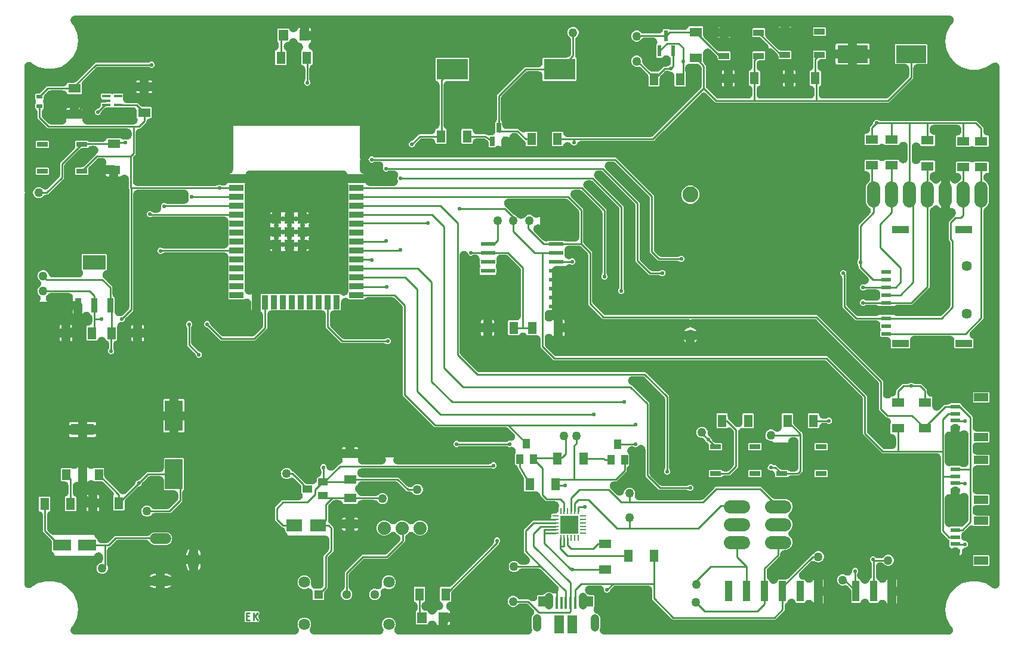
<source format=gbr>
G04 EAGLE Gerber RS-274X export*
G75*
%MOMM*%
%FSLAX34Y34*%
%LPD*%
%INTop Copper*%
%IPPOS*%
%AMOC8*
5,1,8,0,0,1.08239X$1,22.5*%
G01*
%ADD10C,0.228600*%
%ADD11R,2.000000X0.900000*%
%ADD12R,0.900000X2.000000*%
%ADD13R,1.330000X1.330000*%
%ADD14C,0.708000*%
%ADD15R,1.300000X1.800000*%
%ADD16R,1.800000X1.300000*%
%ADD17R,1.400000X1.600000*%
%ADD18R,1.524000X0.762000*%
%ADD19C,1.270000*%
%ADD20R,1.000000X3.000000*%
%ADD21R,0.914400X0.254000*%
%ADD22R,0.254000X0.914400*%
%ADD23R,2.540000X2.540000*%
%ADD24R,1.000000X1.400000*%
%ADD25R,1.400000X1.000000*%
%ADD26R,2.184400X1.651000*%
%ADD27R,0.901600X2.066000*%
%ADD28R,3.201600X2.066000*%
%ADD29R,1.150000X0.350000*%
%ADD30R,0.889000X0.552500*%
%ADD31R,0.635000X1.397000*%
%ADD32R,4.500000X3.000000*%
%ADD33R,2.000000X1.200000*%
%ADD34R,1.350000X0.600000*%
%ADD35R,1.500000X0.900000*%
%ADD36R,0.609600X1.574800*%
%ADD37R,4.300000X2.500000*%
%ADD38R,2.082800X0.533400*%
%ADD39C,1.755000*%
%ADD40C,2.250000*%
%ADD41R,1.397000X0.609600*%
%ADD42R,2.387600X1.092200*%
%ADD43C,1.447800*%
%ADD44C,1.879600*%
%ADD45R,0.400000X1.750000*%
%ADD46R,1.375000X2.500000*%
%ADD47C,1.158000*%
%ADD48C,1.208000*%
%ADD49C,1.879600*%
%ADD50C,1.508000*%
%ADD51R,1.200000X1.600000*%
%ADD52R,3.300000X1.600000*%
%ADD53C,1.635000*%
%ADD54R,1.298000X1.298000*%
%ADD55C,1.298000*%
%ADD56R,2.561400X1.630000*%
%ADD57R,2.500000X4.300000*%
%ADD58C,0.254000*%
%ADD59C,0.558800*%

G36*
X388444Y5091D02*
X388444Y5091D01*
X388624Y5091D01*
X388799Y5111D01*
X388975Y5121D01*
X389153Y5151D01*
X389332Y5171D01*
X389504Y5211D01*
X389677Y5240D01*
X389851Y5290D01*
X390027Y5330D01*
X390193Y5389D01*
X390362Y5437D01*
X390529Y5506D01*
X390699Y5566D01*
X390857Y5643D01*
X391020Y5710D01*
X391178Y5798D01*
X391340Y5876D01*
X391490Y5970D01*
X391644Y6055D01*
X391790Y6159D01*
X391943Y6256D01*
X392081Y6366D01*
X392224Y6467D01*
X392359Y6587D01*
X392500Y6700D01*
X392624Y6825D01*
X392755Y6942D01*
X392876Y7077D01*
X393003Y7205D01*
X393113Y7342D01*
X393230Y7474D01*
X393334Y7621D01*
X393447Y7762D01*
X393540Y7911D01*
X393642Y8055D01*
X393729Y8213D01*
X393825Y8366D01*
X393901Y8524D01*
X393986Y8679D01*
X394055Y8846D01*
X394133Y9008D01*
X394191Y9174D01*
X394258Y9337D01*
X394308Y9511D01*
X394367Y9681D01*
X394406Y9853D01*
X394455Y10022D01*
X394485Y10200D01*
X394525Y10376D01*
X394544Y10551D01*
X394574Y10724D01*
X394584Y10904D01*
X394604Y11084D01*
X394603Y11260D01*
X394613Y11436D01*
X394603Y11616D01*
X394603Y11796D01*
X394583Y11971D01*
X394572Y12147D01*
X394542Y12325D01*
X394522Y12504D01*
X394482Y12676D01*
X394452Y12849D01*
X394402Y13022D01*
X394362Y13198D01*
X394303Y13367D01*
X394255Y13534D01*
X394189Y13692D01*
X394130Y13860D01*
X392580Y17601D01*
X392580Y21459D01*
X394057Y25024D01*
X396786Y27753D01*
X400351Y29230D01*
X404209Y29230D01*
X407774Y27753D01*
X410503Y25024D01*
X411980Y21459D01*
X411980Y17601D01*
X410430Y13860D01*
X410371Y13689D01*
X410302Y13523D01*
X410253Y13354D01*
X410195Y13187D01*
X410155Y13011D01*
X410105Y12838D01*
X410076Y12664D01*
X410036Y12493D01*
X410016Y12313D01*
X409986Y12136D01*
X409977Y11960D01*
X409957Y11785D01*
X409957Y11604D01*
X409947Y11424D01*
X409957Y11248D01*
X409957Y11072D01*
X409977Y10893D01*
X409988Y10713D01*
X410017Y10540D01*
X410037Y10364D01*
X410077Y10188D01*
X410108Y10011D01*
X410156Y9842D01*
X410196Y9670D01*
X410255Y9500D01*
X410305Y9326D01*
X410373Y9164D01*
X410431Y8998D01*
X410510Y8835D01*
X410579Y8669D01*
X410664Y8514D01*
X410741Y8356D01*
X410837Y8203D01*
X410924Y8045D01*
X411026Y7902D01*
X411120Y7753D01*
X411233Y7612D01*
X411337Y7465D01*
X411455Y7334D01*
X411565Y7196D01*
X411692Y7069D01*
X411813Y6934D01*
X411944Y6817D01*
X412069Y6693D01*
X412210Y6580D01*
X412344Y6460D01*
X412488Y6359D01*
X412626Y6249D01*
X412779Y6153D01*
X412926Y6049D01*
X413080Y5964D01*
X413230Y5870D01*
X413392Y5792D01*
X413550Y5705D01*
X413713Y5638D01*
X413872Y5562D01*
X414042Y5502D01*
X414209Y5434D01*
X414378Y5385D01*
X414544Y5327D01*
X414720Y5287D01*
X414894Y5238D01*
X415067Y5208D01*
X415239Y5169D01*
X415418Y5149D01*
X415596Y5119D01*
X415775Y5110D01*
X415947Y5090D01*
X416119Y5091D01*
X416296Y5081D01*
X508264Y5081D01*
X508444Y5091D01*
X508624Y5091D01*
X508799Y5111D01*
X508975Y5121D01*
X509153Y5151D01*
X509332Y5171D01*
X509504Y5211D01*
X509677Y5240D01*
X509851Y5290D01*
X510027Y5330D01*
X510193Y5389D01*
X510362Y5437D01*
X510529Y5506D01*
X510699Y5566D01*
X510857Y5643D01*
X511020Y5710D01*
X511178Y5798D01*
X511340Y5876D01*
X511490Y5970D01*
X511644Y6055D01*
X511790Y6159D01*
X511943Y6256D01*
X512081Y6366D01*
X512224Y6467D01*
X512359Y6587D01*
X512500Y6700D01*
X512624Y6825D01*
X512755Y6942D01*
X512876Y7077D01*
X513003Y7205D01*
X513113Y7342D01*
X513230Y7474D01*
X513334Y7621D01*
X513447Y7762D01*
X513540Y7911D01*
X513642Y8055D01*
X513729Y8213D01*
X513825Y8366D01*
X513901Y8524D01*
X513986Y8679D01*
X514055Y8846D01*
X514133Y9008D01*
X514191Y9174D01*
X514258Y9337D01*
X514308Y9511D01*
X514367Y9681D01*
X514406Y9853D01*
X514455Y10022D01*
X514485Y10200D01*
X514525Y10376D01*
X514544Y10551D01*
X514574Y10724D01*
X514584Y10904D01*
X514604Y11084D01*
X514603Y11260D01*
X514613Y11436D01*
X514603Y11616D01*
X514603Y11796D01*
X514583Y11971D01*
X514572Y12147D01*
X514542Y12325D01*
X514522Y12504D01*
X514482Y12676D01*
X514452Y12849D01*
X514402Y13022D01*
X514362Y13198D01*
X514303Y13367D01*
X514255Y13534D01*
X514189Y13692D01*
X514130Y13860D01*
X512580Y17601D01*
X512580Y21459D01*
X514057Y25024D01*
X516786Y27753D01*
X520351Y29230D01*
X524209Y29230D01*
X527774Y27753D01*
X530503Y25024D01*
X531980Y21459D01*
X531980Y17601D01*
X530430Y13860D01*
X530371Y13689D01*
X530302Y13523D01*
X530253Y13354D01*
X530195Y13187D01*
X530155Y13011D01*
X530105Y12838D01*
X530076Y12664D01*
X530036Y12493D01*
X530016Y12313D01*
X529986Y12136D01*
X529977Y11960D01*
X529957Y11785D01*
X529957Y11604D01*
X529947Y11424D01*
X529957Y11248D01*
X529957Y11072D01*
X529977Y10893D01*
X529988Y10713D01*
X530017Y10540D01*
X530037Y10364D01*
X530077Y10188D01*
X530108Y10011D01*
X530156Y9842D01*
X530196Y9670D01*
X530255Y9500D01*
X530305Y9326D01*
X530373Y9164D01*
X530431Y8998D01*
X530510Y8835D01*
X530579Y8669D01*
X530664Y8514D01*
X530741Y8356D01*
X530837Y8203D01*
X530924Y8045D01*
X531026Y7902D01*
X531120Y7753D01*
X531233Y7612D01*
X531337Y7465D01*
X531455Y7334D01*
X531565Y7196D01*
X531692Y7069D01*
X531813Y6934D01*
X531944Y6817D01*
X532069Y6693D01*
X532210Y6580D01*
X532344Y6460D01*
X532488Y6359D01*
X532626Y6249D01*
X532779Y6153D01*
X532926Y6049D01*
X533080Y5964D01*
X533230Y5870D01*
X533392Y5792D01*
X533550Y5705D01*
X533713Y5638D01*
X533872Y5562D01*
X534042Y5502D01*
X534209Y5434D01*
X534378Y5385D01*
X534544Y5327D01*
X534720Y5287D01*
X534894Y5238D01*
X535067Y5208D01*
X535239Y5169D01*
X535418Y5149D01*
X535596Y5119D01*
X535775Y5110D01*
X535947Y5090D01*
X536119Y5091D01*
X536296Y5081D01*
X719076Y5081D01*
X719256Y5091D01*
X719437Y5091D01*
X719612Y5111D01*
X719787Y5121D01*
X719966Y5151D01*
X720145Y5171D01*
X720316Y5211D01*
X720490Y5240D01*
X720663Y5290D01*
X720839Y5330D01*
X721005Y5389D01*
X721174Y5437D01*
X721341Y5506D01*
X721511Y5566D01*
X721670Y5643D01*
X721833Y5710D01*
X721990Y5798D01*
X722153Y5876D01*
X722302Y5970D01*
X722456Y6055D01*
X722603Y6159D01*
X722756Y6256D01*
X722894Y6366D01*
X723037Y6467D01*
X723171Y6588D01*
X723312Y6700D01*
X723437Y6825D01*
X723568Y6942D01*
X723688Y7077D01*
X723815Y7205D01*
X723925Y7343D01*
X724042Y7474D01*
X724147Y7621D01*
X724259Y7762D01*
X724352Y7911D01*
X724454Y8055D01*
X724542Y8213D01*
X724637Y8366D01*
X724713Y8524D01*
X724798Y8679D01*
X724867Y8846D01*
X724945Y9008D01*
X725003Y9174D01*
X725071Y9337D01*
X725120Y9511D01*
X725180Y9681D01*
X725219Y9853D01*
X725267Y10022D01*
X725297Y10200D01*
X725337Y10376D01*
X725357Y10551D01*
X725386Y10724D01*
X725396Y10904D01*
X725416Y11084D01*
X725416Y11260D01*
X725425Y11436D01*
X725415Y11616D01*
X725415Y11796D01*
X725395Y11972D01*
X725385Y12147D01*
X725355Y12324D01*
X725334Y12504D01*
X725294Y12676D01*
X725265Y12849D01*
X725215Y13022D01*
X725174Y13198D01*
X725115Y13367D01*
X725067Y13534D01*
X725001Y13692D01*
X724942Y13860D01*
X724865Y14045D01*
X724865Y29135D01*
X726017Y31915D01*
X726665Y32563D01*
X726667Y32566D01*
X726669Y32567D01*
X726892Y32818D01*
X727140Y33094D01*
X727142Y33097D01*
X727143Y33099D01*
X727339Y33375D01*
X727552Y33676D01*
X727553Y33678D01*
X727555Y33680D01*
X727731Y33999D01*
X727897Y34299D01*
X727898Y34302D01*
X727899Y34304D01*
X728037Y34638D01*
X728169Y34957D01*
X728170Y34960D01*
X728171Y34963D01*
X728267Y35298D01*
X728366Y35642D01*
X728367Y35645D01*
X728367Y35648D01*
X728424Y35985D01*
X728485Y36344D01*
X728485Y36347D01*
X728486Y36350D01*
X728505Y36706D01*
X728525Y37056D01*
X728525Y37059D01*
X728525Y37061D01*
X728505Y37413D01*
X728485Y37767D01*
X728484Y37770D01*
X728484Y37773D01*
X728426Y38110D01*
X728365Y38469D01*
X728364Y38472D01*
X728364Y38475D01*
X728274Y38786D01*
X728167Y39154D01*
X728166Y39157D01*
X728165Y39159D01*
X728038Y39464D01*
X727894Y39812D01*
X727893Y39814D01*
X727892Y39817D01*
X727723Y40121D01*
X727549Y40435D01*
X727547Y40437D01*
X727546Y40440D01*
X727343Y40725D01*
X727136Y41016D01*
X727134Y41018D01*
X727133Y41020D01*
X726665Y41543D01*
X720792Y47416D01*
X720789Y47419D01*
X720786Y47422D01*
X720530Y47650D01*
X720261Y47890D01*
X720257Y47893D01*
X720254Y47896D01*
X719969Y48097D01*
X719680Y48303D01*
X719676Y48305D01*
X719672Y48307D01*
X719365Y48477D01*
X719056Y48647D01*
X719052Y48649D01*
X719048Y48651D01*
X718724Y48785D01*
X718398Y48920D01*
X718394Y48921D01*
X718390Y48922D01*
X718062Y49016D01*
X717713Y49117D01*
X717709Y49117D01*
X717705Y49118D01*
X717358Y49177D01*
X717011Y49236D01*
X717007Y49236D01*
X717002Y49237D01*
X716302Y49275D01*
X709472Y49275D01*
X709467Y49275D01*
X709463Y49275D01*
X709109Y49255D01*
X708760Y49235D01*
X708756Y49235D01*
X708752Y49234D01*
X708397Y49174D01*
X708058Y49116D01*
X708054Y49115D01*
X708050Y49114D01*
X707702Y49013D01*
X707374Y48919D01*
X707370Y48917D01*
X707365Y48916D01*
X707041Y48781D01*
X706715Y48646D01*
X706712Y48644D01*
X706708Y48642D01*
X706400Y48471D01*
X706092Y48301D01*
X706089Y48299D01*
X706085Y48296D01*
X705790Y48087D01*
X705511Y47889D01*
X705508Y47886D01*
X705504Y47883D01*
X704982Y47416D01*
X702961Y45394D01*
X700066Y44195D01*
X696934Y44195D01*
X694039Y45394D01*
X691824Y47609D01*
X690625Y50504D01*
X690625Y53636D01*
X691824Y56531D01*
X694039Y58746D01*
X696934Y59945D01*
X700066Y59945D01*
X702961Y58746D01*
X704982Y56724D01*
X704985Y56722D01*
X704988Y56718D01*
X705252Y56483D01*
X705513Y56250D01*
X705517Y56247D01*
X705520Y56244D01*
X705817Y56034D01*
X706094Y55838D01*
X706098Y55835D01*
X706102Y55833D01*
X706413Y55662D01*
X706718Y55493D01*
X706722Y55491D01*
X706726Y55489D01*
X707052Y55355D01*
X707376Y55221D01*
X707380Y55219D01*
X707384Y55218D01*
X707727Y55119D01*
X708061Y55023D01*
X708065Y55023D01*
X708069Y55022D01*
X708422Y54962D01*
X708763Y54904D01*
X708767Y54904D01*
X708772Y54903D01*
X709472Y54865D01*
X720646Y54865D01*
X721673Y54439D01*
X722041Y54071D01*
X722042Y54070D01*
X722043Y54069D01*
X722313Y53828D01*
X722573Y53596D01*
X722574Y53595D01*
X722575Y53594D01*
X722884Y53376D01*
X723154Y53184D01*
X723155Y53183D01*
X723156Y53182D01*
X723478Y53005D01*
X723777Y52840D01*
X723779Y52839D01*
X723780Y52838D01*
X724108Y52703D01*
X724435Y52567D01*
X724437Y52567D01*
X724438Y52566D01*
X724783Y52467D01*
X725120Y52370D01*
X725122Y52370D01*
X725123Y52369D01*
X725463Y52312D01*
X725822Y52251D01*
X725824Y52251D01*
X725825Y52251D01*
X726166Y52232D01*
X726534Y52211D01*
X726535Y52211D01*
X726537Y52211D01*
X726879Y52231D01*
X727245Y52252D01*
X727247Y52252D01*
X727248Y52252D01*
X727583Y52309D01*
X727947Y52371D01*
X727949Y52372D01*
X727950Y52372D01*
X728279Y52467D01*
X728632Y52569D01*
X728633Y52569D01*
X728635Y52570D01*
X728957Y52704D01*
X729290Y52842D01*
X729291Y52843D01*
X729292Y52843D01*
X729590Y53008D01*
X729913Y53187D01*
X729914Y53188D01*
X729916Y53189D01*
X730172Y53371D01*
X730494Y53600D01*
X730495Y53601D01*
X730496Y53602D01*
X730740Y53820D01*
X731025Y54075D01*
X731026Y54076D01*
X731027Y54077D01*
X731253Y54331D01*
X731499Y54607D01*
X731500Y54608D01*
X731501Y54609D01*
X731706Y54899D01*
X731911Y55188D01*
X731911Y55189D01*
X731912Y55190D01*
X732076Y55488D01*
X732254Y55812D01*
X732255Y55813D01*
X732256Y55815D01*
X732379Y56114D01*
X732526Y56470D01*
X732527Y56472D01*
X732527Y56473D01*
X732617Y56788D01*
X732723Y57155D01*
X732723Y57157D01*
X732723Y57158D01*
X732778Y57485D01*
X732841Y57858D01*
X732841Y57859D01*
X732842Y57861D01*
X732880Y58561D01*
X732880Y59998D01*
X733116Y60568D01*
X733552Y61004D01*
X734122Y61240D01*
X739265Y61240D01*
X739269Y61240D01*
X739274Y61240D01*
X739629Y61260D01*
X739976Y61280D01*
X739981Y61280D01*
X739985Y61281D01*
X740342Y61342D01*
X740679Y61399D01*
X740683Y61400D01*
X740687Y61401D01*
X741035Y61502D01*
X741363Y61596D01*
X741367Y61598D01*
X741372Y61599D01*
X741696Y61734D01*
X742022Y61869D01*
X742025Y61871D01*
X742029Y61873D01*
X742337Y62044D01*
X742645Y62214D01*
X742648Y62216D01*
X742652Y62219D01*
X742944Y62427D01*
X743226Y62626D01*
X743229Y62629D01*
X743233Y62632D01*
X743755Y63099D01*
X745037Y64381D01*
X747725Y65495D01*
X750635Y65495D01*
X754449Y63915D01*
X754618Y63856D01*
X754784Y63787D01*
X754954Y63738D01*
X755122Y63680D01*
X755296Y63640D01*
X755468Y63590D01*
X755643Y63561D01*
X755816Y63521D01*
X755994Y63501D01*
X756171Y63471D01*
X756348Y63461D01*
X756524Y63441D01*
X756703Y63441D01*
X756882Y63431D01*
X757059Y63442D01*
X757237Y63442D01*
X757414Y63462D01*
X757593Y63472D01*
X757769Y63502D01*
X757945Y63522D01*
X758119Y63561D01*
X758295Y63591D01*
X758466Y63641D01*
X758639Y63680D01*
X758808Y63740D01*
X758980Y63789D01*
X759144Y63857D01*
X759311Y63916D01*
X759473Y63994D01*
X759638Y64062D01*
X759793Y64148D01*
X759953Y64225D01*
X760105Y64321D01*
X760261Y64407D01*
X760406Y64510D01*
X760556Y64605D01*
X760696Y64717D01*
X760842Y64820D01*
X760974Y64938D01*
X761113Y65049D01*
X761240Y65176D01*
X761373Y65295D01*
X761491Y65428D01*
X761616Y65553D01*
X761728Y65693D01*
X761847Y65827D01*
X761949Y65972D01*
X762060Y66111D01*
X762155Y66262D01*
X762259Y66408D01*
X762344Y66564D01*
X762439Y66714D01*
X762516Y66875D01*
X762603Y67032D01*
X762670Y67197D01*
X762747Y67356D01*
X762806Y67525D01*
X762874Y67691D01*
X762923Y67862D01*
X762982Y68029D01*
X763021Y68203D01*
X763071Y68375D01*
X763100Y68551D01*
X763140Y68724D01*
X763159Y68901D01*
X763189Y69078D01*
X763199Y69255D01*
X763219Y69432D01*
X763218Y69611D01*
X763228Y69789D01*
X763218Y69967D01*
X763218Y70144D01*
X763198Y70322D01*
X763187Y70501D01*
X763157Y70675D01*
X763137Y70852D01*
X763097Y71026D01*
X763067Y71203D01*
X763018Y71373D01*
X762978Y71546D01*
X762919Y71715D01*
X762869Y71887D01*
X762800Y72051D01*
X762742Y72218D01*
X762664Y72379D01*
X762595Y72545D01*
X762509Y72700D01*
X762432Y72860D01*
X762336Y73011D01*
X762249Y73168D01*
X762147Y73312D01*
X762052Y73463D01*
X761940Y73602D01*
X761836Y73748D01*
X761716Y73882D01*
X761607Y74019D01*
X761486Y74139D01*
X761369Y74270D01*
X738693Y96946D01*
X738690Y96948D01*
X738687Y96952D01*
X738433Y97179D01*
X738162Y97420D01*
X738159Y97423D01*
X738155Y97426D01*
X737873Y97625D01*
X737581Y97833D01*
X737577Y97835D01*
X737574Y97837D01*
X737263Y98008D01*
X736957Y98177D01*
X736954Y98179D01*
X736950Y98181D01*
X736625Y98315D01*
X736299Y98450D01*
X736295Y98451D01*
X736291Y98452D01*
X735953Y98549D01*
X735615Y98647D01*
X735610Y98647D01*
X735606Y98648D01*
X735250Y98708D01*
X734912Y98766D01*
X734908Y98766D01*
X734904Y98767D01*
X734204Y98805D01*
X710742Y98805D01*
X710737Y98805D01*
X710733Y98805D01*
X710379Y98785D01*
X710030Y98765D01*
X710026Y98765D01*
X710022Y98764D01*
X709667Y98704D01*
X709328Y98646D01*
X709324Y98645D01*
X709320Y98644D01*
X708972Y98543D01*
X708644Y98449D01*
X708640Y98447D01*
X708635Y98446D01*
X708311Y98311D01*
X707985Y98176D01*
X707982Y98174D01*
X707978Y98172D01*
X707670Y98001D01*
X707362Y97831D01*
X707359Y97829D01*
X707355Y97826D01*
X707059Y97616D01*
X706781Y97419D01*
X706778Y97416D01*
X706774Y97413D01*
X706252Y96946D01*
X704231Y94924D01*
X701336Y93725D01*
X698204Y93725D01*
X695309Y94924D01*
X693094Y97139D01*
X691895Y100034D01*
X691895Y103166D01*
X693094Y106061D01*
X695309Y108276D01*
X698204Y109475D01*
X701336Y109475D01*
X704231Y108276D01*
X706252Y106254D01*
X706255Y106252D01*
X706258Y106248D01*
X706526Y106010D01*
X706783Y105780D01*
X706787Y105777D01*
X706790Y105774D01*
X707079Y105570D01*
X707364Y105368D01*
X707368Y105365D01*
X707372Y105363D01*
X707683Y105192D01*
X707988Y105023D01*
X707992Y105021D01*
X707996Y105019D01*
X708322Y104885D01*
X708646Y104751D01*
X708650Y104749D01*
X708654Y104748D01*
X708997Y104649D01*
X709331Y104553D01*
X709335Y104553D01*
X709339Y104552D01*
X709692Y104492D01*
X710033Y104434D01*
X710037Y104434D01*
X710042Y104433D01*
X710742Y104395D01*
X715916Y104395D01*
X715917Y104395D01*
X715919Y104395D01*
X716284Y104415D01*
X716627Y104435D01*
X716628Y104435D01*
X716630Y104435D01*
X717004Y104499D01*
X717329Y104554D01*
X717331Y104554D01*
X717332Y104555D01*
X717697Y104660D01*
X718014Y104751D01*
X718015Y104752D01*
X718017Y104752D01*
X718323Y104880D01*
X718672Y105024D01*
X718673Y105025D01*
X718675Y105025D01*
X718996Y105203D01*
X719296Y105369D01*
X719296Y105370D01*
X719298Y105371D01*
X719621Y105600D01*
X719876Y105781D01*
X719877Y105782D01*
X719879Y105783D01*
X720144Y106021D01*
X720407Y106256D01*
X720408Y106257D01*
X720409Y106258D01*
X720646Y106524D01*
X720882Y106788D01*
X720883Y106789D01*
X720884Y106790D01*
X721075Y107061D01*
X721294Y107369D01*
X721295Y107371D01*
X721295Y107372D01*
X721462Y107674D01*
X721638Y107993D01*
X721639Y107994D01*
X721639Y107995D01*
X721777Y108329D01*
X721910Y108651D01*
X721911Y108653D01*
X721911Y108654D01*
X721999Y108960D01*
X722107Y109336D01*
X722107Y109337D01*
X722108Y109339D01*
X722167Y109691D01*
X722226Y110038D01*
X722226Y110040D01*
X722226Y110041D01*
X722247Y110424D01*
X722265Y110750D01*
X722265Y110751D01*
X722265Y110753D01*
X722245Y111094D01*
X722224Y111461D01*
X722224Y111462D01*
X722224Y111464D01*
X722161Y111833D01*
X722104Y112163D01*
X722104Y112164D01*
X722104Y112166D01*
X722001Y112520D01*
X721906Y112848D01*
X721906Y112849D01*
X721906Y112850D01*
X721768Y113181D01*
X721633Y113505D01*
X721632Y113507D01*
X721632Y113508D01*
X721464Y113811D01*
X721288Y114129D01*
X721287Y114130D01*
X721286Y114131D01*
X721076Y114426D01*
X720875Y114709D01*
X720874Y114710D01*
X720873Y114711D01*
X720405Y115234D01*
X715590Y120049D01*
X715584Y120055D01*
X713911Y121728D01*
X713485Y122755D01*
X713485Y152956D01*
X713911Y153983D01*
X726127Y166199D01*
X727154Y166625D01*
X746091Y166625D01*
X746272Y166635D01*
X746454Y166635D01*
X746628Y166655D01*
X746802Y166665D01*
X746981Y166695D01*
X747162Y166716D01*
X747332Y166755D01*
X747504Y166784D01*
X747679Y166834D01*
X747856Y166875D01*
X748021Y166933D01*
X748189Y166981D01*
X748357Y167051D01*
X748528Y167111D01*
X748685Y167187D01*
X748847Y167254D01*
X749006Y167342D01*
X749170Y167421D01*
X749318Y167514D01*
X749470Y167599D01*
X749618Y167704D01*
X749772Y167801D01*
X749909Y167911D01*
X750051Y168011D01*
X750187Y168132D01*
X750329Y168246D01*
X750452Y168370D01*
X750582Y168486D01*
X750703Y168622D01*
X750832Y168751D01*
X750940Y168887D01*
X751057Y169018D01*
X751162Y169166D01*
X751275Y169308D01*
X751368Y169456D01*
X751469Y169599D01*
X751557Y169758D01*
X751653Y169912D01*
X751730Y170072D01*
X751813Y170223D01*
X751879Y170383D01*
X751957Y170544D01*
X752495Y171843D01*
X752519Y171913D01*
X752565Y172015D01*
X752593Y172105D01*
X752629Y172192D01*
X752686Y172390D01*
X752730Y172515D01*
X752744Y172578D01*
X752781Y172694D01*
X752800Y172786D01*
X752825Y172877D01*
X752862Y173094D01*
X752888Y173210D01*
X752895Y173264D01*
X752920Y173393D01*
X752928Y173486D01*
X752944Y173579D01*
X752957Y173817D01*
X752968Y173918D01*
X752968Y173964D01*
X752980Y174103D01*
X752977Y174190D01*
X752982Y174279D01*
X752982Y175366D01*
X753214Y175927D01*
X753643Y176356D01*
X754204Y176588D01*
X756863Y176588D01*
X756866Y176588D01*
X756869Y176588D01*
X757216Y176608D01*
X757574Y176628D01*
X757577Y176628D01*
X757580Y176629D01*
X757920Y176687D01*
X758276Y176747D01*
X758279Y176748D01*
X758282Y176749D01*
X758627Y176848D01*
X758961Y176945D01*
X758964Y176946D01*
X758966Y176946D01*
X759291Y177081D01*
X759619Y177217D01*
X759622Y177219D01*
X759624Y177220D01*
X759927Y177388D01*
X760243Y177562D01*
X760245Y177564D01*
X760247Y177565D01*
X760545Y177777D01*
X760823Y177975D01*
X760826Y177977D01*
X760828Y177978D01*
X761091Y178214D01*
X761354Y178450D01*
X761356Y178452D01*
X761359Y178454D01*
X761594Y178718D01*
X761829Y178981D01*
X761831Y178983D01*
X761833Y178985D01*
X762027Y179261D01*
X762241Y179562D01*
X762242Y179565D01*
X762244Y179567D01*
X762404Y179859D01*
X762585Y180186D01*
X762586Y180189D01*
X762588Y180191D01*
X762712Y180492D01*
X762857Y180844D01*
X762858Y180847D01*
X762859Y180850D01*
X762952Y181175D01*
X763054Y181529D01*
X763055Y181532D01*
X763055Y181535D01*
X763114Y181885D01*
X763173Y182232D01*
X763173Y182234D01*
X763173Y182237D01*
X763212Y182937D01*
X763212Y185596D01*
X763237Y185657D01*
X763297Y185828D01*
X763366Y185994D01*
X763414Y186163D01*
X763473Y186330D01*
X763513Y186506D01*
X763563Y186679D01*
X763592Y186852D01*
X763631Y187024D01*
X763651Y187204D01*
X763681Y187381D01*
X763691Y187557D01*
X763711Y187732D01*
X763711Y187912D01*
X763721Y188093D01*
X763711Y188268D01*
X763711Y188445D01*
X763690Y188624D01*
X763680Y188804D01*
X763650Y188977D01*
X763631Y189152D01*
X763590Y189328D01*
X763560Y189506D01*
X763511Y189675D01*
X763472Y189847D01*
X763412Y190017D01*
X763362Y190191D01*
X763295Y190353D01*
X763236Y190519D01*
X763158Y190682D01*
X763089Y190848D01*
X763003Y191002D01*
X762927Y191161D01*
X762831Y191314D01*
X762743Y191472D01*
X762641Y191615D01*
X762548Y191764D01*
X762435Y191905D01*
X762330Y192052D01*
X762213Y192183D01*
X762103Y192321D01*
X761975Y192448D01*
X761855Y192583D01*
X761724Y192700D01*
X761599Y192824D01*
X761458Y192937D01*
X761323Y193057D01*
X761180Y193158D01*
X761042Y193268D01*
X760889Y193364D01*
X760741Y193468D01*
X760587Y193553D01*
X760438Y193647D01*
X760276Y193725D01*
X760117Y193812D01*
X759955Y193879D01*
X759796Y193955D01*
X759626Y194014D01*
X759459Y194083D01*
X759290Y194132D01*
X759123Y194190D01*
X758947Y194230D01*
X758774Y194279D01*
X758600Y194309D01*
X758429Y194348D01*
X758249Y194368D01*
X758071Y194398D01*
X757893Y194407D01*
X757721Y194427D01*
X757549Y194426D01*
X757371Y194436D01*
X745593Y194436D01*
X744566Y194862D01*
X737381Y202047D01*
X736506Y204159D01*
X736470Y204262D01*
X736393Y204420D01*
X736326Y204583D01*
X736238Y204741D01*
X736160Y204904D01*
X736066Y205053D01*
X735981Y205207D01*
X735877Y205353D01*
X735780Y205506D01*
X735670Y205644D01*
X735569Y205787D01*
X735448Y205922D01*
X735336Y206063D01*
X735211Y206187D01*
X735094Y206319D01*
X734959Y206439D01*
X734831Y206566D01*
X734694Y206676D01*
X734562Y206793D01*
X734415Y206897D01*
X734274Y207010D01*
X734125Y207103D01*
X733981Y207205D01*
X733823Y207292D01*
X733670Y207388D01*
X733511Y207464D01*
X733357Y207549D01*
X733190Y207618D01*
X733028Y207696D01*
X732862Y207754D01*
X732699Y207821D01*
X732525Y207871D01*
X732355Y207931D01*
X732183Y207969D01*
X732014Y208018D01*
X731836Y208048D01*
X731660Y208088D01*
X731485Y208107D01*
X731312Y208137D01*
X731132Y208147D01*
X730952Y208167D01*
X730776Y208166D01*
X730600Y208176D01*
X730420Y208166D01*
X730240Y208166D01*
X730064Y208146D01*
X729889Y208136D01*
X729712Y208105D01*
X729532Y208085D01*
X729360Y208045D01*
X729187Y208015D01*
X729013Y207965D01*
X728838Y207925D01*
X728810Y207915D01*
X715107Y207915D01*
X714546Y208147D01*
X714117Y208576D01*
X713885Y209137D01*
X713885Y225388D01*
X713874Y225589D01*
X713872Y225790D01*
X713854Y225944D01*
X713845Y226099D01*
X713812Y226298D01*
X713788Y226498D01*
X713752Y226649D01*
X713726Y226801D01*
X713670Y226995D01*
X713624Y227191D01*
X713571Y227337D01*
X713529Y227486D01*
X713451Y227672D01*
X713383Y227862D01*
X713314Y228003D01*
X713256Y228144D01*
X713163Y228313D01*
X713075Y228491D01*
X706230Y240710D01*
X706141Y240849D01*
X706061Y240993D01*
X705950Y241150D01*
X705847Y241311D01*
X705747Y241434D01*
X705675Y241610D01*
X705664Y241631D01*
X705656Y241654D01*
X705490Y241993D01*
X705366Y242252D01*
X705356Y242267D01*
X705348Y242283D01*
X705127Y242678D01*
X705074Y242803D01*
X705020Y242958D01*
X704936Y243131D01*
X704861Y243308D01*
X704781Y243452D01*
X704710Y243599D01*
X704607Y243762D01*
X704513Y243930D01*
X704417Y244063D01*
X704330Y244202D01*
X704209Y244352D01*
X704097Y244508D01*
X703987Y244630D01*
X703885Y244758D01*
X703748Y244894D01*
X703619Y245037D01*
X703496Y245145D01*
X703380Y245261D01*
X703229Y245381D01*
X703085Y245508D01*
X702951Y245602D01*
X702822Y245704D01*
X702659Y245807D01*
X702501Y245917D01*
X702358Y245995D01*
X702280Y246044D01*
X701757Y246566D01*
X701525Y247127D01*
X701525Y261733D01*
X701929Y262708D01*
X701930Y262710D01*
X701930Y262711D01*
X702047Y263046D01*
X702164Y263381D01*
X702165Y263382D01*
X702165Y263384D01*
X702248Y263748D01*
X702323Y264075D01*
X702323Y264077D01*
X702323Y264078D01*
X702366Y264459D01*
X702402Y264783D01*
X702402Y264784D01*
X702403Y264786D01*
X702402Y265129D01*
X702402Y265495D01*
X702402Y265497D01*
X702402Y265499D01*
X702366Y265816D01*
X702322Y266203D01*
X702322Y266205D01*
X702322Y266206D01*
X702245Y266543D01*
X702164Y266898D01*
X702163Y266899D01*
X702163Y266901D01*
X702053Y267214D01*
X701928Y267570D01*
X701927Y267572D01*
X701927Y267573D01*
X701768Y267902D01*
X701619Y268212D01*
X701618Y268213D01*
X701617Y268215D01*
X701428Y268515D01*
X701239Y268815D01*
X701238Y268816D01*
X701237Y268817D01*
X701040Y269065D01*
X700795Y269372D01*
X700794Y269373D01*
X700793Y269374D01*
X700566Y269600D01*
X700291Y269875D01*
X700289Y269876D01*
X700288Y269877D01*
X700028Y270084D01*
X699733Y270319D01*
X699732Y270320D01*
X699731Y270321D01*
X699457Y270492D01*
X699130Y270697D01*
X699128Y270698D01*
X699127Y270699D01*
X698814Y270849D01*
X698488Y271006D01*
X698486Y271006D01*
X698485Y271007D01*
X698166Y271118D01*
X697815Y271241D01*
X697813Y271241D01*
X697812Y271242D01*
X697497Y271313D01*
X697120Y271399D01*
X697119Y271399D01*
X697117Y271399D01*
X696795Y271435D01*
X696412Y271478D01*
X696411Y271478D01*
X696409Y271478D01*
X696078Y271477D01*
X695700Y271477D01*
X695698Y271477D01*
X695697Y271477D01*
X695361Y271438D01*
X694992Y271396D01*
X694990Y271396D01*
X694989Y271396D01*
X694632Y271313D01*
X694448Y271271D01*
X692561Y271271D01*
X690048Y272312D01*
X689875Y272372D01*
X689706Y272442D01*
X689540Y272490D01*
X689376Y272547D01*
X689197Y272588D01*
X689021Y272638D01*
X688851Y272667D01*
X688681Y272706D01*
X688499Y272726D01*
X688319Y272757D01*
X688143Y272766D01*
X687974Y272785D01*
X687799Y272785D01*
X687619Y272795D01*
X624291Y272795D01*
X624108Y272785D01*
X623925Y272785D01*
X623753Y272765D01*
X623580Y272755D01*
X623399Y272725D01*
X623217Y272704D01*
X623048Y272665D01*
X622878Y272636D01*
X622702Y272585D01*
X622523Y272544D01*
X622357Y272486D01*
X622193Y272439D01*
X622032Y272372D01*
X621862Y272312D01*
X619349Y271271D01*
X617631Y271271D01*
X616044Y271929D01*
X614829Y273144D01*
X614171Y274731D01*
X614171Y276449D01*
X614829Y278036D01*
X616044Y279251D01*
X617631Y279909D01*
X619349Y279909D01*
X621862Y278868D01*
X622035Y278808D01*
X622204Y278738D01*
X622370Y278690D01*
X622534Y278633D01*
X622713Y278592D01*
X622889Y278542D01*
X623059Y278513D01*
X623229Y278474D01*
X623411Y278454D01*
X623591Y278423D01*
X623767Y278414D01*
X623936Y278395D01*
X624111Y278395D01*
X624291Y278385D01*
X687619Y278385D01*
X687802Y278395D01*
X687985Y278395D01*
X688157Y278415D01*
X688330Y278425D01*
X688511Y278455D01*
X688693Y278476D01*
X688862Y278515D01*
X689032Y278544D01*
X689208Y278595D01*
X689387Y278636D01*
X689553Y278694D01*
X689717Y278741D01*
X689878Y278808D01*
X690048Y278868D01*
X692561Y279909D01*
X694790Y279909D01*
X694792Y279909D01*
X694793Y279909D01*
X695161Y279930D01*
X695502Y279949D01*
X695503Y279949D01*
X695505Y279949D01*
X695888Y280014D01*
X696204Y280068D01*
X696205Y280068D01*
X696207Y280069D01*
X696581Y280177D01*
X696889Y280265D01*
X696890Y280266D01*
X696891Y280266D01*
X697232Y280408D01*
X697547Y280538D01*
X697548Y280539D01*
X697549Y280539D01*
X697850Y280706D01*
X698170Y280883D01*
X698171Y280884D01*
X698173Y280885D01*
X698458Y281088D01*
X698751Y281295D01*
X698752Y281296D01*
X698753Y281297D01*
X699014Y281531D01*
X699282Y281770D01*
X699283Y281771D01*
X699284Y281772D01*
X699506Y282021D01*
X699757Y282302D01*
X699757Y282303D01*
X699758Y282304D01*
X699937Y282557D01*
X700169Y282883D01*
X700169Y282885D01*
X700170Y282886D01*
X700314Y283147D01*
X700513Y283507D01*
X700513Y283508D01*
X700514Y283509D01*
X700645Y283826D01*
X700785Y284165D01*
X700785Y284167D01*
X700786Y284168D01*
X700875Y284479D01*
X700982Y284850D01*
X700982Y284851D01*
X700982Y284853D01*
X701041Y285201D01*
X701100Y285552D01*
X701100Y285554D01*
X701101Y285555D01*
X701120Y285914D01*
X701140Y286264D01*
X701140Y286265D01*
X701140Y286267D01*
X701119Y286626D01*
X701099Y286975D01*
X701099Y286976D01*
X701099Y286978D01*
X701040Y287321D01*
X700979Y287677D01*
X700979Y287678D01*
X700978Y287680D01*
X700886Y287999D01*
X700781Y288362D01*
X700781Y288363D01*
X700780Y288364D01*
X700654Y288669D01*
X700508Y289019D01*
X700507Y289021D01*
X700507Y289022D01*
X700352Y289301D01*
X700162Y289643D01*
X700162Y289644D01*
X700161Y289645D01*
X699959Y289928D01*
X699749Y290223D01*
X699749Y290224D01*
X699748Y290225D01*
X699280Y290748D01*
X692422Y297606D01*
X692419Y297608D01*
X692416Y297612D01*
X692156Y297844D01*
X691891Y298080D01*
X691887Y298083D01*
X691884Y298086D01*
X691603Y298284D01*
X691310Y298493D01*
X691306Y298495D01*
X691302Y298497D01*
X690994Y298667D01*
X690686Y298837D01*
X690682Y298839D01*
X690678Y298841D01*
X690356Y298974D01*
X690028Y299110D01*
X690024Y299111D01*
X690020Y299112D01*
X689692Y299206D01*
X689343Y299307D01*
X689339Y299307D01*
X689335Y299308D01*
X688988Y299367D01*
X688641Y299426D01*
X688637Y299426D01*
X688632Y299427D01*
X687932Y299465D01*
X587454Y299465D01*
X586427Y299891D01*
X542461Y343857D01*
X542035Y344884D01*
X542035Y468652D01*
X542035Y468657D01*
X542035Y468661D01*
X542015Y469005D01*
X541995Y469364D01*
X541995Y469368D01*
X541994Y469372D01*
X541936Y469711D01*
X541876Y470066D01*
X541875Y470070D01*
X541874Y470074D01*
X541775Y470415D01*
X541679Y470751D01*
X541677Y470754D01*
X541676Y470759D01*
X541543Y471078D01*
X541406Y471409D01*
X541404Y471413D01*
X541402Y471416D01*
X541234Y471720D01*
X541061Y472032D01*
X541059Y472036D01*
X541056Y472039D01*
X540846Y472335D01*
X540649Y472613D01*
X540646Y472616D01*
X540643Y472620D01*
X540176Y473142D01*
X531032Y482286D01*
X531029Y482288D01*
X531026Y482292D01*
X530763Y482526D01*
X530501Y482760D01*
X530497Y482763D01*
X530494Y482766D01*
X530217Y482962D01*
X529920Y483173D01*
X529916Y483175D01*
X529912Y483177D01*
X529604Y483347D01*
X529296Y483517D01*
X529292Y483519D01*
X529288Y483521D01*
X528968Y483653D01*
X528638Y483790D01*
X528634Y483791D01*
X528630Y483792D01*
X528291Y483889D01*
X527953Y483987D01*
X527949Y483987D01*
X527945Y483988D01*
X527589Y484048D01*
X527251Y484106D01*
X527247Y484106D01*
X527242Y484107D01*
X526542Y484145D01*
X492652Y484145D01*
X492647Y484145D01*
X492643Y484145D01*
X492290Y484125D01*
X491940Y484105D01*
X491936Y484105D01*
X491932Y484104D01*
X491581Y484044D01*
X491238Y483986D01*
X491234Y483985D01*
X491230Y483984D01*
X490877Y483882D01*
X490553Y483789D01*
X490550Y483787D01*
X490545Y483786D01*
X490219Y483650D01*
X489895Y483516D01*
X489891Y483514D01*
X489887Y483512D01*
X489576Y483339D01*
X489272Y483171D01*
X489268Y483169D01*
X489265Y483166D01*
X488965Y482953D01*
X488691Y482759D01*
X488688Y482756D01*
X488684Y482753D01*
X488162Y482286D01*
X487024Y481147D01*
X486463Y480915D01*
X465857Y480915D01*
X465296Y481147D01*
X465174Y481270D01*
X465173Y481271D01*
X465172Y481272D01*
X464918Y481499D01*
X464642Y481745D01*
X464641Y481746D01*
X464640Y481747D01*
X464345Y481956D01*
X464061Y482157D01*
X464060Y482158D01*
X464059Y482159D01*
X463736Y482337D01*
X463438Y482502D01*
X463436Y482502D01*
X463435Y482503D01*
X463107Y482639D01*
X462780Y482774D01*
X462778Y482774D01*
X462777Y482775D01*
X462440Y482872D01*
X462095Y482971D01*
X462093Y482971D01*
X462092Y482972D01*
X461759Y483028D01*
X461393Y483090D01*
X461391Y483090D01*
X461390Y483090D01*
X461053Y483109D01*
X460681Y483130D01*
X460680Y483130D01*
X460678Y483130D01*
X460332Y483110D01*
X459970Y483090D01*
X459968Y483089D01*
X459967Y483089D01*
X459624Y483031D01*
X459268Y482970D01*
X459266Y482969D01*
X459265Y482969D01*
X458914Y482868D01*
X458583Y482772D01*
X458582Y482772D01*
X458580Y482771D01*
X458223Y482623D01*
X457925Y482499D01*
X457924Y482498D01*
X457923Y482498D01*
X457585Y482311D01*
X457302Y482154D01*
X457301Y482153D01*
X457299Y482152D01*
X457011Y481947D01*
X456721Y481741D01*
X456720Y481740D01*
X456719Y481739D01*
X456466Y481512D01*
X456190Y481266D01*
X456189Y481265D01*
X456188Y481264D01*
X455937Y480982D01*
X455716Y480735D01*
X455715Y480733D01*
X455714Y480732D01*
X455516Y480452D01*
X455304Y480153D01*
X455304Y480152D01*
X455303Y480151D01*
X455124Y479827D01*
X454961Y479529D01*
X454960Y479528D01*
X454959Y479527D01*
X454821Y479190D01*
X454689Y478871D01*
X454688Y478869D01*
X454688Y478868D01*
X454586Y478511D01*
X454492Y478186D01*
X454492Y478185D01*
X454492Y478183D01*
X454427Y477799D01*
X454374Y477483D01*
X454374Y477482D01*
X454373Y477480D01*
X454335Y476781D01*
X454335Y466637D01*
X454103Y466076D01*
X453674Y465647D01*
X453113Y465415D01*
X444754Y465415D01*
X444751Y465415D01*
X444748Y465415D01*
X444401Y465395D01*
X444043Y465375D01*
X444040Y465375D01*
X444037Y465375D01*
X443697Y465316D01*
X443340Y465256D01*
X443338Y465255D01*
X443335Y465255D01*
X442987Y465154D01*
X442656Y465059D01*
X442653Y465057D01*
X442650Y465057D01*
X442326Y464922D01*
X441998Y464786D01*
X441995Y464784D01*
X441993Y464783D01*
X441681Y464611D01*
X441374Y464441D01*
X441372Y464439D01*
X441369Y464438D01*
X441067Y464223D01*
X440793Y464029D01*
X440791Y464027D01*
X440789Y464025D01*
X440513Y463778D01*
X440262Y463554D01*
X440260Y463551D01*
X440258Y463550D01*
X440017Y463279D01*
X439788Y463022D01*
X439786Y463020D01*
X439784Y463018D01*
X439575Y462722D01*
X439376Y462441D01*
X439374Y462438D01*
X439373Y462436D01*
X439207Y462135D01*
X439032Y461817D01*
X439031Y461814D01*
X439029Y461812D01*
X438894Y461485D01*
X438760Y461159D01*
X438759Y461156D01*
X438758Y461153D01*
X438660Y460811D01*
X438563Y460474D01*
X438562Y460471D01*
X438562Y460469D01*
X438502Y460112D01*
X438444Y459772D01*
X438444Y459769D01*
X438443Y459766D01*
X438405Y459066D01*
X438405Y445748D01*
X438405Y445743D01*
X438405Y445739D01*
X438426Y445368D01*
X438445Y445036D01*
X438445Y445032D01*
X438446Y445028D01*
X438506Y444677D01*
X438564Y444334D01*
X438565Y444330D01*
X438566Y444326D01*
X438672Y443959D01*
X438761Y443649D01*
X438763Y443646D01*
X438764Y443641D01*
X438900Y443315D01*
X439034Y442991D01*
X439036Y442987D01*
X439038Y442984D01*
X439211Y442671D01*
X439379Y442368D01*
X439381Y442364D01*
X439384Y442361D01*
X439596Y442062D01*
X439791Y441787D01*
X439794Y441784D01*
X439797Y441780D01*
X440264Y441258D01*
X455228Y426294D01*
X455231Y426292D01*
X455234Y426288D01*
X455500Y426051D01*
X455759Y425820D01*
X455763Y425817D01*
X455766Y425814D01*
X456051Y425613D01*
X456340Y425407D01*
X456344Y425405D01*
X456348Y425403D01*
X456662Y425230D01*
X456964Y425063D01*
X456968Y425061D01*
X456972Y425059D01*
X457296Y424925D01*
X457622Y424790D01*
X457626Y424789D01*
X457630Y424788D01*
X457969Y424691D01*
X458307Y424593D01*
X458311Y424593D01*
X458315Y424592D01*
X458672Y424532D01*
X459009Y424474D01*
X459013Y424474D01*
X459018Y424473D01*
X459718Y424435D01*
X514899Y424435D01*
X515082Y424445D01*
X515265Y424445D01*
X515437Y424465D01*
X515610Y424475D01*
X515791Y424505D01*
X515973Y424526D01*
X516142Y424565D01*
X516312Y424594D01*
X516488Y424645D01*
X516667Y424686D01*
X516833Y424744D01*
X516997Y424791D01*
X517158Y424858D01*
X517328Y424918D01*
X519841Y425959D01*
X521559Y425959D01*
X523146Y425301D01*
X524361Y424086D01*
X525019Y422499D01*
X525019Y420781D01*
X524361Y419194D01*
X523146Y417979D01*
X521559Y417321D01*
X519841Y417321D01*
X517328Y418362D01*
X517155Y418422D01*
X516986Y418492D01*
X516820Y418540D01*
X516656Y418597D01*
X516477Y418638D01*
X516301Y418688D01*
X516131Y418717D01*
X515961Y418756D01*
X515779Y418776D01*
X515599Y418807D01*
X515423Y418816D01*
X515254Y418835D01*
X515079Y418835D01*
X514899Y418845D01*
X455374Y418845D01*
X454347Y419271D01*
X433241Y440377D01*
X432815Y441404D01*
X432815Y459066D01*
X432815Y459069D01*
X432815Y459072D01*
X432796Y459411D01*
X432775Y459777D01*
X432775Y459780D01*
X432775Y459783D01*
X432716Y460123D01*
X432656Y460480D01*
X432655Y460482D01*
X432655Y460485D01*
X432555Y460830D01*
X432459Y461164D01*
X432457Y461167D01*
X432457Y461170D01*
X432322Y461493D01*
X432186Y461822D01*
X432184Y461825D01*
X432183Y461827D01*
X432013Y462135D01*
X431841Y462446D01*
X431839Y462448D01*
X431838Y462451D01*
X431630Y462743D01*
X431429Y463027D01*
X431427Y463029D01*
X431425Y463031D01*
X431194Y463289D01*
X430954Y463558D01*
X430951Y463560D01*
X430950Y463562D01*
X430685Y463797D01*
X430422Y464032D01*
X430420Y464034D01*
X430418Y464036D01*
X430138Y464233D01*
X429841Y464444D01*
X429838Y464446D01*
X429836Y464447D01*
X429540Y464610D01*
X429217Y464788D01*
X429214Y464789D01*
X429212Y464791D01*
X428894Y464922D01*
X428559Y465060D01*
X428556Y465061D01*
X428553Y465062D01*
X428232Y465154D01*
X427874Y465257D01*
X427871Y465258D01*
X427869Y465258D01*
X427515Y465318D01*
X427172Y465376D01*
X427169Y465376D01*
X427166Y465377D01*
X426466Y465415D01*
X417745Y465415D01*
X417623Y465443D01*
X417618Y465444D01*
X417614Y465445D01*
X417265Y465483D01*
X416915Y465523D01*
X416910Y465523D01*
X416906Y465523D01*
X416548Y465523D01*
X416203Y465523D01*
X416198Y465522D01*
X416193Y465522D01*
X415842Y465482D01*
X415495Y465443D01*
X415490Y465442D01*
X415485Y465441D01*
X415373Y465415D01*
X405045Y465415D01*
X404923Y465443D01*
X404918Y465444D01*
X404914Y465445D01*
X404565Y465483D01*
X404215Y465523D01*
X404210Y465523D01*
X404206Y465523D01*
X403848Y465523D01*
X403503Y465523D01*
X403498Y465522D01*
X403493Y465522D01*
X403142Y465482D01*
X402795Y465443D01*
X402790Y465442D01*
X402785Y465441D01*
X402673Y465415D01*
X392345Y465415D01*
X392223Y465443D01*
X392218Y465444D01*
X392214Y465445D01*
X391865Y465483D01*
X391515Y465523D01*
X391510Y465523D01*
X391506Y465523D01*
X391148Y465523D01*
X390803Y465523D01*
X390798Y465522D01*
X390793Y465522D01*
X390442Y465482D01*
X390095Y465443D01*
X390090Y465442D01*
X390085Y465441D01*
X389973Y465415D01*
X379645Y465415D01*
X379523Y465443D01*
X379518Y465444D01*
X379514Y465445D01*
X379165Y465483D01*
X378815Y465523D01*
X378810Y465523D01*
X378806Y465523D01*
X378448Y465523D01*
X378103Y465523D01*
X378098Y465522D01*
X378093Y465522D01*
X377742Y465482D01*
X377395Y465443D01*
X377390Y465442D01*
X377385Y465441D01*
X377273Y465415D01*
X366945Y465415D01*
X366823Y465443D01*
X366818Y465444D01*
X366814Y465445D01*
X366465Y465483D01*
X366115Y465523D01*
X366110Y465523D01*
X366106Y465523D01*
X365748Y465523D01*
X365403Y465523D01*
X365398Y465522D01*
X365393Y465522D01*
X365042Y465482D01*
X364695Y465443D01*
X364690Y465442D01*
X364685Y465441D01*
X364573Y465415D01*
X355854Y465415D01*
X355851Y465415D01*
X355848Y465415D01*
X355501Y465395D01*
X355143Y465375D01*
X355140Y465375D01*
X355137Y465375D01*
X354797Y465316D01*
X354440Y465256D01*
X354438Y465255D01*
X354435Y465255D01*
X354087Y465154D01*
X353756Y465059D01*
X353753Y465057D01*
X353750Y465057D01*
X353426Y464922D01*
X353098Y464786D01*
X353095Y464784D01*
X353093Y464783D01*
X352781Y464611D01*
X352474Y464441D01*
X352472Y464439D01*
X352469Y464438D01*
X352167Y464223D01*
X351893Y464029D01*
X351891Y464027D01*
X351889Y464025D01*
X351613Y463778D01*
X351362Y463554D01*
X351360Y463551D01*
X351358Y463550D01*
X351117Y463279D01*
X350888Y463022D01*
X350886Y463020D01*
X350884Y463018D01*
X350675Y462722D01*
X350476Y462441D01*
X350474Y462438D01*
X350473Y462436D01*
X350307Y462135D01*
X350132Y461817D01*
X350131Y461814D01*
X350129Y461812D01*
X349994Y461485D01*
X349860Y461159D01*
X349859Y461156D01*
X349858Y461153D01*
X349760Y460811D01*
X349663Y460474D01*
X349662Y460471D01*
X349662Y460469D01*
X349602Y460112D01*
X349544Y459772D01*
X349544Y459769D01*
X349543Y459766D01*
X349505Y459066D01*
X349505Y440134D01*
X349079Y439107D01*
X333053Y423081D01*
X332026Y422655D01*
X283924Y422655D01*
X282897Y423081D01*
X266286Y439692D01*
X266149Y439814D01*
X266020Y439943D01*
X265884Y440051D01*
X265755Y440166D01*
X265605Y440272D01*
X265462Y440386D01*
X265315Y440478D01*
X265174Y440579D01*
X265013Y440667D01*
X264858Y440764D01*
X264699Y440841D01*
X264550Y440923D01*
X264389Y440990D01*
X264226Y441068D01*
X261714Y442109D01*
X260499Y443324D01*
X259841Y444911D01*
X259841Y446629D01*
X260499Y448216D01*
X261714Y449431D01*
X263301Y450089D01*
X265019Y450089D01*
X266606Y449431D01*
X267821Y448216D01*
X268862Y445704D01*
X268941Y445539D01*
X269012Y445370D01*
X269096Y445218D01*
X269171Y445062D01*
X269269Y444907D01*
X269357Y444747D01*
X269458Y444606D01*
X269550Y444459D01*
X269664Y444316D01*
X269771Y444166D01*
X269888Y444035D01*
X269994Y443902D01*
X270118Y443779D01*
X270238Y443644D01*
X283778Y430104D01*
X283781Y430102D01*
X283784Y430098D01*
X284049Y429862D01*
X284309Y429630D01*
X284313Y429627D01*
X284316Y429624D01*
X284604Y429421D01*
X284890Y429217D01*
X284894Y429215D01*
X284898Y429213D01*
X285208Y429042D01*
X285514Y428873D01*
X285518Y428871D01*
X285522Y428869D01*
X285851Y428733D01*
X286172Y428600D01*
X286176Y428599D01*
X286180Y428598D01*
X286519Y428501D01*
X286857Y428403D01*
X286861Y428403D01*
X286865Y428402D01*
X287221Y428342D01*
X287559Y428284D01*
X287563Y428284D01*
X287568Y428283D01*
X288268Y428245D01*
X327682Y428245D01*
X327687Y428245D01*
X327691Y428245D01*
X328044Y428265D01*
X328394Y428285D01*
X328398Y428285D01*
X328402Y428286D01*
X328753Y428346D01*
X329096Y428404D01*
X329100Y428405D01*
X329104Y428406D01*
X329457Y428508D01*
X329781Y428601D01*
X329784Y428603D01*
X329789Y428604D01*
X330111Y428738D01*
X330439Y428874D01*
X330443Y428876D01*
X330446Y428878D01*
X330753Y429048D01*
X331062Y429219D01*
X331066Y429221D01*
X331069Y429224D01*
X331368Y429436D01*
X331643Y429631D01*
X331646Y429634D01*
X331650Y429637D01*
X332172Y430104D01*
X342056Y439988D01*
X342058Y439991D01*
X342062Y439994D01*
X342288Y440248D01*
X342530Y440519D01*
X342533Y440523D01*
X342536Y440526D01*
X342730Y440801D01*
X342943Y441100D01*
X342945Y441104D01*
X342947Y441108D01*
X343118Y441418D01*
X343287Y441724D01*
X343289Y441728D01*
X343291Y441732D01*
X343424Y442054D01*
X343560Y442382D01*
X343561Y442386D01*
X343562Y442390D01*
X343657Y442719D01*
X343757Y443067D01*
X343757Y443071D01*
X343758Y443075D01*
X343817Y443424D01*
X343876Y443769D01*
X343876Y443773D01*
X343877Y443778D01*
X343915Y444478D01*
X343915Y458050D01*
X343915Y458053D01*
X343915Y458056D01*
X343896Y458394D01*
X343875Y458761D01*
X343875Y458764D01*
X343875Y458767D01*
X343817Y459102D01*
X343756Y459464D01*
X343755Y459466D01*
X343755Y459469D01*
X343660Y459798D01*
X343559Y460148D01*
X343557Y460151D01*
X343557Y460154D01*
X343431Y460455D01*
X343286Y460806D01*
X343284Y460809D01*
X343283Y460811D01*
X343113Y461118D01*
X342941Y461430D01*
X342939Y461432D01*
X342938Y461435D01*
X342727Y461732D01*
X342529Y462011D01*
X342527Y462013D01*
X342525Y462015D01*
X342290Y462277D01*
X342054Y462542D01*
X342052Y462543D01*
X342050Y462546D01*
X341789Y462778D01*
X341522Y463016D01*
X341520Y463018D01*
X341518Y463020D01*
X341240Y463216D01*
X340941Y463428D01*
X340938Y463430D01*
X340936Y463431D01*
X340647Y463590D01*
X340359Y463749D01*
X340359Y476940D01*
X340359Y488928D01*
X340361Y488928D01*
X340463Y488882D01*
X340553Y488854D01*
X340640Y488818D01*
X340838Y488761D01*
X340964Y488717D01*
X341026Y488703D01*
X341142Y488666D01*
X341234Y488647D01*
X341325Y488622D01*
X341542Y488585D01*
X341658Y488559D01*
X341713Y488552D01*
X341841Y488527D01*
X341935Y488519D01*
X342027Y488503D01*
X342265Y488490D01*
X342366Y488479D01*
X342412Y488479D01*
X342551Y488467D01*
X342638Y488470D01*
X342727Y488465D01*
X351874Y488465D01*
X351997Y488437D01*
X352002Y488436D01*
X352006Y488435D01*
X352344Y488398D01*
X352705Y488357D01*
X352710Y488357D01*
X352714Y488357D01*
X353061Y488357D01*
X353417Y488357D01*
X353422Y488358D01*
X353426Y488358D01*
X353778Y488398D01*
X354125Y488437D01*
X354130Y488438D01*
X354134Y488439D01*
X354247Y488465D01*
X364574Y488465D01*
X364697Y488437D01*
X364702Y488436D01*
X364706Y488435D01*
X365044Y488398D01*
X365405Y488357D01*
X365410Y488357D01*
X365414Y488357D01*
X365761Y488357D01*
X366117Y488357D01*
X366122Y488358D01*
X366126Y488358D01*
X366478Y488398D01*
X366825Y488437D01*
X366830Y488438D01*
X366834Y488439D01*
X366947Y488465D01*
X377274Y488465D01*
X377397Y488437D01*
X377402Y488436D01*
X377406Y488435D01*
X377744Y488398D01*
X378105Y488357D01*
X378110Y488357D01*
X378114Y488357D01*
X378461Y488357D01*
X378817Y488357D01*
X378822Y488358D01*
X378826Y488358D01*
X379178Y488398D01*
X379525Y488437D01*
X379530Y488438D01*
X379534Y488439D01*
X379647Y488465D01*
X389974Y488465D01*
X390097Y488437D01*
X390102Y488436D01*
X390106Y488435D01*
X390444Y488398D01*
X390805Y488357D01*
X390810Y488357D01*
X390814Y488357D01*
X391161Y488357D01*
X391517Y488357D01*
X391522Y488358D01*
X391526Y488358D01*
X391878Y488398D01*
X392225Y488437D01*
X392230Y488438D01*
X392234Y488439D01*
X392347Y488465D01*
X402674Y488465D01*
X402797Y488437D01*
X402802Y488436D01*
X402806Y488435D01*
X403144Y488398D01*
X403505Y488357D01*
X403510Y488357D01*
X403514Y488357D01*
X403861Y488357D01*
X404217Y488357D01*
X404222Y488358D01*
X404226Y488358D01*
X404578Y488398D01*
X404925Y488437D01*
X404930Y488438D01*
X404934Y488439D01*
X405047Y488465D01*
X415374Y488465D01*
X415497Y488437D01*
X415502Y488436D01*
X415506Y488435D01*
X415844Y488398D01*
X416205Y488357D01*
X416210Y488357D01*
X416214Y488357D01*
X416561Y488357D01*
X416917Y488357D01*
X416922Y488358D01*
X416926Y488358D01*
X417278Y488398D01*
X417625Y488437D01*
X417630Y488438D01*
X417634Y488439D01*
X417747Y488465D01*
X428074Y488465D01*
X428197Y488437D01*
X428202Y488436D01*
X428206Y488435D01*
X428544Y488398D01*
X428905Y488357D01*
X428910Y488357D01*
X428914Y488357D01*
X429261Y488357D01*
X429617Y488357D01*
X429622Y488358D01*
X429626Y488358D01*
X429978Y488398D01*
X430325Y488437D01*
X430330Y488438D01*
X430334Y488439D01*
X430447Y488465D01*
X440774Y488465D01*
X440897Y488437D01*
X440902Y488436D01*
X440906Y488435D01*
X441244Y488398D01*
X441605Y488357D01*
X441610Y488357D01*
X441614Y488357D01*
X441961Y488357D01*
X442317Y488357D01*
X442322Y488358D01*
X442326Y488358D01*
X442678Y488398D01*
X443025Y488437D01*
X443030Y488438D01*
X443034Y488439D01*
X443147Y488465D01*
X453113Y488465D01*
X453674Y488233D01*
X453796Y488110D01*
X453797Y488109D01*
X453798Y488108D01*
X454077Y487859D01*
X454328Y487635D01*
X454329Y487634D01*
X454330Y487633D01*
X454648Y487408D01*
X454909Y487223D01*
X454910Y487222D01*
X454911Y487221D01*
X455246Y487037D01*
X455532Y486878D01*
X455534Y486878D01*
X455535Y486877D01*
X455873Y486738D01*
X456190Y486606D01*
X456192Y486606D01*
X456193Y486605D01*
X456533Y486507D01*
X456875Y486409D01*
X456877Y486409D01*
X456878Y486408D01*
X457213Y486352D01*
X457577Y486290D01*
X457579Y486290D01*
X457580Y486290D01*
X457917Y486271D01*
X458289Y486250D01*
X458290Y486250D01*
X458292Y486250D01*
X458638Y486270D01*
X459000Y486290D01*
X459002Y486291D01*
X459003Y486291D01*
X459344Y486349D01*
X459702Y486410D01*
X459704Y486411D01*
X459705Y486411D01*
X460056Y486512D01*
X460387Y486608D01*
X460388Y486608D01*
X460390Y486609D01*
X460737Y486753D01*
X461045Y486881D01*
X461046Y486882D01*
X461047Y486882D01*
X461371Y487062D01*
X461668Y487226D01*
X461669Y487227D01*
X461671Y487228D01*
X461950Y487426D01*
X462249Y487639D01*
X462250Y487640D01*
X462251Y487641D01*
X462492Y487856D01*
X462780Y488114D01*
X462781Y488115D01*
X462782Y488116D01*
X463020Y488383D01*
X463254Y488645D01*
X463255Y488647D01*
X463256Y488648D01*
X463429Y488892D01*
X463666Y489227D01*
X463666Y489228D01*
X463667Y489229D01*
X463827Y489520D01*
X464009Y489851D01*
X464010Y489852D01*
X464011Y489853D01*
X464141Y490169D01*
X464281Y490509D01*
X464282Y490511D01*
X464282Y490512D01*
X464373Y490828D01*
X464478Y491194D01*
X464478Y491195D01*
X464478Y491197D01*
X464541Y491569D01*
X464596Y491897D01*
X464596Y491898D01*
X464597Y491900D01*
X464599Y491946D01*
X464663Y492227D01*
X464664Y492232D01*
X464665Y492236D01*
X464701Y492565D01*
X464743Y492935D01*
X464743Y492940D01*
X464743Y492944D01*
X464743Y493282D01*
X464743Y493647D01*
X464742Y493652D01*
X464742Y493656D01*
X464702Y494008D01*
X464663Y494355D01*
X464662Y494360D01*
X464661Y494364D01*
X464635Y494477D01*
X464635Y504804D01*
X464663Y504927D01*
X464664Y504932D01*
X464665Y504936D01*
X464702Y505274D01*
X464743Y505635D01*
X464743Y505640D01*
X464743Y505644D01*
X464743Y505982D01*
X464743Y506347D01*
X464742Y506352D01*
X464742Y506356D01*
X464702Y506708D01*
X464663Y507055D01*
X464662Y507060D01*
X464661Y507064D01*
X464635Y507177D01*
X464635Y517504D01*
X464663Y517627D01*
X464664Y517632D01*
X464665Y517636D01*
X464702Y517974D01*
X464743Y518335D01*
X464743Y518340D01*
X464743Y518344D01*
X464743Y518684D01*
X464743Y519047D01*
X464742Y519052D01*
X464742Y519056D01*
X464702Y519408D01*
X464663Y519755D01*
X464662Y519760D01*
X464661Y519764D01*
X464635Y519877D01*
X464635Y530204D01*
X464663Y530327D01*
X464664Y530332D01*
X464665Y530336D01*
X464702Y530674D01*
X464743Y531035D01*
X464743Y531040D01*
X464743Y531044D01*
X464743Y531382D01*
X464743Y531747D01*
X464742Y531752D01*
X464742Y531756D01*
X464702Y532107D01*
X464663Y532455D01*
X464662Y532460D01*
X464661Y532464D01*
X464635Y532577D01*
X464635Y542904D01*
X464663Y543027D01*
X464664Y543032D01*
X464665Y543036D01*
X464702Y543373D01*
X464743Y543735D01*
X464743Y543740D01*
X464743Y543744D01*
X464743Y544091D01*
X464743Y544447D01*
X464742Y544452D01*
X464742Y544456D01*
X464702Y544806D01*
X464663Y545155D01*
X464662Y545160D01*
X464661Y545164D01*
X464635Y545277D01*
X464635Y555604D01*
X464663Y555727D01*
X464664Y555732D01*
X464665Y555736D01*
X464702Y556074D01*
X464743Y556435D01*
X464743Y556440D01*
X464743Y556444D01*
X464743Y556781D01*
X464743Y557147D01*
X464742Y557152D01*
X464742Y557156D01*
X464702Y557508D01*
X464663Y557855D01*
X464662Y557860D01*
X464661Y557864D01*
X464635Y557977D01*
X464635Y568304D01*
X464663Y568427D01*
X464664Y568432D01*
X464665Y568436D01*
X464702Y568774D01*
X464743Y569135D01*
X464743Y569140D01*
X464743Y569144D01*
X464743Y569491D01*
X464743Y569847D01*
X464742Y569852D01*
X464742Y569856D01*
X464703Y570203D01*
X464663Y570555D01*
X464662Y570560D01*
X464661Y570564D01*
X464635Y570677D01*
X464635Y581004D01*
X464663Y581127D01*
X464664Y581132D01*
X464665Y581136D01*
X464700Y581457D01*
X464743Y581835D01*
X464743Y581840D01*
X464743Y581844D01*
X464743Y582186D01*
X464743Y582547D01*
X464742Y582552D01*
X464742Y582556D01*
X464702Y582908D01*
X464663Y583255D01*
X464662Y583260D01*
X464661Y583264D01*
X464635Y583377D01*
X464635Y593705D01*
X464663Y593827D01*
X464664Y593832D01*
X464665Y593836D01*
X464702Y594174D01*
X464743Y594535D01*
X464743Y594540D01*
X464743Y594544D01*
X464743Y594892D01*
X464743Y595247D01*
X464742Y595252D01*
X464742Y595257D01*
X464702Y595608D01*
X464663Y595955D01*
X464662Y595960D01*
X464661Y595965D01*
X464635Y596077D01*
X464635Y606404D01*
X464663Y606527D01*
X464664Y606532D01*
X464665Y606536D01*
X464702Y606872D01*
X464743Y607235D01*
X464743Y607240D01*
X464743Y607244D01*
X464743Y607582D01*
X464743Y607947D01*
X464742Y607952D01*
X464742Y607956D01*
X464702Y608306D01*
X464663Y608655D01*
X464662Y608660D01*
X464661Y608664D01*
X464635Y608777D01*
X464635Y619104D01*
X464663Y619227D01*
X464664Y619232D01*
X464665Y619236D01*
X464702Y619574D01*
X464743Y619935D01*
X464743Y619940D01*
X464743Y619944D01*
X464743Y620291D01*
X464743Y620647D01*
X464742Y620652D01*
X464742Y620656D01*
X464702Y621005D01*
X464663Y621355D01*
X464662Y621360D01*
X464661Y621364D01*
X464635Y621477D01*
X464635Y631804D01*
X464663Y631927D01*
X464664Y631932D01*
X464665Y631936D01*
X464702Y632270D01*
X464743Y632635D01*
X464743Y632640D01*
X464743Y632644D01*
X464743Y632991D01*
X464743Y633347D01*
X464742Y633352D01*
X464742Y633356D01*
X464702Y633708D01*
X464663Y634055D01*
X464662Y634060D01*
X464661Y634064D01*
X464635Y634177D01*
X464635Y643323D01*
X464630Y643417D01*
X464632Y643511D01*
X464621Y643649D01*
X464620Y643695D01*
X464608Y643801D01*
X464595Y644034D01*
X464580Y644127D01*
X464571Y644221D01*
X464546Y644349D01*
X464540Y644403D01*
X464513Y644520D01*
X464476Y644736D01*
X464450Y644827D01*
X464431Y644919D01*
X464394Y645035D01*
X464380Y645097D01*
X464335Y645225D01*
X464279Y645421D01*
X464243Y645508D01*
X464214Y645597D01*
X464172Y645691D01*
X476160Y645691D01*
X489350Y645691D01*
X489506Y645409D01*
X489675Y645104D01*
X489677Y645102D01*
X489678Y645099D01*
X489889Y644802D01*
X490087Y644523D01*
X490089Y644521D01*
X490091Y644519D01*
X490334Y644248D01*
X490562Y643992D01*
X490565Y643990D01*
X490566Y643988D01*
X490840Y643744D01*
X491094Y643518D01*
X491096Y643516D01*
X491098Y643514D01*
X491379Y643316D01*
X491675Y643106D01*
X491678Y643104D01*
X491680Y643103D01*
X491976Y642940D01*
X492299Y642762D01*
X492302Y642761D01*
X492304Y642759D01*
X492622Y642628D01*
X492957Y642490D01*
X492960Y642489D01*
X492963Y642488D01*
X493292Y642393D01*
X493642Y642293D01*
X493645Y642292D01*
X493647Y642292D01*
X494001Y642232D01*
X494344Y642174D01*
X494347Y642174D01*
X494350Y642173D01*
X495050Y642135D01*
X528713Y642135D01*
X528893Y642145D01*
X529073Y642145D01*
X529248Y642165D01*
X529424Y642175D01*
X529602Y642205D01*
X529781Y642225D01*
X529953Y642265D01*
X530126Y642294D01*
X530299Y642344D01*
X530475Y642384D01*
X530642Y642443D01*
X530811Y642491D01*
X530977Y642561D01*
X531148Y642620D01*
X531306Y642697D01*
X531469Y642764D01*
X531627Y642852D01*
X531789Y642930D01*
X531938Y643024D01*
X532092Y643109D01*
X532239Y643213D01*
X532392Y643310D01*
X532530Y643420D01*
X532673Y643521D01*
X532807Y643641D01*
X532949Y643754D01*
X533073Y643879D01*
X533204Y643996D01*
X533324Y644131D01*
X533452Y644259D01*
X533561Y644396D01*
X533679Y644528D01*
X533783Y644675D01*
X533895Y644816D01*
X533988Y644965D01*
X534091Y645109D01*
X534178Y645267D01*
X534274Y645420D01*
X534350Y645579D01*
X534435Y645733D01*
X534504Y645900D01*
X534582Y646062D01*
X534640Y646228D01*
X534707Y646391D01*
X534757Y646565D01*
X534816Y646735D01*
X534855Y646906D01*
X534904Y647076D01*
X534934Y647254D01*
X534974Y647430D01*
X534993Y647605D01*
X535022Y647778D01*
X535032Y647958D01*
X535052Y648138D01*
X535052Y648314D01*
X535062Y648490D01*
X535052Y648670D01*
X535051Y648850D01*
X535031Y649026D01*
X535021Y649201D01*
X534991Y649378D01*
X534970Y649558D01*
X534931Y649730D01*
X534901Y649903D01*
X534851Y650076D01*
X534811Y650252D01*
X534751Y650421D01*
X534703Y650588D01*
X534637Y650746D01*
X534578Y650914D01*
X534161Y651921D01*
X534161Y653639D01*
X534798Y655176D01*
X534857Y655346D01*
X534927Y655513D01*
X534975Y655683D01*
X535033Y655849D01*
X535073Y656024D01*
X535123Y656198D01*
X535153Y656372D01*
X535192Y656543D01*
X535212Y656722D01*
X535242Y656900D01*
X535252Y657076D01*
X535271Y657251D01*
X535271Y657431D01*
X535281Y657612D01*
X535271Y657787D01*
X535271Y657964D01*
X535251Y658143D01*
X535241Y658323D01*
X535211Y658496D01*
X535191Y658672D01*
X535151Y658848D01*
X535121Y659025D01*
X535072Y659194D01*
X535033Y659366D01*
X534973Y659536D01*
X534923Y659710D01*
X534855Y659872D01*
X534797Y660038D01*
X534719Y660201D01*
X534649Y660367D01*
X534564Y660521D01*
X534488Y660680D01*
X534391Y660833D01*
X534304Y660991D01*
X534202Y661134D01*
X534108Y661283D01*
X533995Y661424D01*
X533891Y661571D01*
X533774Y661702D01*
X533664Y661840D01*
X533536Y661967D01*
X533416Y662102D01*
X533284Y662219D01*
X533160Y662343D01*
X533018Y662456D01*
X532884Y662576D01*
X532740Y662677D01*
X532602Y662787D01*
X532449Y662883D01*
X532302Y662987D01*
X532148Y663072D01*
X531999Y663166D01*
X531836Y663244D01*
X531678Y663331D01*
X531515Y663398D01*
X531357Y663474D01*
X531186Y663534D01*
X531019Y663602D01*
X530850Y663651D01*
X530684Y663709D01*
X530508Y663749D01*
X530335Y663798D01*
X530161Y663828D01*
X529989Y663867D01*
X529810Y663887D01*
X529632Y663917D01*
X529453Y663926D01*
X529281Y663946D01*
X529109Y663945D01*
X528932Y663955D01*
X523961Y663955D01*
X523778Y663945D01*
X523595Y663945D01*
X523423Y663925D01*
X523250Y663915D01*
X523069Y663885D01*
X522887Y663864D01*
X522718Y663825D01*
X522548Y663796D01*
X522372Y663745D01*
X522193Y663704D01*
X522027Y663646D01*
X521863Y663599D01*
X521702Y663532D01*
X521532Y663472D01*
X519019Y662431D01*
X517301Y662431D01*
X515714Y663089D01*
X514499Y664304D01*
X513841Y665891D01*
X513841Y667609D01*
X513952Y667876D01*
X514011Y668046D01*
X514080Y668213D01*
X514129Y668383D01*
X514187Y668549D01*
X514227Y668724D01*
X514277Y668898D01*
X514307Y669072D01*
X514346Y669243D01*
X514366Y669422D01*
X514396Y669600D01*
X514406Y669776D01*
X514425Y669951D01*
X514425Y670131D01*
X514435Y670312D01*
X514425Y670487D01*
X514425Y670664D01*
X514405Y670843D01*
X514395Y671023D01*
X514365Y671196D01*
X514345Y671372D01*
X514305Y671548D01*
X514275Y671725D01*
X514226Y671894D01*
X514186Y672066D01*
X514127Y672236D01*
X514077Y672410D01*
X514009Y672572D01*
X513951Y672738D01*
X513872Y672901D01*
X513803Y673067D01*
X513718Y673221D01*
X513641Y673380D01*
X513545Y673533D01*
X513458Y673691D01*
X513356Y673834D01*
X513262Y673983D01*
X513149Y674124D01*
X513045Y674271D01*
X512928Y674402D01*
X512818Y674540D01*
X512690Y674667D01*
X512570Y674802D01*
X512438Y674919D01*
X512314Y675043D01*
X512172Y675156D01*
X512038Y675276D01*
X511894Y675377D01*
X511756Y675487D01*
X511603Y675583D01*
X511456Y675687D01*
X511302Y675772D01*
X511153Y675866D01*
X510990Y675944D01*
X510832Y676031D01*
X510669Y676098D01*
X510511Y676174D01*
X510340Y676234D01*
X510173Y676302D01*
X510004Y676351D01*
X509838Y676409D01*
X509662Y676449D01*
X509489Y676498D01*
X509315Y676528D01*
X509143Y676567D01*
X508964Y676587D01*
X508786Y676617D01*
X508607Y676626D01*
X508435Y676646D01*
X508263Y676645D01*
X508086Y676655D01*
X503641Y676655D01*
X503458Y676645D01*
X503275Y676645D01*
X503103Y676625D01*
X502930Y676615D01*
X502749Y676585D01*
X502567Y676564D01*
X502398Y676525D01*
X502228Y676496D01*
X502052Y676445D01*
X501873Y676404D01*
X501707Y676346D01*
X501543Y676299D01*
X501382Y676232D01*
X501212Y676172D01*
X498699Y675131D01*
X496981Y675131D01*
X495394Y675789D01*
X494179Y677004D01*
X493376Y678942D01*
X493298Y679103D01*
X493230Y679268D01*
X493144Y679424D01*
X493131Y679449D01*
X493150Y679489D01*
X493235Y679642D01*
X493300Y679799D01*
X493376Y679958D01*
X494179Y681896D01*
X495394Y683111D01*
X496981Y683769D01*
X498699Y683769D01*
X501212Y682728D01*
X501385Y682668D01*
X501554Y682598D01*
X501720Y682550D01*
X501884Y682493D01*
X502063Y682452D01*
X502239Y682402D01*
X502409Y682373D01*
X502579Y682334D01*
X502761Y682314D01*
X502941Y682283D01*
X503117Y682274D01*
X503286Y682255D01*
X503461Y682255D01*
X503641Y682245D01*
X843836Y682245D01*
X844863Y681819D01*
X846542Y680140D01*
X896040Y630642D01*
X897719Y628963D01*
X898145Y627936D01*
X898145Y552428D01*
X898145Y552423D01*
X898145Y552419D01*
X898166Y552054D01*
X898185Y551716D01*
X898185Y551712D01*
X898186Y551708D01*
X898247Y551352D01*
X898304Y551014D01*
X898305Y551010D01*
X898306Y551006D01*
X898411Y550643D01*
X898501Y550329D01*
X898503Y550326D01*
X898504Y550321D01*
X898641Y549992D01*
X898774Y549671D01*
X898776Y549667D01*
X898778Y549664D01*
X898948Y549357D01*
X899119Y549048D01*
X899121Y549044D01*
X899124Y549041D01*
X899336Y548742D01*
X899531Y548467D01*
X899534Y548464D01*
X899537Y548460D01*
X900004Y547938D01*
X904808Y543134D01*
X904811Y543132D01*
X904814Y543128D01*
X905079Y542892D01*
X905339Y542660D01*
X905343Y542657D01*
X905346Y542654D01*
X905635Y542450D01*
X905920Y542247D01*
X905924Y542245D01*
X905928Y542243D01*
X906240Y542071D01*
X906544Y541903D01*
X906548Y541901D01*
X906552Y541899D01*
X906876Y541765D01*
X907202Y541630D01*
X907206Y541629D01*
X907210Y541628D01*
X907549Y541531D01*
X907887Y541433D01*
X907891Y541433D01*
X907895Y541432D01*
X908251Y541372D01*
X908589Y541314D01*
X908593Y541314D01*
X908598Y541313D01*
X909298Y541275D01*
X931459Y541275D01*
X931642Y541285D01*
X931825Y541285D01*
X931997Y541305D01*
X932170Y541315D01*
X932351Y541345D01*
X932533Y541366D01*
X932702Y541405D01*
X932872Y541434D01*
X933048Y541485D01*
X933227Y541526D01*
X933393Y541584D01*
X933557Y541631D01*
X933718Y541698D01*
X933888Y541758D01*
X936401Y542799D01*
X938119Y542799D01*
X939706Y542141D01*
X940921Y540926D01*
X941579Y539339D01*
X941579Y537621D01*
X940921Y536034D01*
X939706Y534819D01*
X938119Y534161D01*
X936401Y534161D01*
X933888Y535202D01*
X933715Y535262D01*
X933546Y535332D01*
X933380Y535380D01*
X933216Y535437D01*
X933037Y535478D01*
X932861Y535528D01*
X932691Y535557D01*
X932521Y535596D01*
X932339Y535616D01*
X932159Y535647D01*
X931983Y535656D01*
X931814Y535675D01*
X931639Y535675D01*
X931459Y535685D01*
X904954Y535685D01*
X903927Y536111D01*
X892981Y547057D01*
X892555Y548084D01*
X892555Y623592D01*
X892555Y623597D01*
X892555Y623601D01*
X892535Y623954D01*
X892515Y624304D01*
X892515Y624308D01*
X892514Y624312D01*
X892454Y624663D01*
X892396Y625006D01*
X892395Y625010D01*
X892394Y625014D01*
X892292Y625367D01*
X892199Y625691D01*
X892197Y625694D01*
X892196Y625699D01*
X892060Y626025D01*
X891926Y626349D01*
X891924Y626353D01*
X891922Y626356D01*
X891753Y626661D01*
X891581Y626972D01*
X891579Y626976D01*
X891576Y626979D01*
X891364Y627277D01*
X891169Y627553D01*
X891166Y627556D01*
X891163Y627560D01*
X890696Y628082D01*
X843982Y674796D01*
X843979Y674798D01*
X843976Y674802D01*
X843716Y675034D01*
X843451Y675270D01*
X843447Y675273D01*
X843444Y675276D01*
X843160Y675476D01*
X842870Y675683D01*
X842866Y675685D01*
X842862Y675687D01*
X842552Y675858D01*
X842246Y676027D01*
X842242Y676029D01*
X842238Y676031D01*
X841914Y676165D01*
X841588Y676300D01*
X841584Y676301D01*
X841580Y676302D01*
X841241Y676399D01*
X840903Y676497D01*
X840899Y676497D01*
X840895Y676498D01*
X840539Y676558D01*
X840201Y676616D01*
X840197Y676616D01*
X840192Y676617D01*
X839492Y676655D01*
X834876Y676655D01*
X834874Y676655D01*
X834873Y676655D01*
X834507Y676635D01*
X834164Y676615D01*
X834163Y676615D01*
X834161Y676615D01*
X833784Y676551D01*
X833462Y676496D01*
X833461Y676496D01*
X833459Y676495D01*
X833093Y676390D01*
X832777Y676299D01*
X832776Y676298D01*
X832775Y676298D01*
X832456Y676165D01*
X832119Y676026D01*
X832118Y676025D01*
X832117Y676025D01*
X831801Y675850D01*
X831496Y675681D01*
X831495Y675680D01*
X831493Y675679D01*
X831191Y675464D01*
X830915Y675269D01*
X830914Y675268D01*
X830913Y675267D01*
X830597Y674984D01*
X830384Y674794D01*
X830383Y674793D01*
X830382Y674792D01*
X830113Y674491D01*
X829909Y674262D01*
X829909Y674261D01*
X829908Y674260D01*
X829705Y673974D01*
X829497Y673681D01*
X829497Y673679D01*
X829496Y673678D01*
X829328Y673374D01*
X829153Y673057D01*
X829153Y673056D01*
X829152Y673055D01*
X829002Y672692D01*
X828881Y672399D01*
X828881Y672397D01*
X828880Y672396D01*
X828783Y672058D01*
X828684Y671714D01*
X828684Y671713D01*
X828684Y671711D01*
X828619Y671330D01*
X828566Y671012D01*
X828566Y671010D01*
X828565Y671009D01*
X828544Y670613D01*
X828526Y670300D01*
X828526Y670299D01*
X828526Y670297D01*
X828550Y669891D01*
X828567Y669589D01*
X828567Y669588D01*
X828567Y669586D01*
X828634Y669194D01*
X828687Y668887D01*
X828687Y668886D01*
X828688Y668884D01*
X828796Y668510D01*
X828885Y668202D01*
X828885Y668201D01*
X828886Y668200D01*
X829025Y667864D01*
X829158Y667545D01*
X829159Y667543D01*
X829159Y667542D01*
X829343Y667212D01*
X829504Y666921D01*
X829504Y666920D01*
X829505Y666919D01*
X829730Y666603D01*
X829917Y666341D01*
X829917Y666340D01*
X829918Y666339D01*
X830386Y665816D01*
X875720Y620482D01*
X877399Y618803D01*
X877825Y617776D01*
X877825Y539728D01*
X877825Y539723D01*
X877825Y539719D01*
X877846Y539354D01*
X877865Y539016D01*
X877865Y539012D01*
X877866Y539008D01*
X877927Y538652D01*
X877984Y538314D01*
X877985Y538310D01*
X877986Y538306D01*
X878091Y537943D01*
X878181Y537629D01*
X878183Y537626D01*
X878184Y537621D01*
X878320Y537295D01*
X878454Y536971D01*
X878456Y536967D01*
X878458Y536964D01*
X878628Y536657D01*
X878799Y536348D01*
X878801Y536344D01*
X878804Y536341D01*
X879016Y536042D01*
X879211Y535767D01*
X879214Y535764D01*
X879217Y535760D01*
X879684Y535238D01*
X892108Y522814D01*
X892111Y522812D01*
X892114Y522808D01*
X892379Y522573D01*
X892639Y522340D01*
X892643Y522337D01*
X892646Y522334D01*
X892933Y522131D01*
X893220Y521927D01*
X893224Y521925D01*
X893228Y521923D01*
X893538Y521752D01*
X893844Y521583D01*
X893848Y521581D01*
X893852Y521579D01*
X894179Y521444D01*
X894502Y521310D01*
X894506Y521309D01*
X894510Y521308D01*
X894849Y521211D01*
X895187Y521113D01*
X895191Y521113D01*
X895195Y521112D01*
X895551Y521052D01*
X895889Y520994D01*
X895893Y520994D01*
X895898Y520993D01*
X896598Y520955D01*
X904789Y520955D01*
X904972Y520965D01*
X905155Y520965D01*
X905327Y520985D01*
X905500Y520995D01*
X905681Y521025D01*
X905863Y521046D01*
X906032Y521085D01*
X906202Y521114D01*
X906378Y521165D01*
X906557Y521206D01*
X906723Y521264D01*
X906887Y521311D01*
X907048Y521378D01*
X907218Y521438D01*
X909731Y522479D01*
X911449Y522479D01*
X913036Y521821D01*
X914251Y520606D01*
X914909Y519019D01*
X914909Y517301D01*
X914251Y515714D01*
X913036Y514499D01*
X911449Y513841D01*
X909731Y513841D01*
X907218Y514882D01*
X907045Y514942D01*
X906876Y515012D01*
X906710Y515060D01*
X906546Y515117D01*
X906367Y515158D01*
X906191Y515208D01*
X906021Y515237D01*
X905851Y515276D01*
X905669Y515296D01*
X905489Y515327D01*
X905313Y515336D01*
X905144Y515355D01*
X904969Y515355D01*
X904789Y515365D01*
X892254Y515365D01*
X891227Y515791D01*
X872661Y534357D01*
X872235Y535384D01*
X872235Y613432D01*
X872235Y613437D01*
X872235Y613441D01*
X872215Y613793D01*
X872195Y614144D01*
X872195Y614148D01*
X872194Y614152D01*
X872135Y614496D01*
X872076Y614846D01*
X872075Y614850D01*
X872074Y614854D01*
X871975Y615197D01*
X871879Y615531D01*
X871877Y615534D01*
X871876Y615539D01*
X871740Y615865D01*
X871606Y616189D01*
X871604Y616193D01*
X871602Y616196D01*
X871435Y616498D01*
X871261Y616812D01*
X871259Y616816D01*
X871256Y616819D01*
X871044Y617118D01*
X870849Y617393D01*
X870846Y617396D01*
X870843Y617400D01*
X870376Y617922D01*
X826202Y662096D01*
X826199Y662098D01*
X826196Y662102D01*
X825938Y662331D01*
X825671Y662570D01*
X825667Y662573D01*
X825664Y662576D01*
X825385Y662773D01*
X825090Y662983D01*
X825086Y662985D01*
X825082Y662987D01*
X824772Y663158D01*
X824466Y663327D01*
X824462Y663329D01*
X824458Y663331D01*
X824134Y663465D01*
X823808Y663600D01*
X823804Y663601D01*
X823800Y663602D01*
X823461Y663699D01*
X823123Y663797D01*
X823119Y663797D01*
X823115Y663798D01*
X822759Y663858D01*
X822421Y663916D01*
X822417Y663916D01*
X822412Y663917D01*
X821712Y663955D01*
X819636Y663955D01*
X819634Y663955D01*
X819633Y663955D01*
X819267Y663935D01*
X818924Y663915D01*
X818923Y663915D01*
X818921Y663915D01*
X818544Y663851D01*
X818222Y663796D01*
X818221Y663796D01*
X818219Y663795D01*
X817854Y663690D01*
X817537Y663599D01*
X817536Y663598D01*
X817535Y663598D01*
X817216Y663465D01*
X816879Y663326D01*
X816878Y663325D01*
X816877Y663325D01*
X816570Y663155D01*
X816256Y662981D01*
X816255Y662980D01*
X816253Y662979D01*
X815948Y662762D01*
X815675Y662569D01*
X815674Y662568D01*
X815673Y662567D01*
X815365Y662291D01*
X815144Y662094D01*
X815143Y662093D01*
X815142Y662092D01*
X814865Y661781D01*
X814669Y661562D01*
X814669Y661561D01*
X814668Y661560D01*
X814466Y661275D01*
X814257Y660981D01*
X814257Y660979D01*
X814256Y660978D01*
X814089Y660676D01*
X813913Y660357D01*
X813913Y660356D01*
X813912Y660355D01*
X813774Y660021D01*
X813641Y659699D01*
X813641Y659697D01*
X813640Y659696D01*
X813539Y659344D01*
X813444Y659014D01*
X813444Y659013D01*
X813444Y659011D01*
X813380Y658633D01*
X813326Y658312D01*
X813326Y658310D01*
X813325Y658309D01*
X813303Y657910D01*
X813286Y657600D01*
X813286Y657599D01*
X813286Y657597D01*
X813309Y657209D01*
X813327Y656889D01*
X813327Y656888D01*
X813327Y656886D01*
X813395Y656489D01*
X813447Y656187D01*
X813447Y656186D01*
X813448Y656184D01*
X813560Y655795D01*
X813645Y655502D01*
X813645Y655501D01*
X813646Y655500D01*
X813785Y655165D01*
X813918Y654845D01*
X813919Y654843D01*
X813919Y654842D01*
X814094Y654527D01*
X814264Y654221D01*
X814264Y654220D01*
X814265Y654219D01*
X814495Y653897D01*
X814677Y653641D01*
X814677Y653640D01*
X814678Y653639D01*
X815146Y653116D01*
X854539Y613723D01*
X854965Y612696D01*
X854965Y498561D01*
X854975Y498378D01*
X854975Y498195D01*
X854995Y498023D01*
X855005Y497850D01*
X855035Y497669D01*
X855056Y497487D01*
X855095Y497318D01*
X855124Y497148D01*
X855175Y496972D01*
X855216Y496793D01*
X855274Y496627D01*
X855321Y496463D01*
X855388Y496302D01*
X855448Y496132D01*
X856489Y493619D01*
X856489Y491901D01*
X855831Y490314D01*
X854616Y489099D01*
X853029Y488441D01*
X851311Y488441D01*
X849724Y489099D01*
X848509Y490314D01*
X847851Y491901D01*
X847851Y493619D01*
X848892Y496132D01*
X848952Y496305D01*
X849022Y496474D01*
X849070Y496640D01*
X849127Y496804D01*
X849168Y496983D01*
X849218Y497159D01*
X849247Y497329D01*
X849286Y497499D01*
X849306Y497680D01*
X849337Y497861D01*
X849346Y498037D01*
X849365Y498206D01*
X849365Y498381D01*
X849375Y498561D01*
X849375Y608352D01*
X849375Y608357D01*
X849375Y608361D01*
X849355Y608714D01*
X849335Y609064D01*
X849335Y609068D01*
X849334Y609072D01*
X849276Y609415D01*
X849216Y609766D01*
X849215Y609770D01*
X849214Y609774D01*
X849115Y610117D01*
X849019Y610451D01*
X849017Y610454D01*
X849016Y610459D01*
X848881Y610782D01*
X848746Y611109D01*
X848744Y611113D01*
X848742Y611116D01*
X848574Y611420D01*
X848401Y611732D01*
X848399Y611736D01*
X848396Y611739D01*
X848187Y612034D01*
X847989Y612313D01*
X847986Y612316D01*
X847983Y612320D01*
X847516Y612842D01*
X812232Y648126D01*
X812229Y648128D01*
X812226Y648132D01*
X811967Y648362D01*
X811701Y648600D01*
X811697Y648603D01*
X811694Y648606D01*
X811416Y648803D01*
X811120Y649013D01*
X811116Y649015D01*
X811112Y649017D01*
X810802Y649188D01*
X810496Y649357D01*
X810492Y649359D01*
X810488Y649361D01*
X810167Y649493D01*
X809838Y649630D01*
X809834Y649631D01*
X809830Y649632D01*
X809491Y649729D01*
X809153Y649827D01*
X809149Y649827D01*
X809145Y649828D01*
X808789Y649888D01*
X808451Y649946D01*
X808447Y649946D01*
X808442Y649947D01*
X807742Y649985D01*
X804396Y649985D01*
X804394Y649985D01*
X804393Y649985D01*
X804025Y649964D01*
X803684Y649945D01*
X803683Y649945D01*
X803681Y649945D01*
X803298Y649880D01*
X802982Y649826D01*
X802981Y649826D01*
X802979Y649825D01*
X802614Y649720D01*
X802297Y649629D01*
X802296Y649628D01*
X802295Y649628D01*
X801971Y649493D01*
X801639Y649356D01*
X801638Y649355D01*
X801637Y649355D01*
X801339Y649190D01*
X801016Y649011D01*
X801015Y649010D01*
X801013Y649009D01*
X800709Y648793D01*
X800435Y648599D01*
X800434Y648598D01*
X800433Y648597D01*
X800135Y648330D01*
X799904Y648124D01*
X799903Y648123D01*
X799902Y648122D01*
X799628Y647814D01*
X799429Y647592D01*
X799429Y647591D01*
X799428Y647590D01*
X799219Y647295D01*
X799017Y647011D01*
X799017Y647009D01*
X799016Y647008D01*
X798849Y646706D01*
X798673Y646387D01*
X798673Y646386D01*
X798672Y646385D01*
X798531Y646044D01*
X798401Y645729D01*
X798401Y645727D01*
X798400Y645726D01*
X798299Y645375D01*
X798204Y645044D01*
X798204Y645043D01*
X798204Y645041D01*
X798140Y644664D01*
X798086Y644342D01*
X798086Y644340D01*
X798085Y644339D01*
X798064Y643948D01*
X798046Y643630D01*
X798046Y643629D01*
X798046Y643627D01*
X798070Y643220D01*
X798087Y642919D01*
X798087Y642918D01*
X798087Y642916D01*
X798155Y642518D01*
X798207Y642217D01*
X798207Y642216D01*
X798208Y642214D01*
X798318Y641834D01*
X798405Y641532D01*
X798405Y641531D01*
X798406Y641530D01*
X798552Y641179D01*
X798678Y640875D01*
X798679Y640873D01*
X798679Y640872D01*
X798857Y640551D01*
X799024Y640251D01*
X799024Y640250D01*
X799025Y640249D01*
X799250Y639933D01*
X799437Y639671D01*
X799437Y639670D01*
X799438Y639669D01*
X799906Y639146D01*
X830409Y608643D01*
X830835Y607616D01*
X830835Y518881D01*
X830845Y518698D01*
X830845Y518515D01*
X830865Y518343D01*
X830875Y518170D01*
X830905Y517989D01*
X830926Y517807D01*
X830965Y517638D01*
X830994Y517468D01*
X831045Y517292D01*
X831086Y517113D01*
X831144Y516947D01*
X831191Y516783D01*
X831258Y516622D01*
X831318Y516452D01*
X832359Y513939D01*
X832359Y512221D01*
X831701Y510634D01*
X830486Y509419D01*
X828899Y508761D01*
X827181Y508761D01*
X825594Y509419D01*
X824379Y510634D01*
X823721Y512221D01*
X823721Y513939D01*
X824762Y516452D01*
X824822Y516625D01*
X824892Y516794D01*
X824940Y516960D01*
X824997Y517124D01*
X825038Y517303D01*
X825088Y517479D01*
X825117Y517649D01*
X825156Y517819D01*
X825176Y518001D01*
X825207Y518181D01*
X825216Y518357D01*
X825235Y518526D01*
X825235Y518701D01*
X825245Y518881D01*
X825245Y603272D01*
X825245Y603277D01*
X825245Y603281D01*
X825225Y603627D01*
X825205Y603984D01*
X825205Y603988D01*
X825204Y603992D01*
X825145Y604338D01*
X825086Y604686D01*
X825085Y604690D01*
X825084Y604694D01*
X824982Y605047D01*
X824889Y605371D01*
X824887Y605374D01*
X824886Y605379D01*
X824750Y605705D01*
X824616Y606029D01*
X824614Y606033D01*
X824612Y606036D01*
X824444Y606339D01*
X824271Y606652D01*
X824269Y606656D01*
X824266Y606659D01*
X824055Y606956D01*
X823859Y607233D01*
X823856Y607236D01*
X823853Y607240D01*
X823386Y607762D01*
X796462Y634686D01*
X796459Y634688D01*
X796456Y634692D01*
X796196Y634924D01*
X795931Y635160D01*
X795927Y635163D01*
X795924Y635166D01*
X795640Y635367D01*
X795350Y635573D01*
X795346Y635575D01*
X795342Y635577D01*
X795032Y635748D01*
X794726Y635917D01*
X794722Y635919D01*
X794718Y635921D01*
X794396Y636054D01*
X794068Y636190D01*
X794064Y636191D01*
X794060Y636192D01*
X793721Y636289D01*
X793383Y636387D01*
X793379Y636387D01*
X793375Y636388D01*
X793019Y636448D01*
X792681Y636506D01*
X792677Y636506D01*
X792672Y636507D01*
X791972Y636545D01*
X786086Y636545D01*
X786084Y636545D01*
X786083Y636545D01*
X785715Y636524D01*
X785374Y636505D01*
X785373Y636505D01*
X785371Y636505D01*
X784988Y636440D01*
X784672Y636386D01*
X784671Y636386D01*
X784669Y636385D01*
X784304Y636280D01*
X783987Y636189D01*
X783986Y636188D01*
X783985Y636188D01*
X783658Y636052D01*
X783329Y635916D01*
X783328Y635915D01*
X783327Y635915D01*
X783027Y635749D01*
X782706Y635571D01*
X782705Y635570D01*
X782703Y635569D01*
X782401Y635354D01*
X782125Y635159D01*
X782124Y635158D01*
X782123Y635157D01*
X781815Y634881D01*
X781594Y634684D01*
X781593Y634683D01*
X781592Y634682D01*
X781307Y634362D01*
X781119Y634152D01*
X781119Y634151D01*
X781118Y634150D01*
X780913Y633862D01*
X780707Y633571D01*
X780707Y633569D01*
X780706Y633568D01*
X780544Y633275D01*
X780363Y632947D01*
X780363Y632946D01*
X780362Y632945D01*
X780211Y632579D01*
X780091Y632289D01*
X780091Y632287D01*
X780090Y632286D01*
X779990Y631936D01*
X779894Y631604D01*
X779894Y631603D01*
X779894Y631601D01*
X779828Y631211D01*
X779776Y630902D01*
X779776Y630900D01*
X779775Y630899D01*
X779753Y630487D01*
X779736Y630190D01*
X779736Y630189D01*
X779736Y630187D01*
X779758Y629804D01*
X779777Y629479D01*
X779777Y629478D01*
X779777Y629476D01*
X779851Y629048D01*
X779897Y628777D01*
X779897Y628776D01*
X779898Y628774D01*
X780005Y628403D01*
X780095Y628092D01*
X780095Y628091D01*
X780096Y628090D01*
X780243Y627736D01*
X780368Y627435D01*
X780369Y627433D01*
X780369Y627432D01*
X780550Y627107D01*
X780714Y626811D01*
X780714Y626810D01*
X780715Y626809D01*
X780956Y626471D01*
X781127Y626231D01*
X781127Y626230D01*
X781128Y626229D01*
X781596Y625706D01*
X797389Y609913D01*
X797815Y608886D01*
X797815Y563858D01*
X797815Y563853D01*
X797815Y563849D01*
X797835Y563492D01*
X797855Y563146D01*
X797855Y563142D01*
X797856Y563138D01*
X797916Y562787D01*
X797974Y562444D01*
X797975Y562440D01*
X797976Y562436D01*
X798078Y562083D01*
X798171Y561759D01*
X798173Y561756D01*
X798174Y561751D01*
X798311Y561422D01*
X798444Y561101D01*
X798446Y561097D01*
X798448Y561094D01*
X798623Y560777D01*
X798789Y560478D01*
X798791Y560474D01*
X798794Y560471D01*
X799011Y560165D01*
X799201Y559897D01*
X799204Y559894D01*
X799207Y559890D01*
X799674Y559368D01*
X810089Y548953D01*
X810515Y547926D01*
X810515Y478768D01*
X810515Y478763D01*
X810515Y478759D01*
X810535Y478406D01*
X810555Y478056D01*
X810555Y478052D01*
X810556Y478048D01*
X810618Y477687D01*
X810674Y477354D01*
X810675Y477350D01*
X810676Y477346D01*
X810778Y476993D01*
X810871Y476669D01*
X810873Y476666D01*
X810874Y476661D01*
X811011Y476333D01*
X811144Y476011D01*
X811146Y476007D01*
X811148Y476004D01*
X811322Y475690D01*
X811489Y475388D01*
X811491Y475384D01*
X811494Y475381D01*
X811708Y475080D01*
X811901Y474807D01*
X811904Y474804D01*
X811907Y474800D01*
X812374Y474278D01*
X826068Y460584D01*
X826071Y460582D01*
X826074Y460578D01*
X826339Y460342D01*
X826599Y460110D01*
X826603Y460107D01*
X826606Y460104D01*
X826891Y459903D01*
X827180Y459697D01*
X827184Y459695D01*
X827188Y459693D01*
X827498Y459522D01*
X827804Y459353D01*
X827808Y459351D01*
X827812Y459349D01*
X828136Y459215D01*
X828462Y459080D01*
X828466Y459079D01*
X828470Y459078D01*
X828809Y458981D01*
X829147Y458883D01*
X829151Y458883D01*
X829155Y458882D01*
X829511Y458822D01*
X829849Y458764D01*
X829853Y458764D01*
X829858Y458763D01*
X830558Y458725D01*
X1129586Y458725D01*
X1130613Y458299D01*
X1222839Y366073D01*
X1223265Y365046D01*
X1223265Y346379D01*
X1223265Y346378D01*
X1223265Y346377D01*
X1223287Y345981D01*
X1223305Y345668D01*
X1223305Y345667D01*
X1223305Y345665D01*
X1223367Y345300D01*
X1223424Y344966D01*
X1223425Y344964D01*
X1223425Y344963D01*
X1223542Y344557D01*
X1223621Y344281D01*
X1223622Y344280D01*
X1223622Y344279D01*
X1223770Y343922D01*
X1223894Y343623D01*
X1223895Y343622D01*
X1223895Y343621D01*
X1224074Y343299D01*
X1224239Y343000D01*
X1224240Y342999D01*
X1224241Y342997D01*
X1224490Y342646D01*
X1224651Y342419D01*
X1224652Y342418D01*
X1224653Y342417D01*
X1224917Y342122D01*
X1225126Y341888D01*
X1225127Y341887D01*
X1225128Y341886D01*
X1225392Y341650D01*
X1225658Y341413D01*
X1225659Y341412D01*
X1225660Y341412D01*
X1225933Y341219D01*
X1226239Y341001D01*
X1226241Y341001D01*
X1226242Y341000D01*
X1226517Y340848D01*
X1226863Y340657D01*
X1226864Y340657D01*
X1226865Y340656D01*
X1227191Y340521D01*
X1227521Y340385D01*
X1227523Y340385D01*
X1227524Y340384D01*
X1227889Y340279D01*
X1228206Y340188D01*
X1228207Y340188D01*
X1228209Y340188D01*
X1228590Y340123D01*
X1228908Y340070D01*
X1228910Y340069D01*
X1228911Y340069D01*
X1229288Y340049D01*
X1229620Y340030D01*
X1229621Y340030D01*
X1229623Y340030D01*
X1230002Y340052D01*
X1230331Y340071D01*
X1230332Y340071D01*
X1230334Y340071D01*
X1230695Y340133D01*
X1231033Y340191D01*
X1231035Y340191D01*
X1231036Y340192D01*
X1231380Y340291D01*
X1231718Y340389D01*
X1231719Y340389D01*
X1231720Y340390D01*
X1232046Y340525D01*
X1232375Y340662D01*
X1232377Y340663D01*
X1232378Y340663D01*
X1232676Y340829D01*
X1232999Y341008D01*
X1233000Y341008D01*
X1233001Y341009D01*
X1233328Y341242D01*
X1233579Y341421D01*
X1233580Y341421D01*
X1233581Y341422D01*
X1234104Y341890D01*
X1234736Y342523D01*
X1235297Y342755D01*
X1235456Y342755D01*
X1235459Y342755D01*
X1235462Y342755D01*
X1235809Y342775D01*
X1236167Y342795D01*
X1236170Y342795D01*
X1236173Y342795D01*
X1236513Y342854D01*
X1236870Y342914D01*
X1236872Y342915D01*
X1236875Y342915D01*
X1237220Y343015D01*
X1237554Y343111D01*
X1237557Y343113D01*
X1237560Y343113D01*
X1237884Y343248D01*
X1238212Y343384D01*
X1238215Y343386D01*
X1238217Y343387D01*
X1238528Y343559D01*
X1238836Y343729D01*
X1238838Y343731D01*
X1238841Y343732D01*
X1239131Y343938D01*
X1239417Y344141D01*
X1239419Y344143D01*
X1239421Y344145D01*
X1239675Y344373D01*
X1239948Y344616D01*
X1239950Y344619D01*
X1239952Y344620D01*
X1240190Y344888D01*
X1240422Y345148D01*
X1240424Y345150D01*
X1240426Y345152D01*
X1240622Y345430D01*
X1240834Y345729D01*
X1240836Y345732D01*
X1240837Y345734D01*
X1240997Y346025D01*
X1241178Y346353D01*
X1241179Y346356D01*
X1241181Y346358D01*
X1241311Y346674D01*
X1241450Y347011D01*
X1241451Y347014D01*
X1241452Y347017D01*
X1241544Y347338D01*
X1241647Y347696D01*
X1241648Y347699D01*
X1241648Y347701D01*
X1241707Y348051D01*
X1241766Y348398D01*
X1241766Y348401D01*
X1241767Y348404D01*
X1241805Y349104D01*
X1241805Y351076D01*
X1242231Y352103D01*
X1250637Y360509D01*
X1251664Y360935D01*
X1257849Y360935D01*
X1258032Y360945D01*
X1258215Y360945D01*
X1258387Y360965D01*
X1258560Y360975D01*
X1258741Y361005D01*
X1258923Y361026D01*
X1259092Y361065D01*
X1259262Y361094D01*
X1259438Y361145D01*
X1259617Y361186D01*
X1259783Y361244D01*
X1259947Y361291D01*
X1260108Y361358D01*
X1260278Y361418D01*
X1262791Y362459D01*
X1264509Y362459D01*
X1267022Y361418D01*
X1267195Y361358D01*
X1267364Y361288D01*
X1267530Y361240D01*
X1267694Y361183D01*
X1267873Y361142D01*
X1268049Y361092D01*
X1268219Y361063D01*
X1268389Y361024D01*
X1268571Y361004D01*
X1268751Y360973D01*
X1268927Y360964D01*
X1269096Y360945D01*
X1269271Y360945D01*
X1269451Y360935D01*
X1276906Y360935D01*
X1277933Y360509D01*
X1285069Y353373D01*
X1285495Y352346D01*
X1285495Y349104D01*
X1285495Y349101D01*
X1285495Y349098D01*
X1285515Y348751D01*
X1285535Y348393D01*
X1285535Y348390D01*
X1285535Y348387D01*
X1285596Y348033D01*
X1285654Y347690D01*
X1285655Y347688D01*
X1285655Y347685D01*
X1285756Y347338D01*
X1285851Y347006D01*
X1285853Y347003D01*
X1285853Y347000D01*
X1285992Y346666D01*
X1286124Y346348D01*
X1286126Y346345D01*
X1286127Y346343D01*
X1286303Y346025D01*
X1286469Y345724D01*
X1286471Y345722D01*
X1286472Y345719D01*
X1286686Y345419D01*
X1286881Y345143D01*
X1286883Y345141D01*
X1286885Y345139D01*
X1287130Y344866D01*
X1287356Y344612D01*
X1287359Y344610D01*
X1287360Y344608D01*
X1287628Y344370D01*
X1287888Y344138D01*
X1287890Y344136D01*
X1287892Y344134D01*
X1288175Y343934D01*
X1288469Y343726D01*
X1288472Y343724D01*
X1288474Y343723D01*
X1288781Y343554D01*
X1289093Y343382D01*
X1289096Y343381D01*
X1289098Y343379D01*
X1289416Y343248D01*
X1289751Y343110D01*
X1289754Y343109D01*
X1289757Y343108D01*
X1290086Y343013D01*
X1290436Y342913D01*
X1290439Y342912D01*
X1290441Y342912D01*
X1290795Y342852D01*
X1291138Y342794D01*
X1291141Y342794D01*
X1291144Y342793D01*
X1291844Y342755D01*
X1292003Y342755D01*
X1292564Y342523D01*
X1292993Y342094D01*
X1293225Y341533D01*
X1293225Y329286D01*
X1293225Y329284D01*
X1293225Y329283D01*
X1293246Y328915D01*
X1293265Y328574D01*
X1293265Y328573D01*
X1293265Y328571D01*
X1293334Y328169D01*
X1293384Y327872D01*
X1293384Y327871D01*
X1293385Y327869D01*
X1293493Y327495D01*
X1293581Y327187D01*
X1293582Y327186D01*
X1293582Y327185D01*
X1293724Y326843D01*
X1293854Y326529D01*
X1293855Y326528D01*
X1293855Y326527D01*
X1294042Y326190D01*
X1294199Y325906D01*
X1294200Y325905D01*
X1294201Y325903D01*
X1294425Y325587D01*
X1294611Y325325D01*
X1294612Y325324D01*
X1294613Y325323D01*
X1294860Y325047D01*
X1295086Y324794D01*
X1295087Y324793D01*
X1295088Y324792D01*
X1295362Y324548D01*
X1295618Y324319D01*
X1295619Y324319D01*
X1295620Y324318D01*
X1295882Y324132D01*
X1296199Y323907D01*
X1296201Y323907D01*
X1296202Y323906D01*
X1296491Y323747D01*
X1296823Y323563D01*
X1296824Y323563D01*
X1296825Y323562D01*
X1297147Y323429D01*
X1297481Y323291D01*
X1297483Y323291D01*
X1297484Y323290D01*
X1297799Y323200D01*
X1298166Y323094D01*
X1298167Y323094D01*
X1298169Y323094D01*
X1298529Y323033D01*
X1298868Y322976D01*
X1298870Y322976D01*
X1298871Y322975D01*
X1299254Y322954D01*
X1299580Y322936D01*
X1299581Y322936D01*
X1299583Y322936D01*
X1299956Y322958D01*
X1300291Y322977D01*
X1300292Y322977D01*
X1300294Y322977D01*
X1300676Y323043D01*
X1300993Y323097D01*
X1300994Y323097D01*
X1300996Y323098D01*
X1301335Y323196D01*
X1301678Y323295D01*
X1301679Y323295D01*
X1301680Y323296D01*
X1301986Y323423D01*
X1302335Y323568D01*
X1302337Y323569D01*
X1302338Y323569D01*
X1302641Y323737D01*
X1302959Y323914D01*
X1302960Y323914D01*
X1302961Y323915D01*
X1303268Y324134D01*
X1303539Y324327D01*
X1303540Y324327D01*
X1303541Y324328D01*
X1304064Y324796D01*
X1310022Y330754D01*
X1310327Y331059D01*
X1311354Y331485D01*
X1314139Y331485D01*
X1314143Y331485D01*
X1314147Y331485D01*
X1314496Y331505D01*
X1314850Y331525D01*
X1314854Y331525D01*
X1314859Y331526D01*
X1315199Y331584D01*
X1315552Y331644D01*
X1315556Y331645D01*
X1315561Y331646D01*
X1315904Y331745D01*
X1316237Y331841D01*
X1316241Y331843D01*
X1316245Y331844D01*
X1316572Y331981D01*
X1316895Y332114D01*
X1316899Y332116D01*
X1316903Y332118D01*
X1317214Y332291D01*
X1317518Y332459D01*
X1317522Y332461D01*
X1317526Y332464D01*
X1317825Y332677D01*
X1318099Y332871D01*
X1318102Y332874D01*
X1318106Y332877D01*
X1318188Y332950D01*
X1318827Y333215D01*
X1332933Y333215D01*
X1333494Y332983D01*
X1333923Y332554D01*
X1334404Y331392D01*
X1334483Y331227D01*
X1334554Y331058D01*
X1334638Y330906D01*
X1334713Y330750D01*
X1334811Y330595D01*
X1334899Y330435D01*
X1335000Y330294D01*
X1335092Y330147D01*
X1335206Y330004D01*
X1335313Y329855D01*
X1335430Y329723D01*
X1335536Y329590D01*
X1335660Y329467D01*
X1335780Y329332D01*
X1349839Y315273D01*
X1350265Y314246D01*
X1350265Y299564D01*
X1350265Y299561D01*
X1350265Y299558D01*
X1350285Y299211D01*
X1350305Y298853D01*
X1350305Y298850D01*
X1350305Y298847D01*
X1350366Y298491D01*
X1350424Y298150D01*
X1350425Y298148D01*
X1350425Y298145D01*
X1350530Y297783D01*
X1350621Y297466D01*
X1350623Y297463D01*
X1350623Y297460D01*
X1350767Y297114D01*
X1350894Y296808D01*
X1350896Y296805D01*
X1350897Y296803D01*
X1351069Y296491D01*
X1351239Y296184D01*
X1351241Y296182D01*
X1351242Y296179D01*
X1351462Y295870D01*
X1351651Y295603D01*
X1351653Y295601D01*
X1351655Y295599D01*
X1351900Y295326D01*
X1352126Y295072D01*
X1352129Y295070D01*
X1352130Y295068D01*
X1352404Y294825D01*
X1352658Y294598D01*
X1352660Y294596D01*
X1352662Y294594D01*
X1352946Y294393D01*
X1353239Y294186D01*
X1353242Y294184D01*
X1353244Y294183D01*
X1353540Y294020D01*
X1353863Y293842D01*
X1353866Y293841D01*
X1353868Y293839D01*
X1354191Y293706D01*
X1354521Y293570D01*
X1354524Y293569D01*
X1354527Y293568D01*
X1354856Y293473D01*
X1355206Y293373D01*
X1355209Y293372D01*
X1355211Y293372D01*
X1355565Y293312D01*
X1355908Y293254D01*
X1355911Y293254D01*
X1355914Y293253D01*
X1356614Y293215D01*
X1372933Y293215D01*
X1373494Y292983D01*
X1373923Y292554D01*
X1374155Y291993D01*
X1374155Y279387D01*
X1373923Y278826D01*
X1373494Y278397D01*
X1372933Y278165D01*
X1356614Y278165D01*
X1356611Y278165D01*
X1356608Y278165D01*
X1356261Y278145D01*
X1355903Y278125D01*
X1355900Y278125D01*
X1355897Y278125D01*
X1355557Y278066D01*
X1355200Y278006D01*
X1355198Y278005D01*
X1355195Y278005D01*
X1354850Y277905D01*
X1354516Y277809D01*
X1354513Y277807D01*
X1354510Y277807D01*
X1354184Y277671D01*
X1353858Y277536D01*
X1353855Y277534D01*
X1353853Y277533D01*
X1353538Y277359D01*
X1353234Y277191D01*
X1353232Y277189D01*
X1353229Y277188D01*
X1352927Y276973D01*
X1352653Y276779D01*
X1352651Y276777D01*
X1352649Y276775D01*
X1352378Y276532D01*
X1352122Y276304D01*
X1352120Y276301D01*
X1352118Y276300D01*
X1351875Y276026D01*
X1351648Y275772D01*
X1351646Y275770D01*
X1351644Y275768D01*
X1351445Y275485D01*
X1351236Y275191D01*
X1351234Y275188D01*
X1351233Y275186D01*
X1351061Y274875D01*
X1350892Y274567D01*
X1350891Y274564D01*
X1350889Y274562D01*
X1350755Y274238D01*
X1350620Y273909D01*
X1350619Y273906D01*
X1350618Y273903D01*
X1350519Y273559D01*
X1350423Y273224D01*
X1350422Y273221D01*
X1350422Y273219D01*
X1350361Y272856D01*
X1350304Y272522D01*
X1350304Y272519D01*
X1350303Y272516D01*
X1350265Y271816D01*
X1350265Y266664D01*
X1350265Y266661D01*
X1350265Y266658D01*
X1350285Y266301D01*
X1350305Y265953D01*
X1350305Y265950D01*
X1350305Y265947D01*
X1350366Y265590D01*
X1350424Y265250D01*
X1350425Y265248D01*
X1350425Y265245D01*
X1350528Y264891D01*
X1350621Y264566D01*
X1350623Y264563D01*
X1350623Y264560D01*
X1350763Y264224D01*
X1350894Y263908D01*
X1350896Y263905D01*
X1350897Y263903D01*
X1351076Y263578D01*
X1351239Y263284D01*
X1351241Y263282D01*
X1351242Y263279D01*
X1351454Y262982D01*
X1351651Y262703D01*
X1351653Y262701D01*
X1351655Y262699D01*
X1351900Y262426D01*
X1352126Y262172D01*
X1352129Y262170D01*
X1352130Y262168D01*
X1352398Y261930D01*
X1352658Y261698D01*
X1352660Y261696D01*
X1352662Y261694D01*
X1352943Y261496D01*
X1353239Y261286D01*
X1353242Y261284D01*
X1353244Y261283D01*
X1353540Y261120D01*
X1353863Y260942D01*
X1353866Y260941D01*
X1353868Y260939D01*
X1354186Y260808D01*
X1354521Y260670D01*
X1354524Y260669D01*
X1354527Y260668D01*
X1354856Y260573D01*
X1355206Y260473D01*
X1355209Y260472D01*
X1355211Y260472D01*
X1355565Y260412D01*
X1355908Y260354D01*
X1355911Y260354D01*
X1355914Y260353D01*
X1356614Y260315D01*
X1372933Y260315D01*
X1373494Y260083D01*
X1373923Y259654D01*
X1374155Y259093D01*
X1374155Y246487D01*
X1373923Y245926D01*
X1373494Y245497D01*
X1372933Y245265D01*
X1356614Y245265D01*
X1356611Y245265D01*
X1356608Y245265D01*
X1356261Y245245D01*
X1355903Y245225D01*
X1355900Y245225D01*
X1355897Y245225D01*
X1355557Y245166D01*
X1355200Y245106D01*
X1355198Y245105D01*
X1355195Y245105D01*
X1354850Y245005D01*
X1354516Y244909D01*
X1354513Y244907D01*
X1354510Y244907D01*
X1354186Y244772D01*
X1353858Y244636D01*
X1353855Y244634D01*
X1353853Y244633D01*
X1353537Y244459D01*
X1353234Y244291D01*
X1353232Y244289D01*
X1353229Y244288D01*
X1352927Y244073D01*
X1352653Y243879D01*
X1352651Y243877D01*
X1352649Y243875D01*
X1352374Y243628D01*
X1352122Y243404D01*
X1352120Y243401D01*
X1352118Y243400D01*
X1351867Y243118D01*
X1351648Y242872D01*
X1351646Y242870D01*
X1351644Y242868D01*
X1351438Y242576D01*
X1351236Y242291D01*
X1351234Y242288D01*
X1351233Y242286D01*
X1351064Y241979D01*
X1350892Y241667D01*
X1350891Y241664D01*
X1350889Y241662D01*
X1350749Y241321D01*
X1350620Y241009D01*
X1350619Y241006D01*
X1350618Y241003D01*
X1350519Y240657D01*
X1350423Y240324D01*
X1350422Y240321D01*
X1350422Y240319D01*
X1350361Y239959D01*
X1350304Y239622D01*
X1350304Y239619D01*
X1350303Y239616D01*
X1350265Y238916D01*
X1350265Y210664D01*
X1350265Y210661D01*
X1350265Y210658D01*
X1350285Y210308D01*
X1350305Y209953D01*
X1350305Y209950D01*
X1350305Y209947D01*
X1350365Y209597D01*
X1350424Y209250D01*
X1350425Y209248D01*
X1350425Y209245D01*
X1350526Y208898D01*
X1350621Y208566D01*
X1350623Y208563D01*
X1350623Y208560D01*
X1350763Y208223D01*
X1350894Y207908D01*
X1350896Y207905D01*
X1350897Y207903D01*
X1351075Y207581D01*
X1351239Y207284D01*
X1351241Y207282D01*
X1351242Y207279D01*
X1351454Y206982D01*
X1351651Y206703D01*
X1351653Y206701D01*
X1351655Y206699D01*
X1351896Y206430D01*
X1352126Y206172D01*
X1352129Y206170D01*
X1352130Y206168D01*
X1352398Y205930D01*
X1352658Y205698D01*
X1352660Y205696D01*
X1352662Y205694D01*
X1352948Y205493D01*
X1353239Y205286D01*
X1353242Y205284D01*
X1353244Y205283D01*
X1353544Y205117D01*
X1353863Y204942D01*
X1353866Y204941D01*
X1353868Y204939D01*
X1354187Y204808D01*
X1354521Y204670D01*
X1354524Y204669D01*
X1354527Y204668D01*
X1354858Y204573D01*
X1355206Y204473D01*
X1355209Y204472D01*
X1355211Y204472D01*
X1355569Y204411D01*
X1355908Y204354D01*
X1355911Y204354D01*
X1355914Y204353D01*
X1356614Y204315D01*
X1372933Y204315D01*
X1373494Y204083D01*
X1373923Y203654D01*
X1374155Y203093D01*
X1374155Y190487D01*
X1373923Y189926D01*
X1373494Y189497D01*
X1372933Y189265D01*
X1356614Y189265D01*
X1356611Y189265D01*
X1356608Y189265D01*
X1356261Y189245D01*
X1355903Y189225D01*
X1355900Y189225D01*
X1355897Y189225D01*
X1355557Y189166D01*
X1355200Y189106D01*
X1355198Y189105D01*
X1355195Y189105D01*
X1354850Y189005D01*
X1354516Y188909D01*
X1354513Y188907D01*
X1354510Y188907D01*
X1354186Y188772D01*
X1353858Y188636D01*
X1353855Y188634D01*
X1353853Y188633D01*
X1353541Y188461D01*
X1353234Y188291D01*
X1353232Y188289D01*
X1353229Y188288D01*
X1352927Y188073D01*
X1352653Y187879D01*
X1352651Y187877D01*
X1352649Y187875D01*
X1352376Y187630D01*
X1352122Y187404D01*
X1352120Y187401D01*
X1352118Y187400D01*
X1351874Y187126D01*
X1351648Y186872D01*
X1351646Y186870D01*
X1351644Y186868D01*
X1351434Y186571D01*
X1351236Y186291D01*
X1351234Y186288D01*
X1351233Y186286D01*
X1351067Y185985D01*
X1350892Y185667D01*
X1350891Y185664D01*
X1350889Y185662D01*
X1350754Y185335D01*
X1350620Y185009D01*
X1350619Y185006D01*
X1350618Y185003D01*
X1350522Y184671D01*
X1350423Y184324D01*
X1350422Y184321D01*
X1350422Y184319D01*
X1350361Y183960D01*
X1350304Y183622D01*
X1350304Y183619D01*
X1350303Y183616D01*
X1350265Y182916D01*
X1350265Y180304D01*
X1350265Y180301D01*
X1350265Y180298D01*
X1350285Y179944D01*
X1350305Y179593D01*
X1350305Y179590D01*
X1350305Y179587D01*
X1350366Y179235D01*
X1350424Y178890D01*
X1350425Y178888D01*
X1350425Y178885D01*
X1350528Y178530D01*
X1350621Y178206D01*
X1350623Y178203D01*
X1350623Y178200D01*
X1350762Y177866D01*
X1350894Y177548D01*
X1350896Y177545D01*
X1350897Y177543D01*
X1351073Y177224D01*
X1351239Y176924D01*
X1351241Y176922D01*
X1351242Y176919D01*
X1351454Y176622D01*
X1351651Y176343D01*
X1351653Y176341D01*
X1351655Y176339D01*
X1351900Y176066D01*
X1352126Y175812D01*
X1352129Y175810D01*
X1352130Y175808D01*
X1352405Y175564D01*
X1352658Y175338D01*
X1352660Y175336D01*
X1352662Y175334D01*
X1352943Y175136D01*
X1353239Y174926D01*
X1353242Y174924D01*
X1353244Y174923D01*
X1353540Y174760D01*
X1353863Y174582D01*
X1353866Y174581D01*
X1353868Y174579D01*
X1354186Y174448D01*
X1354521Y174310D01*
X1354524Y174309D01*
X1354527Y174308D01*
X1354856Y174213D01*
X1355206Y174113D01*
X1355209Y174112D01*
X1355211Y174112D01*
X1355565Y174052D01*
X1355908Y173994D01*
X1355911Y173994D01*
X1355914Y173993D01*
X1356614Y173955D01*
X1372933Y173955D01*
X1373494Y173723D01*
X1373923Y173294D01*
X1374155Y172733D01*
X1374155Y160127D01*
X1373923Y159566D01*
X1373494Y159137D01*
X1372933Y158905D01*
X1352327Y158905D01*
X1351226Y159361D01*
X1351055Y159421D01*
X1350887Y159490D01*
X1350719Y159539D01*
X1350554Y159596D01*
X1350376Y159637D01*
X1350202Y159687D01*
X1350030Y159716D01*
X1349859Y159755D01*
X1349679Y159775D01*
X1349499Y159805D01*
X1349325Y159815D01*
X1349151Y159834D01*
X1348970Y159834D01*
X1348788Y159844D01*
X1348614Y159834D01*
X1348439Y159834D01*
X1348258Y159814D01*
X1348077Y159803D01*
X1347905Y159774D01*
X1347731Y159754D01*
X1347554Y159714D01*
X1347375Y159683D01*
X1347207Y159634D01*
X1347037Y159596D01*
X1346865Y159535D01*
X1346690Y159485D01*
X1346529Y159418D01*
X1346364Y159360D01*
X1346200Y159281D01*
X1346033Y159211D01*
X1345880Y159127D01*
X1345723Y159051D01*
X1345569Y158954D01*
X1345410Y158866D01*
X1345267Y158764D01*
X1345120Y158671D01*
X1344978Y158558D01*
X1344829Y158452D01*
X1344697Y158334D01*
X1344563Y158227D01*
X1344440Y158104D01*
X1344307Y157985D01*
X1337245Y150923D01*
X1337119Y150853D01*
X1336977Y150752D01*
X1336829Y150659D01*
X1336687Y150545D01*
X1336539Y150440D01*
X1336409Y150324D01*
X1336272Y150215D01*
X1336144Y150086D01*
X1336008Y149965D01*
X1335892Y149834D01*
X1335769Y149711D01*
X1335655Y149569D01*
X1335534Y149433D01*
X1335433Y149290D01*
X1335325Y149154D01*
X1335228Y149000D01*
X1335123Y148851D01*
X1335039Y148698D01*
X1334946Y148550D01*
X1334867Y148386D01*
X1334779Y148227D01*
X1334713Y148065D01*
X1334637Y147908D01*
X1334577Y147737D01*
X1334508Y147568D01*
X1334460Y147401D01*
X1334402Y147236D01*
X1334362Y147058D01*
X1334312Y146884D01*
X1334283Y146712D01*
X1334244Y146541D01*
X1334224Y146360D01*
X1334193Y146181D01*
X1334184Y146004D01*
X1334164Y145833D01*
X1334165Y145660D01*
X1334155Y145481D01*
X1334155Y144018D01*
X1334155Y144015D01*
X1334155Y144012D01*
X1334175Y143662D01*
X1334195Y143307D01*
X1334195Y143304D01*
X1334195Y143301D01*
X1334254Y142961D01*
X1334314Y142604D01*
X1334315Y142602D01*
X1334315Y142599D01*
X1334418Y142245D01*
X1334511Y141920D01*
X1334513Y141917D01*
X1334513Y141914D01*
X1334648Y141590D01*
X1334784Y141262D01*
X1334786Y141259D01*
X1334787Y141257D01*
X1334969Y140927D01*
X1335129Y140638D01*
X1335131Y140636D01*
X1335132Y140633D01*
X1335350Y140327D01*
X1335541Y140057D01*
X1335543Y140055D01*
X1335545Y140053D01*
X1335790Y139780D01*
X1336016Y139526D01*
X1336019Y139524D01*
X1336020Y139522D01*
X1336288Y139284D01*
X1336548Y139052D01*
X1336550Y139050D01*
X1336552Y139048D01*
X1336833Y138850D01*
X1337129Y138640D01*
X1337132Y138638D01*
X1337134Y138637D01*
X1337435Y138471D01*
X1337753Y138296D01*
X1337756Y138295D01*
X1337758Y138293D01*
X1338076Y138162D01*
X1338411Y138024D01*
X1338414Y138023D01*
X1338417Y138022D01*
X1338746Y137927D01*
X1339096Y137827D01*
X1339099Y137826D01*
X1339101Y137826D01*
X1339455Y137766D01*
X1339798Y137708D01*
X1339801Y137708D01*
X1339804Y137707D01*
X1340504Y137669D01*
X1340709Y137669D01*
X1342296Y137011D01*
X1343511Y135796D01*
X1344169Y134209D01*
X1344169Y132491D01*
X1343511Y130904D01*
X1342296Y129689D01*
X1340476Y128935D01*
X1340463Y128932D01*
X1340106Y128872D01*
X1340104Y128871D01*
X1340101Y128871D01*
X1339756Y128771D01*
X1339422Y128675D01*
X1339419Y128673D01*
X1339416Y128673D01*
X1339087Y128536D01*
X1338764Y128402D01*
X1338761Y128400D01*
X1338759Y128399D01*
X1338447Y128227D01*
X1338140Y128057D01*
X1338138Y128055D01*
X1338135Y128054D01*
X1337833Y127839D01*
X1337559Y127645D01*
X1337557Y127643D01*
X1337555Y127641D01*
X1337280Y127395D01*
X1337028Y127170D01*
X1337026Y127167D01*
X1337024Y127166D01*
X1336786Y126898D01*
X1336554Y126638D01*
X1336552Y126636D01*
X1336550Y126634D01*
X1336351Y126351D01*
X1336142Y126057D01*
X1336140Y126054D01*
X1336139Y126052D01*
X1335972Y125749D01*
X1335798Y125433D01*
X1335797Y125430D01*
X1335795Y125428D01*
X1335656Y125091D01*
X1335526Y124775D01*
X1335525Y124772D01*
X1335524Y124769D01*
X1335427Y124431D01*
X1335329Y124090D01*
X1335328Y124087D01*
X1335328Y124085D01*
X1335265Y123710D01*
X1335210Y123388D01*
X1335210Y123385D01*
X1335209Y123382D01*
X1335171Y122682D01*
X1335171Y120180D01*
X1335073Y119689D01*
X1334882Y119226D01*
X1334603Y118810D01*
X1334250Y118457D01*
X1333834Y118178D01*
X1333371Y117987D01*
X1332880Y117889D01*
X1332229Y117889D01*
X1332229Y122556D01*
X1332229Y122559D01*
X1332229Y122562D01*
X1332210Y122896D01*
X1332189Y123267D01*
X1332189Y123270D01*
X1332189Y123273D01*
X1332131Y123613D01*
X1332070Y123970D01*
X1332069Y123972D01*
X1332069Y123975D01*
X1331972Y124309D01*
X1331873Y124654D01*
X1331872Y124657D01*
X1331871Y124660D01*
X1331739Y124976D01*
X1331600Y125312D01*
X1331598Y125315D01*
X1331597Y125317D01*
X1331429Y125621D01*
X1331255Y125936D01*
X1331254Y125938D01*
X1331252Y125941D01*
X1331048Y126228D01*
X1330843Y126517D01*
X1330841Y126519D01*
X1330839Y126521D01*
X1330609Y126778D01*
X1330368Y127048D01*
X1330366Y127050D01*
X1330364Y127052D01*
X1330105Y127282D01*
X1329836Y127522D01*
X1329834Y127524D01*
X1329832Y127526D01*
X1329557Y127720D01*
X1329255Y127934D01*
X1329252Y127936D01*
X1329250Y127937D01*
X1328962Y128096D01*
X1328631Y128278D01*
X1328629Y128279D01*
X1328626Y128281D01*
X1328308Y128412D01*
X1327973Y128550D01*
X1327970Y128551D01*
X1327968Y128552D01*
X1327639Y128647D01*
X1327288Y128747D01*
X1327285Y128748D01*
X1327283Y128748D01*
X1326929Y128808D01*
X1326586Y128866D01*
X1326583Y128866D01*
X1326580Y128867D01*
X1325880Y128905D01*
X1325877Y128905D01*
X1325874Y128905D01*
X1325527Y128885D01*
X1325169Y128865D01*
X1325166Y128865D01*
X1325163Y128865D01*
X1324822Y128806D01*
X1324466Y128746D01*
X1324463Y128745D01*
X1324461Y128745D01*
X1324115Y128645D01*
X1323782Y128549D01*
X1323779Y128547D01*
X1323776Y128547D01*
X1323452Y128412D01*
X1323124Y128276D01*
X1323121Y128274D01*
X1323118Y128273D01*
X1322807Y128101D01*
X1322500Y127931D01*
X1322498Y127929D01*
X1322495Y127928D01*
X1322196Y127715D01*
X1321919Y127519D01*
X1321917Y127517D01*
X1321915Y127515D01*
X1321647Y127275D01*
X1321388Y127044D01*
X1321386Y127041D01*
X1321384Y127040D01*
X1321146Y126772D01*
X1320967Y126572D01*
X1320927Y126650D01*
X1320873Y126730D01*
X1320826Y126814D01*
X1320675Y127026D01*
X1320531Y127242D01*
X1320469Y127316D01*
X1320413Y127395D01*
X1320240Y127588D01*
X1320072Y127787D01*
X1320002Y127854D01*
X1319938Y127925D01*
X1319744Y128098D01*
X1319555Y128277D01*
X1319478Y128335D01*
X1319406Y128399D01*
X1319193Y128550D01*
X1318986Y128706D01*
X1318903Y128755D01*
X1318824Y128811D01*
X1318596Y128936D01*
X1318373Y129068D01*
X1318284Y129108D01*
X1318200Y129155D01*
X1317972Y129249D01*
X1317734Y129356D01*
X1317733Y129356D01*
X1317636Y129387D01*
X1317542Y129426D01*
X1317541Y129426D01*
X1317482Y129443D01*
X1317485Y129462D01*
X1317511Y129578D01*
X1317518Y129633D01*
X1317543Y129761D01*
X1317551Y129855D01*
X1317567Y129947D01*
X1317580Y130185D01*
X1317591Y130286D01*
X1317591Y130332D01*
X1317603Y130471D01*
X1317600Y130558D01*
X1317605Y130647D01*
X1317605Y136312D01*
X1317605Y136317D01*
X1317605Y136321D01*
X1317586Y136662D01*
X1317565Y137024D01*
X1317565Y137028D01*
X1317564Y137032D01*
X1317506Y137374D01*
X1317446Y137726D01*
X1317445Y137730D01*
X1317444Y137734D01*
X1317342Y138087D01*
X1317249Y138411D01*
X1317247Y138414D01*
X1317246Y138419D01*
X1317110Y138745D01*
X1316976Y139069D01*
X1316974Y139073D01*
X1316972Y139076D01*
X1316805Y139378D01*
X1316631Y139692D01*
X1316629Y139696D01*
X1316626Y139699D01*
X1316417Y139994D01*
X1316219Y140273D01*
X1316216Y140276D01*
X1316213Y140280D01*
X1315746Y140802D01*
X1305731Y150817D01*
X1305305Y151844D01*
X1305305Y256286D01*
X1305305Y256289D01*
X1305305Y256292D01*
X1305286Y256623D01*
X1305265Y256997D01*
X1305265Y257000D01*
X1305265Y257003D01*
X1305207Y257337D01*
X1305146Y257700D01*
X1305145Y257702D01*
X1305145Y257705D01*
X1305051Y258027D01*
X1304949Y258384D01*
X1304947Y258387D01*
X1304947Y258390D01*
X1304816Y258704D01*
X1304676Y259042D01*
X1304674Y259045D01*
X1304673Y259047D01*
X1304508Y259346D01*
X1304331Y259666D01*
X1304329Y259668D01*
X1304328Y259671D01*
X1304120Y259963D01*
X1303919Y260247D01*
X1303917Y260249D01*
X1303915Y260251D01*
X1303677Y260517D01*
X1303444Y260778D01*
X1303441Y260780D01*
X1303440Y260782D01*
X1303172Y261020D01*
X1302912Y261252D01*
X1302910Y261254D01*
X1302908Y261256D01*
X1302627Y261454D01*
X1302331Y261664D01*
X1302328Y261666D01*
X1302326Y261667D01*
X1302030Y261830D01*
X1301707Y262008D01*
X1301704Y262009D01*
X1301702Y262011D01*
X1301384Y262142D01*
X1301049Y262280D01*
X1301046Y262281D01*
X1301043Y262282D01*
X1300714Y262377D01*
X1300364Y262477D01*
X1300361Y262478D01*
X1300359Y262478D01*
X1300005Y262538D01*
X1299662Y262596D01*
X1299659Y262596D01*
X1299656Y262597D01*
X1298956Y262635D01*
X1222454Y262635D01*
X1221427Y263061D01*
X1195241Y289247D01*
X1194815Y290274D01*
X1194815Y339112D01*
X1194815Y339117D01*
X1194815Y339121D01*
X1194796Y339460D01*
X1194775Y339824D01*
X1194775Y339828D01*
X1194774Y339832D01*
X1194714Y340183D01*
X1194656Y340526D01*
X1194655Y340530D01*
X1194654Y340534D01*
X1194555Y340875D01*
X1194459Y341211D01*
X1194457Y341214D01*
X1194456Y341219D01*
X1194320Y341545D01*
X1194186Y341869D01*
X1194184Y341873D01*
X1194182Y341876D01*
X1194014Y342179D01*
X1193841Y342492D01*
X1193839Y342496D01*
X1193836Y342499D01*
X1193630Y342789D01*
X1193429Y343073D01*
X1193426Y343076D01*
X1193423Y343080D01*
X1192956Y343602D01*
X1143702Y392856D01*
X1143699Y392858D01*
X1143696Y392862D01*
X1143433Y393096D01*
X1143171Y393330D01*
X1143167Y393333D01*
X1143164Y393336D01*
X1142879Y393537D01*
X1142590Y393743D01*
X1142586Y393745D01*
X1142582Y393747D01*
X1142273Y393917D01*
X1141966Y394087D01*
X1141962Y394089D01*
X1141958Y394091D01*
X1141634Y394225D01*
X1141308Y394360D01*
X1141304Y394361D01*
X1141300Y394362D01*
X1140961Y394459D01*
X1140623Y394557D01*
X1140619Y394557D01*
X1140615Y394558D01*
X1140259Y394618D01*
X1139921Y394676D01*
X1139917Y394676D01*
X1139912Y394677D01*
X1139212Y394715D01*
X756364Y394715D01*
X755337Y395141D01*
X738041Y412437D01*
X737615Y413464D01*
X737615Y423816D01*
X737615Y423819D01*
X737615Y423822D01*
X737596Y424161D01*
X737575Y424527D01*
X737575Y424530D01*
X737575Y424533D01*
X737516Y424873D01*
X737456Y425230D01*
X737455Y425232D01*
X737455Y425235D01*
X737355Y425580D01*
X737259Y425914D01*
X737257Y425917D01*
X737257Y425920D01*
X737122Y426243D01*
X736986Y426572D01*
X736984Y426575D01*
X736983Y426577D01*
X736813Y426885D01*
X736641Y427196D01*
X736639Y427198D01*
X736638Y427201D01*
X736431Y427492D01*
X736229Y427777D01*
X736227Y427779D01*
X736225Y427781D01*
X735988Y428046D01*
X735754Y428308D01*
X735751Y428310D01*
X735750Y428312D01*
X735483Y428549D01*
X735222Y428782D01*
X735220Y428784D01*
X735218Y428786D01*
X734937Y428984D01*
X734641Y429194D01*
X734638Y429196D01*
X734636Y429197D01*
X734340Y429360D01*
X734017Y429538D01*
X734014Y429539D01*
X734012Y429541D01*
X733694Y429672D01*
X733359Y429810D01*
X733356Y429811D01*
X733353Y429812D01*
X733024Y429907D01*
X732674Y430007D01*
X732671Y430008D01*
X732669Y430008D01*
X732315Y430068D01*
X731972Y430126D01*
X731969Y430126D01*
X731966Y430127D01*
X731266Y430165D01*
X718917Y430165D01*
X718356Y430397D01*
X717566Y431188D01*
X717456Y431326D01*
X717203Y431642D01*
X717202Y431643D01*
X717201Y431645D01*
X716962Y431883D01*
X716700Y432146D01*
X716698Y432147D01*
X716697Y432148D01*
X716425Y432365D01*
X716142Y432590D01*
X716141Y432591D01*
X716139Y432592D01*
X715852Y432772D01*
X715539Y432969D01*
X715537Y432969D01*
X715536Y432970D01*
X715204Y433130D01*
X714897Y433277D01*
X714895Y433278D01*
X714894Y433279D01*
X714538Y433403D01*
X714224Y433512D01*
X714223Y433513D01*
X714221Y433513D01*
X713859Y433596D01*
X713530Y433670D01*
X713528Y433671D01*
X713526Y433671D01*
X713169Y433711D01*
X712822Y433750D01*
X712820Y433750D01*
X712818Y433750D01*
X712485Y433750D01*
X712109Y433749D01*
X712108Y433749D01*
X712106Y433749D01*
X711774Y433711D01*
X711402Y433669D01*
X711400Y433669D01*
X711398Y433668D01*
X711043Y433587D01*
X710707Y433510D01*
X710705Y433509D01*
X710704Y433509D01*
X710371Y433392D01*
X710035Y433274D01*
X710033Y433273D01*
X710032Y433273D01*
X709711Y433118D01*
X709393Y432964D01*
X709392Y432963D01*
X709390Y432963D01*
X709099Y432779D01*
X708790Y432585D01*
X708789Y432583D01*
X708788Y432583D01*
X708526Y432374D01*
X708234Y432140D01*
X708233Y432139D01*
X708231Y432137D01*
X707988Y431893D01*
X707731Y431636D01*
X707730Y431634D01*
X707728Y431633D01*
X707510Y431358D01*
X707376Y431190D01*
X706584Y430397D01*
X706023Y430165D01*
X692417Y430165D01*
X691856Y430397D01*
X691427Y430826D01*
X691195Y431387D01*
X691195Y449993D01*
X691427Y450554D01*
X691856Y450983D01*
X692417Y451215D01*
X703326Y451215D01*
X703329Y451215D01*
X703332Y451215D01*
X703679Y451235D01*
X704037Y451255D01*
X704040Y451255D01*
X704043Y451255D01*
X704383Y451314D01*
X704740Y451374D01*
X704742Y451375D01*
X704745Y451375D01*
X705090Y451475D01*
X705424Y451571D01*
X705427Y451573D01*
X705430Y451573D01*
X705754Y451708D01*
X706082Y451844D01*
X706085Y451846D01*
X706087Y451847D01*
X706393Y452016D01*
X706706Y452189D01*
X706708Y452191D01*
X706711Y452192D01*
X707007Y452403D01*
X707287Y452601D01*
X707289Y452603D01*
X707291Y452605D01*
X707555Y452841D01*
X707818Y453076D01*
X707820Y453079D01*
X707822Y453080D01*
X708060Y453348D01*
X708292Y453608D01*
X708294Y453610D01*
X708296Y453612D01*
X708491Y453889D01*
X708704Y454189D01*
X708706Y454192D01*
X708707Y454194D01*
X708868Y454487D01*
X709048Y454813D01*
X709049Y454816D01*
X709051Y454818D01*
X709178Y455127D01*
X709320Y455471D01*
X709321Y455474D01*
X709322Y455477D01*
X709413Y455794D01*
X709517Y456156D01*
X709518Y456159D01*
X709518Y456161D01*
X709577Y456510D01*
X709636Y456858D01*
X709636Y456861D01*
X709637Y456864D01*
X709675Y457564D01*
X709675Y521992D01*
X709675Y521997D01*
X709675Y522001D01*
X709655Y522354D01*
X709635Y522704D01*
X709635Y522708D01*
X709634Y522712D01*
X709574Y523063D01*
X709516Y523406D01*
X709515Y523410D01*
X709514Y523414D01*
X709412Y523767D01*
X709319Y524091D01*
X709317Y524094D01*
X709316Y524099D01*
X709182Y524419D01*
X709046Y524749D01*
X709044Y524753D01*
X709042Y524756D01*
X708879Y525051D01*
X708701Y525372D01*
X708699Y525376D01*
X708696Y525379D01*
X708484Y525678D01*
X708289Y525953D01*
X708286Y525956D01*
X708283Y525960D01*
X707816Y526482D01*
X691582Y542716D01*
X691579Y542718D01*
X691576Y542722D01*
X691313Y542956D01*
X691051Y543190D01*
X691047Y543193D01*
X691044Y543196D01*
X690760Y543397D01*
X690470Y543603D01*
X690466Y543605D01*
X690462Y543607D01*
X690155Y543776D01*
X689846Y543947D01*
X689842Y543949D01*
X689838Y543951D01*
X689514Y544085D01*
X689188Y544220D01*
X689184Y544221D01*
X689180Y544222D01*
X688841Y544319D01*
X688503Y544417D01*
X688499Y544417D01*
X688495Y544418D01*
X688139Y544478D01*
X687801Y544536D01*
X687797Y544536D01*
X687792Y544537D01*
X687092Y544575D01*
X681101Y544575D01*
X681098Y544575D01*
X681095Y544575D01*
X680748Y544555D01*
X680390Y544535D01*
X680387Y544535D01*
X680384Y544535D01*
X680044Y544476D01*
X679687Y544416D01*
X679685Y544415D01*
X679682Y544415D01*
X679337Y544315D01*
X679003Y544219D01*
X679000Y544217D01*
X678997Y544217D01*
X678673Y544082D01*
X678345Y543946D01*
X678342Y543944D01*
X678340Y543943D01*
X678028Y543771D01*
X677721Y543601D01*
X677719Y543599D01*
X677716Y543598D01*
X677410Y543380D01*
X677140Y543189D01*
X677138Y543187D01*
X677136Y543185D01*
X676868Y542945D01*
X676609Y542714D01*
X676607Y542711D01*
X676605Y542710D01*
X676364Y542439D01*
X676135Y542182D01*
X676133Y542180D01*
X676131Y542178D01*
X675925Y541886D01*
X675723Y541601D01*
X675721Y541598D01*
X675720Y541596D01*
X675551Y541289D01*
X675379Y540977D01*
X675378Y540974D01*
X675376Y540972D01*
X675236Y540633D01*
X675107Y540319D01*
X675106Y540316D01*
X675105Y540313D01*
X675005Y539967D01*
X674910Y539634D01*
X674909Y539631D01*
X674909Y539629D01*
X674847Y539264D01*
X674791Y538932D01*
X674791Y538929D01*
X674790Y538926D01*
X674752Y538226D01*
X674752Y531700D01*
X674358Y530750D01*
X674357Y530746D01*
X674355Y530742D01*
X674238Y530406D01*
X674123Y530077D01*
X674122Y530073D01*
X674121Y530069D01*
X674038Y529706D01*
X673965Y529383D01*
X673964Y529379D01*
X673963Y529374D01*
X673922Y529003D01*
X673885Y528675D01*
X673885Y528671D01*
X673884Y528666D01*
X673885Y528301D01*
X673885Y527962D01*
X673885Y527958D01*
X673885Y527954D01*
X673925Y527610D01*
X673965Y527255D01*
X673966Y527250D01*
X673966Y527246D01*
X674044Y526907D01*
X674124Y526560D01*
X674125Y526556D01*
X674126Y526552D01*
X674358Y525890D01*
X674752Y524940D01*
X674752Y518965D01*
X674741Y518933D01*
X674644Y518680D01*
X674623Y518598D01*
X674595Y518517D01*
X674535Y518253D01*
X674467Y517990D01*
X674456Y517906D01*
X674437Y517823D01*
X674406Y517553D01*
X674369Y517285D01*
X674367Y517199D01*
X674357Y517115D01*
X674357Y516843D01*
X674350Y516572D01*
X674357Y516488D01*
X674357Y516402D01*
X674388Y516132D01*
X674411Y515863D01*
X674428Y515779D01*
X674437Y515694D01*
X674454Y515619D01*
X662813Y515619D01*
X651171Y515619D01*
X651191Y515706D01*
X651200Y515790D01*
X651217Y515874D01*
X651240Y516144D01*
X651269Y516414D01*
X651269Y516499D01*
X651276Y516584D01*
X651269Y516855D01*
X651268Y517126D01*
X651259Y517211D01*
X651256Y517296D01*
X651218Y517565D01*
X651187Y517834D01*
X651168Y517917D01*
X651156Y518001D01*
X651088Y518265D01*
X651028Y518528D01*
X650999Y518609D01*
X650978Y518691D01*
X650886Y518931D01*
X650874Y518966D01*
X650874Y524940D01*
X651268Y525890D01*
X651269Y525894D01*
X651271Y525898D01*
X651382Y526216D01*
X651503Y526563D01*
X651504Y526567D01*
X651505Y526571D01*
X651579Y526897D01*
X651662Y527257D01*
X651662Y527262D01*
X651663Y527266D01*
X651700Y527599D01*
X651741Y527965D01*
X651741Y527970D01*
X651742Y527974D01*
X651741Y528326D01*
X651741Y528678D01*
X651741Y528682D01*
X651741Y528686D01*
X651700Y529043D01*
X651661Y529386D01*
X651660Y529390D01*
X651660Y529394D01*
X651584Y529722D01*
X651502Y530080D01*
X651501Y530084D01*
X651500Y530088D01*
X651268Y530750D01*
X651267Y530752D01*
X651266Y530753D01*
X650874Y531700D01*
X650874Y538190D01*
X650864Y538370D01*
X650864Y538551D01*
X650844Y538726D01*
X650834Y538902D01*
X650804Y539079D01*
X650784Y539259D01*
X650744Y539430D01*
X650715Y539604D01*
X650665Y539777D01*
X650625Y539953D01*
X650566Y540119D01*
X650518Y540288D01*
X650449Y540455D01*
X650389Y540625D01*
X650312Y540784D01*
X650245Y540947D01*
X650157Y541105D01*
X650079Y541267D01*
X649985Y541416D01*
X649900Y541570D01*
X649796Y541717D01*
X649699Y541870D01*
X649589Y542007D01*
X649488Y542151D01*
X649368Y542285D01*
X649255Y542426D01*
X649130Y542551D01*
X649013Y542682D01*
X648878Y542802D01*
X648750Y542929D01*
X648612Y543039D01*
X648481Y543156D01*
X648334Y543261D01*
X648193Y543373D01*
X648044Y543466D01*
X647900Y543568D01*
X647742Y543656D01*
X647589Y543751D01*
X647430Y543827D01*
X647276Y543913D01*
X647109Y543982D01*
X646947Y544060D01*
X646781Y544117D01*
X646618Y544185D01*
X646444Y544235D01*
X646274Y544294D01*
X646102Y544333D01*
X645933Y544381D01*
X645755Y544412D01*
X645579Y544451D01*
X645404Y544471D01*
X645231Y544500D01*
X645051Y544510D01*
X644871Y544530D01*
X644695Y544530D01*
X644519Y544540D01*
X644339Y544529D01*
X644159Y544529D01*
X643984Y544509D01*
X643808Y544499D01*
X643630Y544469D01*
X643451Y544448D01*
X643279Y544409D01*
X643106Y544379D01*
X642933Y544329D01*
X642757Y544288D01*
X642588Y544229D01*
X642421Y544181D01*
X642263Y544115D01*
X642095Y544056D01*
X639669Y543051D01*
X637951Y543051D01*
X636364Y543709D01*
X635149Y544924D01*
X634770Y545838D01*
X634692Y545999D01*
X634624Y546165D01*
X634538Y546320D01*
X634461Y546480D01*
X634366Y546632D01*
X634279Y546788D01*
X634176Y546933D01*
X634082Y547083D01*
X633970Y547223D01*
X633866Y547369D01*
X633748Y547501D01*
X633637Y547640D01*
X633511Y547767D01*
X633392Y547900D01*
X633259Y548018D01*
X633134Y548144D01*
X632993Y548256D01*
X632860Y548375D01*
X632715Y548477D01*
X632577Y548588D01*
X632425Y548683D01*
X632279Y548787D01*
X632123Y548872D01*
X631973Y548967D01*
X631812Y549044D01*
X631655Y549131D01*
X631491Y549199D01*
X631331Y549276D01*
X631162Y549335D01*
X630997Y549403D01*
X630826Y549452D01*
X630659Y549510D01*
X630484Y549550D01*
X630312Y549600D01*
X630137Y549629D01*
X629964Y549669D01*
X629786Y549689D01*
X629610Y549718D01*
X629432Y549728D01*
X629256Y549748D01*
X629077Y549748D01*
X628898Y549758D01*
X628721Y549748D01*
X628544Y549748D01*
X628366Y549727D01*
X628187Y549717D01*
X628012Y549687D01*
X627836Y549667D01*
X627661Y549627D01*
X627485Y549597D01*
X627314Y549548D01*
X627141Y549508D01*
X626972Y549449D01*
X626800Y549399D01*
X626636Y549331D01*
X626469Y549272D01*
X626308Y549195D01*
X626143Y549126D01*
X625987Y549040D01*
X625827Y548963D01*
X625676Y548867D01*
X625519Y548780D01*
X625375Y548678D01*
X625225Y548583D01*
X625085Y548471D01*
X624939Y548367D01*
X624807Y548249D01*
X624668Y548138D01*
X624542Y548012D01*
X624408Y547892D01*
X624290Y547759D01*
X624165Y547634D01*
X624054Y547494D01*
X623934Y547360D01*
X623832Y547215D01*
X623721Y547076D01*
X623626Y546925D01*
X623523Y546779D01*
X623437Y546623D01*
X623343Y546473D01*
X623266Y546311D01*
X623179Y546155D01*
X623112Y545991D01*
X623035Y545830D01*
X622976Y545661D01*
X622908Y545496D01*
X622859Y545325D01*
X622800Y545158D01*
X622761Y544983D01*
X622712Y544811D01*
X622682Y544636D01*
X622643Y544463D01*
X622623Y544285D01*
X622593Y544108D01*
X622583Y543928D01*
X622564Y543755D01*
X622564Y543584D01*
X622555Y543409D01*
X622555Y406378D01*
X622555Y406373D01*
X622555Y406369D01*
X622575Y406016D01*
X622595Y405666D01*
X622595Y405662D01*
X622596Y405658D01*
X622656Y405307D01*
X622714Y404964D01*
X622715Y404960D01*
X622716Y404956D01*
X622818Y404603D01*
X622911Y404279D01*
X622913Y404276D01*
X622914Y404271D01*
X623050Y403945D01*
X623184Y403621D01*
X623186Y403617D01*
X623188Y403614D01*
X623363Y403298D01*
X623529Y402998D01*
X623531Y402994D01*
X623534Y402991D01*
X623748Y402689D01*
X623941Y402417D01*
X623944Y402414D01*
X623947Y402410D01*
X624414Y401888D01*
X646998Y379304D01*
X647001Y379302D01*
X647004Y379298D01*
X647267Y379064D01*
X647529Y378830D01*
X647533Y378827D01*
X647536Y378824D01*
X647821Y378623D01*
X648110Y378417D01*
X648114Y378415D01*
X648118Y378413D01*
X648428Y378242D01*
X648734Y378073D01*
X648738Y378071D01*
X648742Y378069D01*
X649066Y377935D01*
X649392Y377800D01*
X649396Y377799D01*
X649400Y377798D01*
X649739Y377701D01*
X650077Y377603D01*
X650081Y377603D01*
X650085Y377602D01*
X650441Y377542D01*
X650779Y377484D01*
X650783Y377484D01*
X650788Y377483D01*
X651488Y377445D01*
X885746Y377445D01*
X886773Y377019D01*
X919309Y344483D01*
X919735Y343456D01*
X919735Y242021D01*
X919745Y241838D01*
X919745Y241655D01*
X919765Y241483D01*
X919775Y241310D01*
X919805Y241129D01*
X919826Y240947D01*
X919865Y240778D01*
X919894Y240608D01*
X919945Y240432D01*
X919986Y240253D01*
X920044Y240087D01*
X920091Y239923D01*
X920158Y239762D01*
X920218Y239592D01*
X921259Y237079D01*
X921259Y235361D01*
X920601Y233774D01*
X919386Y232559D01*
X917799Y231901D01*
X916081Y231901D01*
X914494Y232559D01*
X913279Y233774D01*
X912621Y235361D01*
X912621Y237079D01*
X913662Y239592D01*
X913722Y239765D01*
X913792Y239934D01*
X913840Y240100D01*
X913897Y240264D01*
X913938Y240443D01*
X913988Y240619D01*
X914017Y240789D01*
X914056Y240959D01*
X914076Y241141D01*
X914107Y241321D01*
X914116Y241497D01*
X914135Y241666D01*
X914135Y241841D01*
X914145Y242021D01*
X914145Y339112D01*
X914145Y339117D01*
X914145Y339121D01*
X914126Y339460D01*
X914105Y339824D01*
X914105Y339828D01*
X914104Y339832D01*
X914044Y340183D01*
X913986Y340526D01*
X913985Y340530D01*
X913984Y340534D01*
X913885Y340875D01*
X913789Y341211D01*
X913787Y341214D01*
X913786Y341219D01*
X913650Y341545D01*
X913516Y341869D01*
X913514Y341873D01*
X913512Y341876D01*
X913344Y342179D01*
X913171Y342492D01*
X913169Y342496D01*
X913166Y342499D01*
X912960Y342789D01*
X912759Y343073D01*
X912756Y343076D01*
X912753Y343080D01*
X912286Y343602D01*
X885892Y369996D01*
X885889Y369998D01*
X885886Y370002D01*
X885623Y370236D01*
X885361Y370470D01*
X885357Y370473D01*
X885354Y370476D01*
X885069Y370677D01*
X884780Y370883D01*
X884776Y370885D01*
X884772Y370887D01*
X884462Y371058D01*
X884156Y371227D01*
X884152Y371229D01*
X884148Y371231D01*
X883824Y371365D01*
X883498Y371500D01*
X883494Y371501D01*
X883490Y371502D01*
X883151Y371599D01*
X882813Y371697D01*
X882809Y371697D01*
X882805Y371698D01*
X882449Y371758D01*
X882111Y371816D01*
X882107Y371816D01*
X882102Y371817D01*
X881402Y371855D01*
X867915Y371855D01*
X867736Y371845D01*
X867557Y371845D01*
X867381Y371825D01*
X867204Y371815D01*
X867027Y371785D01*
X866850Y371765D01*
X866676Y371726D01*
X866502Y371696D01*
X866330Y371646D01*
X866155Y371606D01*
X865987Y371548D01*
X865817Y371499D01*
X865652Y371430D01*
X865483Y371371D01*
X865323Y371294D01*
X865159Y371226D01*
X865002Y371139D01*
X864841Y371061D01*
X864691Y370967D01*
X864535Y370881D01*
X864390Y370778D01*
X864238Y370682D01*
X864099Y370571D01*
X863955Y370469D01*
X863821Y370349D01*
X863681Y370238D01*
X863556Y370112D01*
X863424Y369994D01*
X863304Y369860D01*
X863178Y369733D01*
X863067Y369595D01*
X862949Y369462D01*
X862845Y369316D01*
X862734Y369176D01*
X862640Y369026D01*
X862537Y368881D01*
X862450Y368724D01*
X862356Y368573D01*
X862279Y368413D01*
X862193Y368257D01*
X862125Y368092D01*
X862047Y367930D01*
X861989Y367763D01*
X861921Y367599D01*
X861871Y367427D01*
X861812Y367258D01*
X861773Y367085D01*
X861724Y366914D01*
X861694Y366738D01*
X861654Y366563D01*
X861635Y366386D01*
X861605Y366212D01*
X861595Y366033D01*
X861575Y365855D01*
X861576Y365677D01*
X861566Y365500D01*
X861576Y365322D01*
X861576Y365143D01*
X861596Y364966D01*
X861607Y364789D01*
X861637Y364613D01*
X861657Y364435D01*
X861697Y364262D01*
X861727Y364087D01*
X861776Y363915D01*
X861816Y363740D01*
X861875Y363573D01*
X861924Y363402D01*
X861993Y363237D01*
X862053Y363068D01*
X862130Y362908D01*
X862198Y362745D01*
X862285Y362588D01*
X862363Y362427D01*
X862457Y362277D01*
X862543Y362121D01*
X862647Y361976D01*
X862742Y361824D01*
X862853Y361685D01*
X862956Y361541D01*
X863075Y361408D01*
X863187Y361268D01*
X863313Y361142D01*
X863432Y361010D01*
X863565Y360891D01*
X863692Y360765D01*
X863831Y360654D01*
X863963Y360536D01*
X864110Y360433D01*
X864250Y360322D01*
X864400Y360227D01*
X864545Y360125D01*
X864702Y360039D01*
X864854Y359944D01*
X865016Y359865D01*
X865169Y359781D01*
X865327Y359716D01*
X865485Y359640D01*
X866453Y359239D01*
X891369Y334323D01*
X891795Y333296D01*
X891795Y234928D01*
X891795Y234923D01*
X891795Y234919D01*
X891815Y234564D01*
X891835Y234216D01*
X891835Y234212D01*
X891836Y234208D01*
X891896Y233856D01*
X891954Y233514D01*
X891955Y233510D01*
X891956Y233506D01*
X892060Y233146D01*
X892151Y232829D01*
X892153Y232826D01*
X892154Y232821D01*
X892291Y232492D01*
X892424Y232171D01*
X892426Y232167D01*
X892428Y232164D01*
X892599Y231854D01*
X892769Y231548D01*
X892771Y231544D01*
X892774Y231541D01*
X892988Y231239D01*
X893181Y230967D01*
X893184Y230964D01*
X893187Y230960D01*
X893654Y230438D01*
X906078Y218014D01*
X906081Y218012D01*
X906084Y218008D01*
X906347Y217774D01*
X906609Y217540D01*
X906613Y217537D01*
X906616Y217534D01*
X906901Y217333D01*
X907190Y217127D01*
X907194Y217125D01*
X907198Y217123D01*
X907508Y216952D01*
X907814Y216783D01*
X907818Y216781D01*
X907822Y216779D01*
X908146Y216645D01*
X908472Y216510D01*
X908476Y216509D01*
X908480Y216508D01*
X908819Y216411D01*
X909157Y216313D01*
X909161Y216313D01*
X909165Y216312D01*
X909521Y216252D01*
X909859Y216194D01*
X909863Y216194D01*
X909868Y216193D01*
X910568Y216155D01*
X944159Y216155D01*
X944342Y216165D01*
X944525Y216165D01*
X944697Y216185D01*
X944870Y216195D01*
X945051Y216225D01*
X945233Y216246D01*
X945402Y216285D01*
X945572Y216314D01*
X945748Y216365D01*
X945927Y216406D01*
X946093Y216464D01*
X946257Y216511D01*
X946418Y216578D01*
X946588Y216638D01*
X949101Y217679D01*
X950819Y217679D01*
X952406Y217021D01*
X953621Y215806D01*
X954279Y214219D01*
X954279Y212501D01*
X953621Y210914D01*
X952406Y209699D01*
X950819Y209041D01*
X949101Y209041D01*
X946588Y210082D01*
X946415Y210142D01*
X946246Y210212D01*
X946080Y210260D01*
X945916Y210317D01*
X945737Y210358D01*
X945561Y210408D01*
X945391Y210437D01*
X945221Y210476D01*
X945039Y210496D01*
X944859Y210527D01*
X944683Y210536D01*
X944514Y210555D01*
X944339Y210555D01*
X944159Y210565D01*
X906224Y210565D01*
X905197Y210991D01*
X886631Y229557D01*
X886205Y230584D01*
X886205Y267869D01*
X886205Y267871D01*
X886205Y267872D01*
X886187Y268190D01*
X886165Y268581D01*
X886165Y268582D01*
X886165Y268583D01*
X886112Y268892D01*
X886046Y269283D01*
X886045Y269284D01*
X886045Y269286D01*
X885951Y269613D01*
X885849Y269967D01*
X885848Y269969D01*
X885848Y269970D01*
X885727Y270260D01*
X885576Y270626D01*
X885575Y270627D01*
X885575Y270628D01*
X885416Y270915D01*
X885231Y271249D01*
X885230Y271250D01*
X885229Y271251D01*
X885007Y271564D01*
X884819Y271830D01*
X884818Y271831D01*
X884817Y271832D01*
X884560Y272119D01*
X884344Y272361D01*
X884343Y272362D01*
X884342Y272363D01*
X884090Y272587D01*
X883812Y272835D01*
X883811Y272836D01*
X883810Y272837D01*
X883561Y273013D01*
X883231Y273247D01*
X883229Y273248D01*
X883228Y273249D01*
X882947Y273404D01*
X882607Y273591D01*
X882606Y273592D01*
X882605Y273593D01*
X882273Y273729D01*
X881949Y273864D01*
X881947Y273864D01*
X881946Y273865D01*
X881604Y273963D01*
X881264Y274060D01*
X881263Y274061D01*
X881261Y274061D01*
X880891Y274123D01*
X880562Y274179D01*
X880560Y274179D01*
X880559Y274179D01*
X880184Y274200D01*
X879850Y274218D01*
X879849Y274218D01*
X879847Y274218D01*
X879465Y274197D01*
X879139Y274178D01*
X879138Y274178D01*
X879136Y274178D01*
X878766Y274114D01*
X878437Y274058D01*
X878435Y274057D01*
X878434Y274057D01*
X878090Y273957D01*
X877752Y273860D01*
X877751Y273859D01*
X877750Y273859D01*
X877408Y273717D01*
X877095Y273587D01*
X877093Y273586D01*
X877092Y273585D01*
X876783Y273414D01*
X876471Y273241D01*
X876470Y273240D01*
X876469Y273240D01*
X876121Y272992D01*
X875891Y272828D01*
X875890Y272827D01*
X875889Y272826D01*
X875366Y272359D01*
X874936Y271929D01*
X873349Y271271D01*
X871631Y271271D01*
X870157Y271882D01*
X869983Y271943D01*
X869814Y272012D01*
X869648Y272060D01*
X869484Y272117D01*
X869305Y272158D01*
X869129Y272208D01*
X868959Y272237D01*
X868790Y272276D01*
X868607Y272296D01*
X868427Y272327D01*
X868251Y272336D01*
X868082Y272355D01*
X867907Y272355D01*
X867727Y272365D01*
X866869Y272365D01*
X866868Y272365D01*
X866867Y272365D01*
X866525Y272346D01*
X866158Y272325D01*
X866157Y272325D01*
X866155Y272325D01*
X865817Y272267D01*
X865456Y272206D01*
X865454Y272205D01*
X865453Y272205D01*
X865109Y272106D01*
X864771Y272009D01*
X864770Y272008D01*
X864769Y272008D01*
X864460Y271879D01*
X864113Y271736D01*
X864112Y271735D01*
X864111Y271735D01*
X863803Y271564D01*
X863490Y271391D01*
X863489Y271390D01*
X863487Y271389D01*
X863153Y271152D01*
X862909Y270979D01*
X862908Y270978D01*
X862907Y270977D01*
X862617Y270717D01*
X862378Y270504D01*
X862377Y270503D01*
X862376Y270502D01*
X862121Y270216D01*
X861903Y269972D01*
X861902Y269971D01*
X861902Y269970D01*
X861709Y269698D01*
X861491Y269391D01*
X861491Y269389D01*
X861490Y269388D01*
X861325Y269088D01*
X861147Y268767D01*
X861147Y268766D01*
X861146Y268765D01*
X861004Y268421D01*
X860875Y268109D01*
X860875Y268107D01*
X860874Y268106D01*
X860765Y267727D01*
X860678Y267424D01*
X860678Y267423D01*
X860678Y267421D01*
X860614Y267046D01*
X860560Y266722D01*
X860559Y266720D01*
X860559Y266719D01*
X860538Y266326D01*
X860520Y266010D01*
X860520Y266009D01*
X860520Y266007D01*
X860543Y265617D01*
X860561Y265299D01*
X860561Y265298D01*
X860561Y265296D01*
X860624Y264928D01*
X860681Y264597D01*
X860681Y264595D01*
X860682Y264594D01*
X860788Y264226D01*
X860879Y263912D01*
X860879Y263911D01*
X860880Y263910D01*
X861023Y263567D01*
X861152Y263255D01*
X861153Y263253D01*
X861153Y263252D01*
X861343Y262911D01*
X861498Y262631D01*
X861498Y262630D01*
X861499Y262629D01*
X861732Y262302D01*
X861911Y262051D01*
X861911Y262050D01*
X861912Y262049D01*
X862380Y261526D01*
X862883Y261024D01*
X863115Y260463D01*
X863115Y245857D01*
X862883Y245296D01*
X862220Y244633D01*
X862207Y244625D01*
X862059Y244532D01*
X861917Y244418D01*
X861769Y244313D01*
X861639Y244196D01*
X861502Y244087D01*
X861374Y243959D01*
X861238Y243837D01*
X861122Y243707D01*
X860999Y243583D01*
X860885Y243441D01*
X860764Y243305D01*
X860663Y243163D01*
X860555Y243026D01*
X860458Y242872D01*
X860353Y242724D01*
X860269Y242571D01*
X860176Y242423D01*
X860097Y242259D01*
X860009Y242100D01*
X859943Y241938D01*
X859867Y241781D01*
X859807Y241609D01*
X859738Y241441D01*
X859690Y241273D01*
X859632Y241108D01*
X859592Y240931D01*
X859542Y240756D01*
X859513Y240584D01*
X859474Y240414D01*
X859454Y240233D01*
X859423Y240054D01*
X859414Y239876D01*
X859395Y239706D01*
X859395Y239533D01*
X859385Y239354D01*
X859385Y237364D01*
X858959Y236337D01*
X845473Y222851D01*
X844446Y222425D01*
X842066Y222425D01*
X842063Y222425D01*
X842061Y222425D01*
X841707Y222405D01*
X841354Y222385D01*
X841352Y222385D01*
X841350Y222385D01*
X841005Y222326D01*
X840652Y222266D01*
X840650Y222265D01*
X840648Y222265D01*
X840309Y222167D01*
X839967Y222069D01*
X839965Y222068D01*
X839963Y222067D01*
X839638Y221932D01*
X839309Y221796D01*
X839307Y221795D01*
X839305Y221794D01*
X838980Y221614D01*
X838686Y221451D01*
X838684Y221450D01*
X838682Y221449D01*
X838388Y221240D01*
X838105Y221039D01*
X838103Y221037D01*
X838102Y221036D01*
X837834Y220796D01*
X837574Y220564D01*
X837573Y220562D01*
X837571Y220561D01*
X837337Y220299D01*
X837099Y220032D01*
X837098Y220030D01*
X837097Y220029D01*
X836904Y219756D01*
X836687Y219451D01*
X836686Y219449D01*
X836685Y219447D01*
X836517Y219141D01*
X836343Y218827D01*
X836343Y218825D01*
X836341Y218823D01*
X836203Y218488D01*
X836071Y218169D01*
X836071Y218167D01*
X836070Y218165D01*
X835974Y217831D01*
X835874Y217484D01*
X835874Y217482D01*
X835873Y217480D01*
X835815Y217132D01*
X835756Y216782D01*
X835755Y216780D01*
X835755Y216777D01*
X835735Y216401D01*
X835716Y216070D01*
X835716Y216068D01*
X835716Y216066D01*
X835738Y215687D01*
X835757Y215359D01*
X835757Y215357D01*
X835757Y215355D01*
X835823Y214975D01*
X835877Y214657D01*
X835877Y214655D01*
X835878Y214653D01*
X835985Y214284D01*
X836075Y213972D01*
X836076Y213971D01*
X836076Y213969D01*
X836216Y213633D01*
X836348Y213315D01*
X836349Y213313D01*
X836350Y213311D01*
X836525Y212995D01*
X836694Y212691D01*
X836695Y212690D01*
X836696Y212688D01*
X836921Y212371D01*
X837107Y212111D01*
X837108Y212109D01*
X837109Y212108D01*
X837577Y211585D01*
X837653Y211509D01*
X844944Y204218D01*
X845078Y204098D01*
X845206Y203971D01*
X845344Y203861D01*
X845475Y203744D01*
X845622Y203639D01*
X845763Y203527D01*
X845913Y203433D01*
X846056Y203332D01*
X846214Y203244D01*
X846367Y203148D01*
X846526Y203072D01*
X846680Y202987D01*
X846846Y202918D01*
X847009Y202840D01*
X847175Y202782D01*
X847338Y202715D01*
X847511Y202665D01*
X847682Y202605D01*
X847854Y202566D01*
X848023Y202518D01*
X848200Y202487D01*
X848376Y202447D01*
X848551Y202428D01*
X848725Y202398D01*
X848905Y202388D01*
X849084Y202368D01*
X849261Y202369D01*
X849436Y202359D01*
X849616Y202369D01*
X849797Y202369D01*
X849972Y202389D01*
X850148Y202399D01*
X850325Y202429D01*
X850505Y202450D01*
X850676Y202489D01*
X850850Y202519D01*
X851023Y202569D01*
X851199Y202609D01*
X851365Y202668D01*
X851534Y202716D01*
X851701Y202786D01*
X851871Y202845D01*
X852030Y202922D01*
X852192Y202990D01*
X852350Y203077D01*
X852513Y203155D01*
X852661Y203249D01*
X852816Y203335D01*
X852963Y203439D01*
X853115Y203535D01*
X853252Y203645D01*
X853396Y203747D01*
X853531Y203868D01*
X853672Y203980D01*
X853796Y204105D01*
X853927Y204222D01*
X854047Y204357D01*
X854175Y204485D01*
X854284Y204623D01*
X854401Y204754D01*
X854506Y204901D01*
X854618Y205043D01*
X854711Y205192D01*
X854813Y205336D01*
X854900Y205493D01*
X854996Y205646D01*
X855073Y205808D01*
X855157Y205959D01*
X855223Y206118D01*
X855299Y206278D01*
X856924Y210201D01*
X859139Y212416D01*
X862034Y213615D01*
X865166Y213615D01*
X868061Y212416D01*
X870276Y210201D01*
X871475Y207306D01*
X871475Y204093D01*
X871422Y203941D01*
X871382Y203766D01*
X871332Y203592D01*
X871302Y203419D01*
X871263Y203247D01*
X871243Y203067D01*
X871213Y202890D01*
X871203Y202714D01*
X871184Y202539D01*
X871184Y202359D01*
X871174Y202178D01*
X871184Y202003D01*
X871184Y201827D01*
X871204Y201647D01*
X871214Y201467D01*
X871244Y201294D01*
X871264Y201119D01*
X871304Y200943D01*
X871334Y200765D01*
X871383Y200596D01*
X871422Y200424D01*
X871482Y200254D01*
X871532Y200080D01*
X871600Y199918D01*
X871658Y199752D01*
X871736Y199589D01*
X871806Y199423D01*
X871891Y199269D01*
X871967Y199110D01*
X872064Y198957D01*
X872151Y198799D01*
X872253Y198656D01*
X872347Y198507D01*
X872460Y198366D01*
X872564Y198219D01*
X872681Y198088D01*
X872791Y197950D01*
X872919Y197823D01*
X873039Y197688D01*
X873171Y197571D01*
X873295Y197447D01*
X873436Y197335D01*
X873571Y197214D01*
X873715Y197112D01*
X873853Y197003D01*
X874005Y196907D01*
X874153Y196803D01*
X874307Y196718D01*
X874456Y196625D01*
X874619Y196546D01*
X874777Y196459D01*
X874939Y196392D01*
X875098Y196316D01*
X875269Y196256D01*
X875436Y196188D01*
X875605Y196139D01*
X875771Y196081D01*
X875947Y196041D01*
X876120Y195992D01*
X876294Y195962D01*
X876466Y195923D01*
X876645Y195903D01*
X876823Y195873D01*
X877002Y195864D01*
X877174Y195844D01*
X877345Y195845D01*
X877523Y195835D01*
X963952Y195835D01*
X963957Y195835D01*
X963961Y195835D01*
X964314Y195855D01*
X964664Y195875D01*
X964668Y195875D01*
X964672Y195876D01*
X965023Y195936D01*
X965366Y195994D01*
X965370Y195995D01*
X965374Y195996D01*
X965727Y196098D01*
X966051Y196191D01*
X966054Y196193D01*
X966059Y196194D01*
X966385Y196330D01*
X966709Y196464D01*
X966713Y196466D01*
X966716Y196468D01*
X967023Y196638D01*
X967332Y196809D01*
X967336Y196811D01*
X967339Y196814D01*
X967638Y197026D01*
X967913Y197221D01*
X967916Y197224D01*
X967920Y197227D01*
X968442Y197694D01*
X983528Y212780D01*
X983533Y212786D01*
X983534Y212786D01*
X985207Y214459D01*
X986234Y214885D01*
X1049576Y214885D01*
X1050603Y214459D01*
X1065590Y199472D01*
X1065593Y199470D01*
X1065596Y199466D01*
X1065865Y199226D01*
X1066121Y198998D01*
X1066125Y198995D01*
X1066128Y198992D01*
X1066413Y198791D01*
X1066702Y198585D01*
X1066706Y198583D01*
X1066710Y198581D01*
X1067021Y198410D01*
X1067326Y198241D01*
X1067330Y198239D01*
X1067334Y198237D01*
X1067661Y198102D01*
X1067984Y197968D01*
X1067988Y197967D01*
X1067992Y197966D01*
X1068331Y197869D01*
X1068669Y197771D01*
X1068673Y197771D01*
X1068677Y197770D01*
X1069033Y197710D01*
X1069371Y197652D01*
X1069375Y197652D01*
X1069380Y197651D01*
X1070080Y197613D01*
X1085991Y197613D01*
X1090005Y195950D01*
X1093078Y192877D01*
X1094741Y188863D01*
X1094741Y184517D01*
X1093078Y180503D01*
X1091055Y178480D01*
X1091053Y178477D01*
X1091051Y178476D01*
X1090816Y178213D01*
X1090580Y177948D01*
X1090578Y177946D01*
X1090576Y177944D01*
X1090373Y177656D01*
X1090168Y177367D01*
X1090166Y177365D01*
X1090165Y177362D01*
X1089987Y177040D01*
X1089823Y176744D01*
X1089822Y176741D01*
X1089821Y176739D01*
X1089683Y176404D01*
X1089551Y176085D01*
X1089550Y176083D01*
X1089549Y176080D01*
X1089449Y175731D01*
X1089354Y175401D01*
X1089353Y175398D01*
X1089352Y175395D01*
X1089291Y175032D01*
X1089235Y174698D01*
X1089235Y174696D01*
X1089234Y174693D01*
X1089214Y174325D01*
X1089195Y173987D01*
X1089195Y173984D01*
X1089195Y173981D01*
X1089216Y173616D01*
X1089235Y173276D01*
X1089236Y173273D01*
X1089236Y173270D01*
X1089298Y172909D01*
X1089355Y172574D01*
X1089356Y172571D01*
X1089356Y172568D01*
X1089458Y172218D01*
X1089553Y171889D01*
X1089554Y171886D01*
X1089555Y171884D01*
X1089694Y171548D01*
X1089826Y171231D01*
X1089827Y171229D01*
X1089828Y171226D01*
X1089998Y170919D01*
X1090171Y170608D01*
X1090173Y170605D01*
X1090174Y170603D01*
X1090376Y170319D01*
X1090584Y170027D01*
X1090585Y170025D01*
X1090587Y170023D01*
X1091055Y169500D01*
X1093078Y167477D01*
X1094741Y163463D01*
X1094741Y159117D01*
X1093078Y155103D01*
X1091055Y153080D01*
X1091053Y153077D01*
X1091051Y153076D01*
X1090812Y152808D01*
X1090580Y152548D01*
X1090578Y152546D01*
X1090576Y152544D01*
X1090377Y152263D01*
X1090168Y151967D01*
X1090166Y151965D01*
X1090165Y151962D01*
X1089984Y151635D01*
X1089823Y151344D01*
X1089822Y151341D01*
X1089821Y151339D01*
X1089684Y151006D01*
X1089551Y150685D01*
X1089550Y150683D01*
X1089549Y150680D01*
X1089451Y150340D01*
X1089354Y150001D01*
X1089353Y149998D01*
X1089352Y149995D01*
X1089291Y149633D01*
X1089235Y149298D01*
X1089235Y149296D01*
X1089234Y149293D01*
X1089214Y148924D01*
X1089195Y148587D01*
X1089195Y148584D01*
X1089195Y148581D01*
X1089215Y148229D01*
X1089235Y147876D01*
X1089236Y147873D01*
X1089236Y147870D01*
X1089296Y147519D01*
X1089355Y147174D01*
X1089356Y147171D01*
X1089356Y147168D01*
X1089461Y146806D01*
X1089553Y146489D01*
X1089554Y146486D01*
X1089555Y146484D01*
X1089695Y146146D01*
X1089826Y145831D01*
X1089827Y145829D01*
X1089828Y145826D01*
X1090000Y145517D01*
X1090171Y145208D01*
X1090173Y145205D01*
X1090174Y145203D01*
X1090375Y144921D01*
X1090584Y144627D01*
X1090585Y144625D01*
X1090587Y144623D01*
X1091055Y144100D01*
X1093078Y142077D01*
X1094741Y138063D01*
X1094741Y133717D01*
X1093078Y129703D01*
X1090005Y126630D01*
X1085991Y124967D01*
X1083564Y124967D01*
X1083561Y124967D01*
X1083558Y124967D01*
X1083211Y124947D01*
X1082853Y124927D01*
X1082850Y124927D01*
X1082847Y124927D01*
X1082507Y124868D01*
X1082150Y124808D01*
X1082148Y124807D01*
X1082145Y124807D01*
X1081800Y124707D01*
X1081466Y124611D01*
X1081463Y124609D01*
X1081460Y124609D01*
X1081136Y124474D01*
X1080808Y124338D01*
X1080805Y124336D01*
X1080803Y124335D01*
X1080489Y124162D01*
X1080184Y123993D01*
X1080182Y123991D01*
X1080179Y123990D01*
X1079882Y123779D01*
X1079603Y123581D01*
X1079601Y123579D01*
X1079599Y123577D01*
X1079326Y123332D01*
X1079072Y123106D01*
X1079070Y123103D01*
X1079068Y123102D01*
X1078828Y122832D01*
X1078598Y122574D01*
X1078596Y122572D01*
X1078594Y122570D01*
X1078396Y122289D01*
X1078186Y121993D01*
X1078184Y121990D01*
X1078183Y121988D01*
X1078018Y121689D01*
X1077842Y121369D01*
X1077841Y121366D01*
X1077839Y121364D01*
X1077706Y121042D01*
X1077570Y120711D01*
X1077569Y120708D01*
X1077568Y120705D01*
X1077471Y120367D01*
X1077373Y120026D01*
X1077372Y120023D01*
X1077372Y120021D01*
X1077310Y119654D01*
X1077254Y119324D01*
X1077254Y119321D01*
X1077253Y119318D01*
X1077215Y118618D01*
X1077215Y117554D01*
X1076789Y116527D01*
X1060024Y99762D01*
X1060022Y99759D01*
X1060018Y99756D01*
X1059780Y99489D01*
X1059550Y99231D01*
X1059547Y99227D01*
X1059544Y99224D01*
X1059338Y98933D01*
X1059137Y98650D01*
X1059135Y98646D01*
X1059133Y98642D01*
X1058959Y98327D01*
X1058793Y98026D01*
X1058791Y98022D01*
X1058789Y98018D01*
X1058652Y97685D01*
X1058520Y97368D01*
X1058519Y97364D01*
X1058518Y97360D01*
X1058419Y97014D01*
X1058323Y96683D01*
X1058323Y96679D01*
X1058322Y96675D01*
X1058261Y96315D01*
X1058204Y95981D01*
X1058204Y95977D01*
X1058203Y95972D01*
X1058165Y95272D01*
X1058165Y88316D01*
X1058175Y88135D01*
X1058175Y87953D01*
X1058195Y87779D01*
X1058205Y87605D01*
X1058235Y87426D01*
X1058256Y87245D01*
X1058295Y87075D01*
X1058324Y86903D01*
X1058374Y86728D01*
X1058415Y86551D01*
X1058473Y86385D01*
X1058521Y86218D01*
X1058591Y86050D01*
X1058651Y85878D01*
X1058727Y85721D01*
X1058794Y85560D01*
X1058882Y85401D01*
X1058961Y85237D01*
X1059055Y85089D01*
X1059139Y84937D01*
X1059244Y84789D01*
X1059341Y84634D01*
X1059451Y84498D01*
X1059551Y84356D01*
X1059673Y84220D01*
X1059786Y84078D01*
X1059910Y83955D01*
X1060026Y83825D01*
X1060162Y83704D01*
X1060291Y83575D01*
X1060428Y83466D01*
X1060558Y83350D01*
X1060706Y83245D01*
X1060849Y83132D01*
X1060996Y83039D01*
X1060998Y83038D01*
X1061663Y82374D01*
X1062204Y81066D01*
X1062205Y81065D01*
X1062205Y81064D01*
X1062373Y80717D01*
X1062513Y80425D01*
X1062514Y80423D01*
X1062515Y80422D01*
X1062709Y80113D01*
X1062892Y79821D01*
X1062893Y79820D01*
X1062894Y79819D01*
X1063123Y79532D01*
X1063337Y79265D01*
X1063338Y79263D01*
X1063339Y79262D01*
X1063614Y78987D01*
X1063840Y78761D01*
X1063842Y78760D01*
X1063843Y78759D01*
X1064145Y78518D01*
X1064398Y78317D01*
X1064399Y78316D01*
X1064400Y78315D01*
X1064724Y78112D01*
X1065001Y77938D01*
X1065002Y77937D01*
X1065003Y77937D01*
X1065343Y77773D01*
X1065643Y77629D01*
X1065644Y77629D01*
X1065646Y77628D01*
X1066007Y77502D01*
X1066315Y77394D01*
X1066317Y77394D01*
X1066318Y77393D01*
X1066684Y77310D01*
X1067010Y77236D01*
X1067011Y77236D01*
X1067013Y77236D01*
X1067376Y77195D01*
X1067718Y77157D01*
X1067720Y77157D01*
X1067721Y77157D01*
X1068082Y77157D01*
X1068431Y77157D01*
X1068432Y77157D01*
X1068433Y77157D01*
X1068787Y77198D01*
X1069138Y77238D01*
X1069140Y77238D01*
X1069141Y77238D01*
X1069471Y77314D01*
X1069833Y77397D01*
X1069834Y77397D01*
X1069836Y77397D01*
X1070154Y77509D01*
X1070505Y77632D01*
X1070506Y77633D01*
X1070508Y77634D01*
X1070818Y77783D01*
X1071147Y77942D01*
X1071148Y77943D01*
X1071149Y77944D01*
X1071447Y78131D01*
X1071749Y78322D01*
X1071751Y78323D01*
X1071752Y78324D01*
X1072029Y78545D01*
X1072306Y78767D01*
X1072307Y78768D01*
X1072308Y78769D01*
X1072547Y79008D01*
X1072809Y79271D01*
X1072810Y79272D01*
X1072811Y79273D01*
X1073024Y79540D01*
X1073253Y79828D01*
X1073253Y79830D01*
X1073254Y79831D01*
X1073442Y80130D01*
X1073631Y80432D01*
X1073632Y80433D01*
X1073632Y80435D01*
X1073936Y81067D01*
X1074477Y82374D01*
X1074906Y82803D01*
X1075467Y83035D01*
X1084362Y83035D01*
X1084367Y83035D01*
X1084371Y83035D01*
X1084724Y83055D01*
X1085074Y83075D01*
X1085078Y83075D01*
X1085082Y83076D01*
X1085433Y83136D01*
X1085776Y83194D01*
X1085780Y83195D01*
X1085784Y83196D01*
X1086136Y83298D01*
X1086461Y83391D01*
X1086464Y83393D01*
X1086469Y83394D01*
X1086795Y83530D01*
X1087119Y83664D01*
X1087123Y83666D01*
X1087126Y83668D01*
X1087429Y83836D01*
X1087742Y84009D01*
X1087746Y84011D01*
X1087749Y84014D01*
X1088046Y84225D01*
X1088323Y84421D01*
X1088326Y84424D01*
X1088330Y84427D01*
X1088852Y84894D01*
X1121897Y117939D01*
X1122276Y118096D01*
X1122441Y118176D01*
X1122611Y118246D01*
X1122762Y118330D01*
X1122918Y118406D01*
X1123073Y118503D01*
X1123234Y118592D01*
X1123375Y118693D01*
X1123521Y118785D01*
X1123664Y118899D01*
X1123814Y119005D01*
X1123945Y119123D01*
X1124078Y119229D01*
X1124202Y119352D01*
X1124336Y119473D01*
X1127109Y122246D01*
X1130004Y123445D01*
X1133136Y123445D01*
X1136031Y122246D01*
X1138246Y120031D01*
X1139445Y117136D01*
X1139445Y114004D01*
X1138246Y111109D01*
X1136031Y108894D01*
X1133136Y107695D01*
X1130004Y107695D01*
X1126537Y109131D01*
X1126365Y109191D01*
X1126197Y109261D01*
X1126029Y109309D01*
X1125864Y109367D01*
X1125687Y109407D01*
X1125512Y109457D01*
X1125340Y109486D01*
X1125170Y109525D01*
X1124989Y109545D01*
X1124810Y109576D01*
X1124635Y109585D01*
X1124462Y109605D01*
X1124280Y109605D01*
X1124098Y109615D01*
X1123924Y109605D01*
X1123749Y109605D01*
X1123569Y109584D01*
X1123387Y109574D01*
X1123215Y109544D01*
X1123041Y109525D01*
X1122864Y109484D01*
X1122685Y109453D01*
X1122517Y109405D01*
X1122347Y109366D01*
X1122175Y109306D01*
X1122001Y109255D01*
X1121839Y109188D01*
X1121675Y109130D01*
X1121511Y109051D01*
X1121343Y108981D01*
X1121190Y108897D01*
X1121033Y108821D01*
X1120879Y108724D01*
X1120720Y108636D01*
X1120578Y108535D01*
X1120430Y108441D01*
X1120287Y108328D01*
X1120140Y108223D01*
X1120008Y108104D01*
X1119873Y107997D01*
X1119750Y107874D01*
X1119617Y107755D01*
X1105736Y93874D01*
X1105735Y93872D01*
X1105734Y93872D01*
X1105489Y93598D01*
X1105261Y93342D01*
X1105260Y93341D01*
X1105259Y93340D01*
X1105045Y93037D01*
X1104849Y92761D01*
X1104848Y92760D01*
X1104847Y92759D01*
X1104645Y92392D01*
X1104505Y92138D01*
X1104504Y92137D01*
X1104503Y92135D01*
X1104352Y91770D01*
X1104232Y91479D01*
X1104232Y91478D01*
X1104231Y91477D01*
X1104120Y91091D01*
X1104035Y90795D01*
X1104035Y90794D01*
X1104034Y90792D01*
X1103968Y90401D01*
X1103916Y90092D01*
X1103916Y90091D01*
X1103916Y90090D01*
X1103895Y89715D01*
X1103876Y89381D01*
X1103876Y89380D01*
X1103876Y89378D01*
X1103896Y89034D01*
X1103917Y88670D01*
X1103917Y88668D01*
X1103917Y88667D01*
X1103972Y88346D01*
X1104036Y87968D01*
X1104037Y87966D01*
X1104037Y87965D01*
X1104134Y87629D01*
X1104234Y87283D01*
X1104234Y87282D01*
X1104235Y87280D01*
X1104376Y86940D01*
X1104507Y86625D01*
X1104508Y86624D01*
X1104508Y86623D01*
X1104676Y86319D01*
X1104852Y86002D01*
X1104853Y86001D01*
X1104854Y85999D01*
X1105057Y85713D01*
X1105265Y85421D01*
X1105266Y85420D01*
X1105267Y85419D01*
X1105503Y85155D01*
X1105740Y84890D01*
X1105741Y84889D01*
X1105742Y84888D01*
X1106011Y84649D01*
X1106272Y84416D01*
X1106273Y84415D01*
X1106274Y84414D01*
X1106566Y84208D01*
X1106853Y84004D01*
X1106854Y84004D01*
X1106855Y84003D01*
X1107149Y83841D01*
X1107477Y83660D01*
X1107478Y83660D01*
X1107480Y83659D01*
X1107772Y83539D01*
X1108135Y83389D01*
X1108137Y83388D01*
X1108138Y83388D01*
X1108465Y83294D01*
X1108820Y83192D01*
X1108822Y83192D01*
X1108823Y83192D01*
X1109162Y83135D01*
X1109523Y83074D01*
X1109524Y83074D01*
X1109526Y83073D01*
X1110226Y83035D01*
X1111473Y83035D01*
X1112034Y82803D01*
X1112465Y82371D01*
X1112618Y82053D01*
X1112763Y81752D01*
X1112764Y81751D01*
X1112765Y81750D01*
X1112954Y81448D01*
X1113142Y81149D01*
X1113143Y81148D01*
X1113144Y81147D01*
X1113355Y80882D01*
X1113587Y80592D01*
X1113588Y80591D01*
X1113589Y80590D01*
X1113846Y80332D01*
X1114091Y80088D01*
X1114092Y80088D01*
X1114093Y80086D01*
X1114386Y79853D01*
X1114648Y79644D01*
X1114649Y79644D01*
X1114650Y79643D01*
X1114952Y79453D01*
X1115251Y79266D01*
X1115252Y79265D01*
X1115254Y79264D01*
X1115591Y79102D01*
X1115893Y78957D01*
X1115894Y78956D01*
X1115896Y78956D01*
X1116228Y78840D01*
X1116566Y78722D01*
X1116567Y78721D01*
X1116568Y78721D01*
X1116909Y78644D01*
X1117260Y78564D01*
X1117262Y78563D01*
X1117263Y78563D01*
X1117604Y78525D01*
X1117968Y78484D01*
X1117970Y78484D01*
X1117971Y78484D01*
X1118332Y78484D01*
X1118681Y78485D01*
X1118682Y78485D01*
X1118684Y78485D01*
X1119051Y78527D01*
X1119388Y78565D01*
X1119390Y78565D01*
X1119391Y78565D01*
X1119727Y78642D01*
X1120083Y78724D01*
X1120084Y78725D01*
X1120086Y78725D01*
X1120397Y78834D01*
X1120755Y78960D01*
X1120757Y78961D01*
X1120758Y78961D01*
X1121037Y79096D01*
X1121397Y79270D01*
X1121398Y79271D01*
X1121399Y79271D01*
X1121643Y79425D01*
X1122000Y79649D01*
X1122001Y79650D01*
X1122002Y79651D01*
X1122268Y79864D01*
X1122556Y80094D01*
X1122557Y80095D01*
X1122558Y80096D01*
X1122799Y80338D01*
X1123059Y80598D01*
X1123060Y80600D01*
X1123061Y80601D01*
X1123252Y80841D01*
X1123503Y81156D01*
X1123504Y81157D01*
X1123505Y81158D01*
X1123676Y81432D01*
X1123881Y81760D01*
X1123882Y81761D01*
X1123883Y81762D01*
X1124186Y82394D01*
X1124318Y82714D01*
X1124597Y83130D01*
X1124950Y83483D01*
X1125221Y83664D01*
X1125221Y66510D01*
X1125221Y49356D01*
X1124950Y49537D01*
X1124597Y49890D01*
X1124318Y50306D01*
X1124186Y50626D01*
X1124185Y50627D01*
X1124185Y50629D01*
X1124036Y50938D01*
X1123877Y51268D01*
X1123876Y51269D01*
X1123876Y51270D01*
X1123685Y51573D01*
X1123498Y51871D01*
X1123497Y51872D01*
X1123496Y51873D01*
X1123273Y52154D01*
X1123054Y52428D01*
X1123053Y52429D01*
X1123052Y52430D01*
X1122782Y52700D01*
X1122550Y52932D01*
X1122549Y52932D01*
X1122548Y52934D01*
X1122264Y53159D01*
X1121993Y53376D01*
X1121991Y53376D01*
X1121990Y53377D01*
X1121695Y53563D01*
X1121389Y53754D01*
X1121388Y53755D01*
X1121387Y53756D01*
X1121032Y53926D01*
X1120747Y54063D01*
X1120746Y54064D01*
X1120745Y54064D01*
X1120405Y54183D01*
X1120075Y54298D01*
X1120073Y54299D01*
X1120072Y54299D01*
X1119736Y54375D01*
X1119380Y54456D01*
X1119379Y54457D01*
X1119377Y54457D01*
X1119035Y54495D01*
X1118672Y54536D01*
X1118671Y54536D01*
X1118669Y54536D01*
X1118308Y54536D01*
X1117960Y54535D01*
X1117958Y54535D01*
X1117957Y54535D01*
X1117589Y54493D01*
X1117252Y54455D01*
X1117250Y54455D01*
X1117249Y54455D01*
X1116914Y54378D01*
X1116557Y54296D01*
X1116556Y54295D01*
X1116555Y54295D01*
X1116233Y54182D01*
X1115885Y54060D01*
X1115884Y54059D01*
X1115882Y54059D01*
X1115546Y53896D01*
X1115244Y53750D01*
X1115242Y53750D01*
X1115241Y53749D01*
X1114897Y53532D01*
X1114641Y53371D01*
X1114640Y53370D01*
X1114638Y53369D01*
X1114352Y53140D01*
X1114084Y52926D01*
X1114083Y52925D01*
X1114082Y52924D01*
X1113842Y52683D01*
X1113581Y52422D01*
X1113580Y52420D01*
X1113579Y52419D01*
X1113359Y52142D01*
X1113137Y51864D01*
X1113137Y51863D01*
X1113136Y51862D01*
X1112946Y51559D01*
X1112759Y51260D01*
X1112759Y51259D01*
X1112758Y51258D01*
X1112465Y50649D01*
X1112034Y50217D01*
X1111473Y49985D01*
X1100867Y49985D01*
X1100306Y50217D01*
X1099877Y50646D01*
X1099336Y51954D01*
X1099335Y51955D01*
X1099335Y51956D01*
X1099193Y52251D01*
X1099027Y52595D01*
X1099026Y52597D01*
X1099025Y52598D01*
X1098859Y52863D01*
X1098648Y53199D01*
X1098647Y53200D01*
X1098646Y53201D01*
X1098447Y53451D01*
X1098203Y53755D01*
X1098202Y53757D01*
X1098201Y53758D01*
X1097960Y53999D01*
X1097700Y54259D01*
X1097698Y54260D01*
X1097697Y54261D01*
X1097434Y54471D01*
X1097142Y54703D01*
X1097141Y54704D01*
X1097140Y54705D01*
X1096830Y54899D01*
X1096539Y55082D01*
X1096538Y55083D01*
X1096537Y55083D01*
X1096200Y55245D01*
X1095897Y55391D01*
X1095896Y55391D01*
X1095894Y55392D01*
X1095543Y55514D01*
X1095225Y55626D01*
X1095223Y55626D01*
X1095222Y55627D01*
X1094867Y55707D01*
X1094530Y55784D01*
X1094529Y55784D01*
X1094527Y55784D01*
X1094164Y55825D01*
X1093822Y55863D01*
X1093820Y55863D01*
X1093819Y55863D01*
X1093458Y55863D01*
X1093109Y55863D01*
X1093108Y55863D01*
X1093107Y55863D01*
X1092753Y55822D01*
X1092402Y55782D01*
X1092400Y55782D01*
X1092399Y55782D01*
X1092069Y55706D01*
X1091707Y55623D01*
X1091706Y55623D01*
X1091704Y55623D01*
X1091386Y55511D01*
X1091035Y55388D01*
X1091034Y55387D01*
X1091032Y55386D01*
X1090722Y55237D01*
X1090393Y55078D01*
X1090392Y55077D01*
X1090391Y55076D01*
X1090093Y54889D01*
X1089791Y54698D01*
X1089789Y54697D01*
X1089788Y54696D01*
X1089473Y54444D01*
X1089234Y54253D01*
X1089233Y54252D01*
X1089232Y54251D01*
X1088957Y53975D01*
X1088731Y53749D01*
X1088730Y53748D01*
X1088729Y53747D01*
X1088497Y53456D01*
X1088287Y53192D01*
X1088287Y53190D01*
X1088286Y53189D01*
X1088097Y52887D01*
X1087909Y52588D01*
X1087908Y52587D01*
X1087908Y52585D01*
X1087604Y51953D01*
X1087063Y50646D01*
X1086400Y49983D01*
X1086387Y49975D01*
X1086239Y49882D01*
X1086097Y49768D01*
X1085949Y49663D01*
X1085819Y49546D01*
X1085682Y49437D01*
X1085554Y49309D01*
X1085418Y49187D01*
X1085302Y49057D01*
X1085179Y48933D01*
X1085065Y48791D01*
X1084944Y48655D01*
X1084843Y48513D01*
X1084735Y48376D01*
X1084638Y48222D01*
X1084533Y48074D01*
X1084449Y47921D01*
X1084356Y47773D01*
X1084277Y47609D01*
X1084189Y47450D01*
X1084123Y47288D01*
X1084047Y47131D01*
X1083987Y46959D01*
X1083918Y46791D01*
X1083870Y46623D01*
X1083812Y46458D01*
X1083772Y46281D01*
X1083722Y46106D01*
X1083693Y45934D01*
X1083654Y45764D01*
X1083634Y45583D01*
X1083603Y45404D01*
X1083594Y45226D01*
X1083575Y45056D01*
X1083575Y44883D01*
X1083565Y44704D01*
X1083565Y40084D01*
X1083139Y39057D01*
X1070923Y26841D01*
X1069896Y26415D01*
X925274Y26415D01*
X924247Y26841D01*
X896241Y54847D01*
X895815Y55874D01*
X895815Y68326D01*
X895815Y68329D01*
X895815Y68332D01*
X895797Y68659D01*
X895775Y69037D01*
X895775Y69040D01*
X895775Y69043D01*
X895717Y69381D01*
X895656Y69740D01*
X895655Y69742D01*
X895655Y69745D01*
X895557Y70081D01*
X895459Y70424D01*
X895457Y70427D01*
X895457Y70430D01*
X895323Y70751D01*
X895186Y71082D01*
X895184Y71085D01*
X895183Y71087D01*
X895016Y71389D01*
X894841Y71706D01*
X894839Y71708D01*
X894838Y71711D01*
X894627Y72008D01*
X894429Y72287D01*
X894427Y72289D01*
X894425Y72291D01*
X894188Y72555D01*
X893954Y72818D01*
X893952Y72819D01*
X893950Y72822D01*
X893683Y73059D01*
X893422Y73292D01*
X893420Y73294D01*
X893418Y73296D01*
X893137Y73494D01*
X892841Y73704D01*
X892838Y73706D01*
X892836Y73707D01*
X892540Y73870D01*
X892217Y74048D01*
X892214Y74049D01*
X892212Y74051D01*
X891894Y74182D01*
X891559Y74320D01*
X891556Y74321D01*
X891553Y74322D01*
X891224Y74417D01*
X890874Y74517D01*
X890871Y74518D01*
X890869Y74518D01*
X890515Y74578D01*
X890172Y74636D01*
X890169Y74636D01*
X890166Y74637D01*
X889466Y74675D01*
X844528Y74675D01*
X844523Y74675D01*
X844519Y74675D01*
X844166Y74655D01*
X843816Y74635D01*
X843812Y74635D01*
X843808Y74634D01*
X843457Y74574D01*
X843114Y74516D01*
X843110Y74515D01*
X843106Y74514D01*
X842753Y74412D01*
X842429Y74319D01*
X842426Y74317D01*
X842421Y74316D01*
X842095Y74180D01*
X841771Y74046D01*
X841767Y74044D01*
X841764Y74042D01*
X841454Y73870D01*
X841148Y73701D01*
X841144Y73699D01*
X841141Y73696D01*
X840842Y73484D01*
X840567Y73289D01*
X840564Y73286D01*
X840560Y73283D01*
X840038Y72816D01*
X837928Y70706D01*
X837806Y70569D01*
X837677Y70439D01*
X837569Y70304D01*
X837454Y70175D01*
X837348Y70025D01*
X837233Y69882D01*
X837141Y69735D01*
X837041Y69594D01*
X836953Y69433D01*
X836856Y69278D01*
X836779Y69119D01*
X836697Y68970D01*
X836630Y68809D01*
X836552Y68646D01*
X835511Y66134D01*
X834296Y64919D01*
X832709Y64261D01*
X830991Y64261D01*
X829404Y64919D01*
X828189Y66134D01*
X827531Y67721D01*
X827531Y68326D01*
X827531Y68329D01*
X827531Y68332D01*
X827513Y68659D01*
X827491Y69037D01*
X827491Y69040D01*
X827491Y69043D01*
X827433Y69381D01*
X827372Y69740D01*
X827371Y69742D01*
X827371Y69745D01*
X827273Y70081D01*
X827175Y70424D01*
X827173Y70427D01*
X827173Y70430D01*
X827039Y70751D01*
X826902Y71082D01*
X826900Y71085D01*
X826899Y71087D01*
X826732Y71389D01*
X826557Y71706D01*
X826555Y71708D01*
X826554Y71711D01*
X826343Y72008D01*
X826145Y72287D01*
X826143Y72289D01*
X826141Y72291D01*
X825904Y72555D01*
X825670Y72818D01*
X825668Y72819D01*
X825666Y72822D01*
X825399Y73059D01*
X825138Y73292D01*
X825136Y73294D01*
X825134Y73296D01*
X824853Y73494D01*
X824557Y73704D01*
X824554Y73706D01*
X824552Y73707D01*
X824256Y73870D01*
X823933Y74048D01*
X823930Y74049D01*
X823928Y74051D01*
X823610Y74182D01*
X823275Y74320D01*
X823272Y74321D01*
X823269Y74322D01*
X822940Y74417D01*
X822590Y74517D01*
X822587Y74518D01*
X822585Y74518D01*
X822231Y74578D01*
X821888Y74636D01*
X821885Y74636D01*
X821882Y74637D01*
X821182Y74675D01*
X806858Y74675D01*
X806856Y74675D01*
X806855Y74675D01*
X806506Y74655D01*
X806146Y74635D01*
X806145Y74635D01*
X806143Y74635D01*
X805782Y74573D01*
X805444Y74516D01*
X805443Y74516D01*
X805441Y74515D01*
X805062Y74406D01*
X804760Y74319D01*
X804758Y74318D01*
X804757Y74318D01*
X804429Y74182D01*
X804101Y74046D01*
X804100Y74045D01*
X804099Y74044D01*
X803784Y73870D01*
X803478Y73701D01*
X803477Y73700D01*
X803475Y73699D01*
X803152Y73469D01*
X802897Y73289D01*
X802896Y73288D01*
X802895Y73287D01*
X802594Y73018D01*
X802366Y72814D01*
X802365Y72813D01*
X802364Y72811D01*
X802112Y72529D01*
X801892Y72282D01*
X801891Y72281D01*
X801890Y72280D01*
X801697Y72008D01*
X801480Y71701D01*
X801479Y71700D01*
X801478Y71698D01*
X801312Y71397D01*
X801136Y71077D01*
X801135Y71076D01*
X801134Y71074D01*
X801003Y70757D01*
X800863Y70419D01*
X800863Y70417D01*
X800862Y70416D01*
X800768Y70085D01*
X800667Y69734D01*
X800666Y69733D01*
X800666Y69731D01*
X800605Y69368D01*
X800548Y69032D01*
X800548Y69030D01*
X800548Y69029D01*
X800527Y68654D01*
X800509Y68320D01*
X800509Y68319D01*
X800509Y68317D01*
X800532Y67916D01*
X800549Y67609D01*
X800549Y67608D01*
X800549Y67606D01*
X800617Y67210D01*
X800669Y66907D01*
X800670Y66905D01*
X800670Y66904D01*
X800776Y66538D01*
X800867Y66222D01*
X800868Y66221D01*
X800868Y66220D01*
X801004Y65894D01*
X801140Y65565D01*
X801141Y65563D01*
X801142Y65562D01*
X801310Y65259D01*
X801486Y64941D01*
X801487Y64940D01*
X801487Y64939D01*
X801702Y64638D01*
X801899Y64361D01*
X801900Y64360D01*
X801901Y64359D01*
X802368Y63836D01*
X803105Y63099D01*
X803108Y63097D01*
X803111Y63093D01*
X803380Y62853D01*
X803637Y62625D01*
X803640Y62622D01*
X803643Y62619D01*
X803943Y62407D01*
X804218Y62212D01*
X804221Y62210D01*
X804225Y62208D01*
X804534Y62038D01*
X804841Y61868D01*
X804845Y61866D01*
X804849Y61864D01*
X805176Y61729D01*
X805499Y61595D01*
X805504Y61594D01*
X805507Y61593D01*
X805849Y61495D01*
X806184Y61398D01*
X806188Y61398D01*
X806192Y61397D01*
X806543Y61338D01*
X806887Y61279D01*
X806891Y61279D01*
X806895Y61278D01*
X807595Y61240D01*
X812738Y61240D01*
X813308Y61004D01*
X813744Y60568D01*
X813980Y59998D01*
X813980Y44782D01*
X813306Y43156D01*
X813305Y43153D01*
X813304Y43151D01*
X813183Y42805D01*
X813071Y42483D01*
X813070Y42481D01*
X813069Y42478D01*
X812991Y42133D01*
X812913Y41789D01*
X812912Y41786D01*
X812912Y41783D01*
X812874Y41444D01*
X812833Y41081D01*
X812833Y41078D01*
X812833Y41075D01*
X812833Y40708D01*
X812833Y40368D01*
X812833Y40366D01*
X812833Y40363D01*
X812875Y40001D01*
X812913Y39661D01*
X812914Y39658D01*
X812914Y39655D01*
X812992Y39316D01*
X813072Y38966D01*
X813073Y38963D01*
X813073Y38960D01*
X813185Y38643D01*
X813307Y38294D01*
X813309Y38291D01*
X813310Y38288D01*
X813463Y37970D01*
X813617Y37652D01*
X813618Y37650D01*
X813620Y37647D01*
X813820Y37330D01*
X813996Y37049D01*
X813998Y37047D01*
X813999Y37044D01*
X814232Y36754D01*
X814441Y36492D01*
X814443Y36490D01*
X814444Y36488D01*
X814713Y36220D01*
X814945Y35989D01*
X814947Y35987D01*
X814949Y35985D01*
X815243Y35751D01*
X815502Y35545D01*
X815504Y35544D01*
X815507Y35542D01*
X815808Y35353D01*
X816106Y35166D01*
X816108Y35165D01*
X816111Y35164D01*
X816742Y34860D01*
X818715Y34043D01*
X820843Y31915D01*
X821995Y29135D01*
X821995Y14045D01*
X821918Y13860D01*
X821858Y13690D01*
X821789Y13523D01*
X821741Y13353D01*
X821683Y13187D01*
X821642Y13012D01*
X821593Y12838D01*
X821563Y12664D01*
X821524Y12493D01*
X821504Y12313D01*
X821474Y12136D01*
X821464Y11960D01*
X821444Y11785D01*
X821445Y11605D01*
X821435Y11424D01*
X821445Y11249D01*
X821445Y11072D01*
X821465Y10893D01*
X821475Y10713D01*
X821505Y10540D01*
X821525Y10365D01*
X821565Y10188D01*
X821595Y10011D01*
X821644Y9842D01*
X821683Y9670D01*
X821743Y9500D01*
X821793Y9326D01*
X821861Y9164D01*
X821919Y8998D01*
X821997Y8835D01*
X822067Y8669D01*
X822152Y8515D01*
X822228Y8356D01*
X822324Y8203D01*
X822412Y8045D01*
X822514Y7902D01*
X822608Y7753D01*
X822720Y7612D01*
X822825Y7465D01*
X822942Y7334D01*
X823052Y7196D01*
X823180Y7069D01*
X823300Y6934D01*
X823432Y6817D01*
X823556Y6693D01*
X823697Y6580D01*
X823832Y6460D01*
X823976Y6359D01*
X824114Y6249D01*
X824266Y6153D01*
X824414Y6049D01*
X824568Y5964D01*
X824717Y5870D01*
X824880Y5792D01*
X825038Y5705D01*
X825200Y5638D01*
X825359Y5562D01*
X825530Y5502D01*
X825696Y5434D01*
X825865Y5385D01*
X826032Y5327D01*
X826208Y5287D01*
X826381Y5238D01*
X826555Y5208D01*
X826727Y5169D01*
X826906Y5149D01*
X827084Y5119D01*
X827262Y5110D01*
X827435Y5090D01*
X827607Y5091D01*
X827784Y5081D01*
X1316317Y5081D01*
X1316448Y5088D01*
X1316579Y5086D01*
X1316804Y5108D01*
X1317028Y5121D01*
X1317157Y5143D01*
X1317288Y5155D01*
X1317509Y5202D01*
X1317730Y5240D01*
X1317856Y5276D01*
X1317985Y5304D01*
X1318199Y5375D01*
X1318415Y5437D01*
X1318536Y5488D01*
X1318661Y5529D01*
X1318865Y5624D01*
X1319073Y5710D01*
X1319188Y5774D01*
X1319307Y5829D01*
X1319500Y5946D01*
X1319697Y6055D01*
X1319803Y6131D01*
X1319916Y6199D01*
X1320094Y6337D01*
X1320277Y6467D01*
X1320375Y6555D01*
X1320479Y6635D01*
X1320641Y6793D01*
X1320808Y6942D01*
X1320896Y7040D01*
X1320990Y7132D01*
X1321133Y7306D01*
X1321283Y7474D01*
X1321359Y7581D01*
X1321442Y7682D01*
X1321564Y7871D01*
X1321695Y8055D01*
X1321758Y8170D01*
X1321830Y8280D01*
X1321930Y8482D01*
X1322039Y8679D01*
X1322089Y8800D01*
X1322148Y8918D01*
X1322225Y9129D01*
X1322311Y9337D01*
X1322348Y9464D01*
X1322393Y9587D01*
X1322446Y9805D01*
X1322508Y10022D01*
X1322530Y10151D01*
X1322561Y10279D01*
X1322589Y10503D01*
X1322627Y10724D01*
X1322634Y10855D01*
X1322651Y10986D01*
X1322654Y11211D01*
X1322666Y11436D01*
X1322659Y11567D01*
X1322660Y11698D01*
X1322638Y11922D01*
X1322625Y12147D01*
X1322603Y12276D01*
X1322590Y12407D01*
X1322543Y12627D01*
X1322505Y12849D01*
X1322469Y12975D01*
X1322442Y13104D01*
X1322370Y13317D01*
X1322308Y13534D01*
X1322257Y13655D01*
X1322216Y13779D01*
X1322121Y13983D01*
X1322034Y14191D01*
X1321971Y14306D01*
X1321915Y14425D01*
X1321798Y14617D01*
X1321689Y14815D01*
X1321613Y14921D01*
X1321544Y15034D01*
X1321403Y15216D01*
X1321276Y15395D01*
X1321193Y15487D01*
X1321115Y15588D01*
X1318416Y18703D01*
X1313618Y29209D01*
X1311975Y40640D01*
X1313618Y52071D01*
X1318416Y62577D01*
X1325979Y71305D01*
X1335694Y77549D01*
X1346775Y80802D01*
X1358325Y80802D01*
X1369406Y77549D01*
X1378837Y71487D01*
X1378867Y71471D01*
X1378895Y71451D01*
X1379178Y71294D01*
X1379457Y71136D01*
X1379489Y71123D01*
X1379519Y71106D01*
X1379817Y70983D01*
X1380113Y70857D01*
X1380146Y70847D01*
X1380177Y70834D01*
X1380488Y70745D01*
X1380795Y70653D01*
X1380829Y70647D01*
X1380862Y70637D01*
X1381181Y70584D01*
X1381496Y70527D01*
X1381531Y70524D01*
X1381564Y70519D01*
X1381886Y70501D01*
X1382207Y70480D01*
X1382241Y70481D01*
X1382276Y70479D01*
X1382597Y70498D01*
X1382919Y70513D01*
X1382953Y70518D01*
X1382987Y70520D01*
X1383304Y70574D01*
X1383622Y70625D01*
X1383655Y70634D01*
X1383689Y70640D01*
X1383998Y70729D01*
X1384309Y70816D01*
X1384341Y70829D01*
X1384374Y70838D01*
X1384670Y70961D01*
X1384970Y71082D01*
X1385000Y71098D01*
X1385031Y71111D01*
X1385313Y71267D01*
X1385596Y71421D01*
X1385625Y71440D01*
X1385655Y71457D01*
X1385916Y71643D01*
X1386181Y71827D01*
X1386207Y71850D01*
X1386235Y71870D01*
X1386474Y72084D01*
X1386717Y72297D01*
X1386740Y72322D01*
X1386766Y72345D01*
X1386979Y72585D01*
X1387197Y72824D01*
X1387217Y72851D01*
X1387240Y72877D01*
X1387425Y73140D01*
X1387614Y73401D01*
X1387631Y73431D01*
X1387651Y73459D01*
X1387806Y73741D01*
X1387965Y74021D01*
X1387978Y74053D01*
X1387995Y74083D01*
X1388117Y74380D01*
X1388243Y74677D01*
X1388253Y74710D01*
X1388266Y74741D01*
X1388355Y75050D01*
X1388447Y75359D01*
X1388453Y75393D01*
X1388462Y75426D01*
X1388516Y75744D01*
X1388573Y76061D01*
X1388575Y76095D01*
X1388581Y76129D01*
X1388600Y76480D01*
X1388619Y76772D01*
X1388618Y76800D01*
X1388619Y76829D01*
X1388619Y810901D01*
X1388617Y810936D01*
X1388619Y810970D01*
X1388597Y811291D01*
X1388579Y811613D01*
X1388574Y811646D01*
X1388571Y811681D01*
X1388514Y811998D01*
X1388460Y812315D01*
X1388450Y812348D01*
X1388444Y812382D01*
X1388352Y812690D01*
X1388263Y813000D01*
X1388249Y813031D01*
X1388240Y813064D01*
X1388114Y813359D01*
X1387990Y813658D01*
X1387973Y813688D01*
X1387960Y813719D01*
X1387801Y813999D01*
X1387645Y814281D01*
X1387625Y814309D01*
X1387608Y814339D01*
X1387418Y814601D01*
X1387233Y814862D01*
X1387210Y814887D01*
X1387190Y814915D01*
X1386972Y815154D01*
X1386758Y815393D01*
X1386732Y815416D01*
X1386709Y815441D01*
X1386467Y815653D01*
X1386226Y815867D01*
X1386198Y815887D01*
X1386172Y815910D01*
X1385908Y816093D01*
X1385645Y816279D01*
X1385615Y816296D01*
X1385587Y816315D01*
X1385303Y816468D01*
X1385021Y816624D01*
X1384990Y816637D01*
X1384959Y816653D01*
X1384659Y816773D01*
X1384363Y816896D01*
X1384330Y816905D01*
X1384298Y816918D01*
X1383988Y817004D01*
X1383678Y817093D01*
X1383644Y817098D01*
X1383611Y817107D01*
X1383293Y817158D01*
X1382976Y817211D01*
X1382941Y817213D01*
X1382908Y817219D01*
X1382586Y817233D01*
X1382264Y817251D01*
X1382230Y817249D01*
X1382196Y817250D01*
X1381875Y817228D01*
X1381553Y817210D01*
X1381519Y817204D01*
X1381485Y817202D01*
X1381168Y817144D01*
X1380851Y817090D01*
X1380818Y817080D01*
X1380784Y817074D01*
X1380476Y816981D01*
X1380166Y816892D01*
X1380135Y816879D01*
X1380102Y816869D01*
X1379805Y816742D01*
X1379509Y816619D01*
X1379479Y816602D01*
X1379447Y816589D01*
X1379141Y816415D01*
X1378885Y816273D01*
X1378862Y816257D01*
X1378837Y816243D01*
X1369406Y810181D01*
X1358325Y806928D01*
X1346775Y806928D01*
X1335694Y810181D01*
X1325979Y816425D01*
X1318416Y825153D01*
X1313618Y835659D01*
X1311975Y847090D01*
X1313618Y858521D01*
X1318416Y869027D01*
X1322129Y873312D01*
X1322209Y873416D01*
X1322297Y873514D01*
X1322427Y873698D01*
X1322565Y873876D01*
X1322633Y873988D01*
X1322709Y874095D01*
X1322818Y874293D01*
X1322934Y874485D01*
X1322989Y874604D01*
X1323053Y874719D01*
X1323139Y874927D01*
X1323234Y875131D01*
X1323275Y875256D01*
X1323325Y875377D01*
X1323387Y875594D01*
X1323458Y875807D01*
X1323486Y875936D01*
X1323522Y876062D01*
X1323559Y876284D01*
X1323606Y876504D01*
X1323619Y876635D01*
X1323641Y876764D01*
X1323653Y876989D01*
X1323675Y877213D01*
X1323673Y877345D01*
X1323680Y877476D01*
X1323667Y877700D01*
X1323664Y877926D01*
X1323647Y878056D01*
X1323639Y878187D01*
X1323601Y878409D01*
X1323573Y878632D01*
X1323541Y878760D01*
X1323519Y878889D01*
X1323457Y879105D01*
X1323403Y879324D01*
X1323358Y879448D01*
X1323321Y879574D01*
X1323235Y879781D01*
X1323157Y879993D01*
X1323098Y880110D01*
X1323048Y880231D01*
X1322939Y880429D01*
X1322838Y880630D01*
X1322766Y880740D01*
X1322703Y880855D01*
X1322572Y881038D01*
X1322449Y881227D01*
X1322365Y881328D01*
X1322290Y881435D01*
X1322140Y881602D01*
X1321996Y881777D01*
X1321902Y881868D01*
X1321814Y881966D01*
X1321646Y882115D01*
X1321484Y882272D01*
X1321380Y882352D01*
X1321282Y882440D01*
X1321098Y882570D01*
X1320920Y882707D01*
X1320808Y882775D01*
X1320701Y882851D01*
X1320503Y882960D01*
X1320311Y883076D01*
X1320192Y883131D01*
X1320077Y883195D01*
X1319868Y883281D01*
X1319664Y883375D01*
X1319539Y883416D01*
X1319418Y883466D01*
X1319201Y883528D01*
X1318988Y883599D01*
X1318859Y883626D01*
X1318733Y883662D01*
X1318511Y883700D01*
X1318291Y883746D01*
X1318160Y883759D01*
X1318031Y883781D01*
X1317800Y883793D01*
X1317582Y883814D01*
X1317458Y883812D01*
X1317331Y883819D01*
X76960Y883819D01*
X76829Y883812D01*
X76697Y883814D01*
X76473Y883792D01*
X76248Y883779D01*
X76119Y883757D01*
X75988Y883745D01*
X75768Y883698D01*
X75546Y883660D01*
X75420Y883624D01*
X75292Y883596D01*
X75078Y883525D01*
X74862Y883463D01*
X74740Y883412D01*
X74616Y883371D01*
X74412Y883276D01*
X74203Y883190D01*
X74089Y883126D01*
X73970Y883071D01*
X73777Y882954D01*
X73580Y882845D01*
X73473Y882769D01*
X73361Y882701D01*
X73183Y882563D01*
X72999Y882433D01*
X72901Y882345D01*
X72798Y882265D01*
X72636Y882108D01*
X72468Y881958D01*
X72381Y881860D01*
X72287Y881768D01*
X72144Y881594D01*
X71994Y881426D01*
X71918Y881319D01*
X71834Y881218D01*
X71712Y881029D01*
X71582Y880845D01*
X71518Y880730D01*
X71447Y880620D01*
X71346Y880419D01*
X71238Y880221D01*
X71187Y880100D01*
X71129Y879982D01*
X71051Y879771D01*
X70965Y879563D01*
X70929Y879437D01*
X70884Y879313D01*
X70831Y879094D01*
X70769Y878878D01*
X70747Y878749D01*
X70716Y878621D01*
X70687Y878398D01*
X70650Y878176D01*
X70643Y878045D01*
X70626Y877914D01*
X70623Y877689D01*
X70611Y877464D01*
X70618Y877333D01*
X70616Y877202D01*
X70638Y876978D01*
X70651Y876753D01*
X70673Y876624D01*
X70686Y876493D01*
X70733Y876273D01*
X70771Y876051D01*
X70808Y875925D01*
X70835Y875796D01*
X70907Y875583D01*
X70969Y875366D01*
X71019Y875245D01*
X71061Y875121D01*
X71156Y874916D01*
X71242Y874709D01*
X71306Y874594D01*
X71361Y874475D01*
X71479Y874283D01*
X71588Y874085D01*
X71664Y873979D01*
X71732Y873866D01*
X71873Y873684D01*
X72001Y873505D01*
X72083Y873413D01*
X72161Y873312D01*
X74774Y870297D01*
X79572Y859791D01*
X81215Y848360D01*
X79572Y836929D01*
X74774Y826423D01*
X67211Y817695D01*
X57496Y811451D01*
X46415Y808198D01*
X34865Y808198D01*
X23784Y811451D01*
X14863Y817185D01*
X14833Y817202D01*
X14805Y817222D01*
X14522Y817378D01*
X14243Y817536D01*
X14211Y817549D01*
X14181Y817566D01*
X13884Y817689D01*
X13587Y817815D01*
X13554Y817825D01*
X13523Y817838D01*
X13213Y817927D01*
X12905Y818019D01*
X12871Y818025D01*
X12838Y818035D01*
X12520Y818089D01*
X12204Y818146D01*
X12169Y818148D01*
X12136Y818154D01*
X11814Y818171D01*
X11493Y818193D01*
X11459Y818191D01*
X11424Y818193D01*
X11103Y818175D01*
X10781Y818160D01*
X10747Y818154D01*
X10713Y818152D01*
X10396Y818098D01*
X10078Y818047D01*
X10045Y818038D01*
X10011Y818032D01*
X9702Y817943D01*
X9391Y817857D01*
X9359Y817844D01*
X9326Y817834D01*
X9029Y817711D01*
X8730Y817590D01*
X8700Y817574D01*
X8669Y817561D01*
X8387Y817405D01*
X8104Y817252D01*
X8075Y817232D01*
X8045Y817216D01*
X7783Y817029D01*
X7519Y816845D01*
X7493Y816822D01*
X7465Y816803D01*
X7226Y816588D01*
X6983Y816375D01*
X6960Y816350D01*
X6934Y816327D01*
X6721Y816087D01*
X6503Y815849D01*
X6483Y815821D01*
X6460Y815795D01*
X6275Y815533D01*
X6086Y815271D01*
X6069Y815242D01*
X6049Y815214D01*
X5894Y814932D01*
X5735Y814651D01*
X5722Y814620D01*
X5705Y814590D01*
X5583Y814292D01*
X5457Y813996D01*
X5447Y813963D01*
X5434Y813931D01*
X5345Y813622D01*
X5253Y813313D01*
X5247Y813279D01*
X5238Y813246D01*
X5184Y812928D01*
X5127Y812612D01*
X5125Y812578D01*
X5119Y812544D01*
X5100Y812192D01*
X5081Y811901D01*
X5082Y811872D01*
X5081Y811844D01*
X5081Y635902D01*
X5091Y635724D01*
X5091Y635545D01*
X5111Y635368D01*
X5121Y635191D01*
X5151Y635015D01*
X5171Y634837D01*
X5210Y634664D01*
X5240Y634489D01*
X5290Y634317D01*
X5330Y634142D01*
X5388Y633975D01*
X5437Y633804D01*
X5506Y633639D01*
X5565Y633470D01*
X5642Y633310D01*
X5710Y633146D01*
X5797Y632989D01*
X5875Y632828D01*
X5969Y632678D01*
X6055Y632523D01*
X6100Y632460D01*
X6049Y632388D01*
X5963Y632232D01*
X5869Y632082D01*
X5792Y631920D01*
X5705Y631764D01*
X5638Y631600D01*
X5561Y631439D01*
X5502Y631270D01*
X5434Y631105D01*
X5385Y630934D01*
X5326Y630767D01*
X5287Y630592D01*
X5238Y630420D01*
X5208Y630245D01*
X5169Y630072D01*
X5149Y629894D01*
X5119Y629718D01*
X5109Y629537D01*
X5090Y629364D01*
X5090Y629193D01*
X5081Y629018D01*
X5081Y77156D01*
X5083Y77122D01*
X5081Y77088D01*
X5103Y76767D01*
X5121Y76445D01*
X5126Y76411D01*
X5129Y76377D01*
X5186Y76059D01*
X5240Y75743D01*
X5250Y75710D01*
X5256Y75676D01*
X5349Y75367D01*
X5437Y75058D01*
X5451Y75027D01*
X5460Y74994D01*
X5587Y74698D01*
X5710Y74400D01*
X5727Y74370D01*
X5740Y74339D01*
X5899Y74058D01*
X6055Y73777D01*
X6075Y73749D01*
X6092Y73719D01*
X6282Y73457D01*
X6467Y73196D01*
X6490Y73170D01*
X6510Y73143D01*
X6728Y72904D01*
X6942Y72665D01*
X6968Y72642D01*
X6991Y72617D01*
X7233Y72405D01*
X7474Y72190D01*
X7502Y72170D01*
X7528Y72148D01*
X7791Y71966D01*
X8055Y71778D01*
X8085Y71762D01*
X8113Y71742D01*
X8396Y71590D01*
X8679Y71434D01*
X8710Y71421D01*
X8741Y71405D01*
X9040Y71285D01*
X9337Y71162D01*
X9370Y71152D01*
X9402Y71140D01*
X9712Y71054D01*
X10022Y70965D01*
X10056Y70960D01*
X10089Y70950D01*
X10407Y70900D01*
X10724Y70846D01*
X10759Y70845D01*
X10792Y70839D01*
X11114Y70825D01*
X11436Y70807D01*
X11470Y70809D01*
X11504Y70808D01*
X11825Y70829D01*
X12147Y70848D01*
X12181Y70854D01*
X12215Y70856D01*
X12532Y70914D01*
X12849Y70968D01*
X12882Y70977D01*
X12916Y70983D01*
X13225Y71076D01*
X13534Y71166D01*
X13565Y71179D01*
X13598Y71189D01*
X13895Y71316D01*
X14191Y71439D01*
X14221Y71456D01*
X14253Y71469D01*
X14559Y71643D01*
X14815Y71784D01*
X14838Y71801D01*
X14863Y71815D01*
X23784Y77549D01*
X34865Y80802D01*
X46415Y80802D01*
X57496Y77549D01*
X67211Y71305D01*
X74774Y62577D01*
X79572Y52071D01*
X81215Y40640D01*
X79572Y29209D01*
X74774Y18703D01*
X72075Y15588D01*
X71994Y15484D01*
X71907Y15386D01*
X71777Y15202D01*
X71639Y15024D01*
X71571Y14912D01*
X71495Y14805D01*
X71386Y14607D01*
X71269Y14415D01*
X71214Y14296D01*
X71151Y14181D01*
X71065Y13973D01*
X70970Y13769D01*
X70929Y13644D01*
X70879Y13523D01*
X70817Y13306D01*
X70745Y13093D01*
X70718Y12964D01*
X70682Y12838D01*
X70644Y12616D01*
X70598Y12396D01*
X70585Y12265D01*
X70563Y12136D01*
X70551Y11911D01*
X70529Y11687D01*
X70531Y11555D01*
X70524Y11424D01*
X70537Y11200D01*
X70540Y10974D01*
X70557Y10844D01*
X70565Y10713D01*
X70602Y10491D01*
X70631Y10268D01*
X70662Y10140D01*
X70685Y10011D01*
X70747Y9795D01*
X70801Y9576D01*
X70846Y9452D01*
X70882Y9326D01*
X70969Y9119D01*
X71047Y8907D01*
X71105Y8790D01*
X71156Y8669D01*
X71265Y8471D01*
X71366Y8270D01*
X71438Y8160D01*
X71501Y8045D01*
X71632Y7862D01*
X71755Y7673D01*
X71838Y7572D01*
X71914Y7465D01*
X72064Y7297D01*
X72208Y7123D01*
X72302Y7032D01*
X72390Y6934D01*
X72558Y6785D01*
X72720Y6628D01*
X72823Y6548D01*
X72921Y6460D01*
X73106Y6330D01*
X73284Y6193D01*
X73396Y6125D01*
X73503Y6049D01*
X73700Y5940D01*
X73893Y5824D01*
X74012Y5769D01*
X74127Y5705D01*
X74335Y5619D01*
X74540Y5525D01*
X74664Y5484D01*
X74786Y5434D01*
X75002Y5372D01*
X75216Y5301D01*
X75344Y5274D01*
X75471Y5238D01*
X75693Y5200D01*
X75913Y5154D01*
X76044Y5141D01*
X76173Y5119D01*
X76404Y5107D01*
X76622Y5086D01*
X76746Y5088D01*
X76873Y5081D01*
X388264Y5081D01*
X388444Y5091D01*
G37*
G36*
X1235459Y268225D02*
X1235459Y268225D01*
X1235462Y268225D01*
X1235809Y268245D01*
X1236167Y268265D01*
X1236170Y268265D01*
X1236173Y268265D01*
X1236513Y268324D01*
X1236870Y268384D01*
X1236872Y268385D01*
X1236875Y268385D01*
X1237220Y268485D01*
X1237554Y268581D01*
X1237557Y268583D01*
X1237560Y268583D01*
X1237884Y268718D01*
X1238212Y268854D01*
X1238215Y268856D01*
X1238217Y268857D01*
X1238518Y269024D01*
X1238836Y269199D01*
X1238838Y269201D01*
X1238841Y269202D01*
X1239132Y269410D01*
X1239417Y269611D01*
X1239419Y269613D01*
X1239421Y269615D01*
X1239689Y269855D01*
X1239948Y270086D01*
X1239950Y270089D01*
X1239952Y270090D01*
X1240190Y270358D01*
X1240422Y270618D01*
X1240424Y270620D01*
X1240426Y270622D01*
X1240624Y270903D01*
X1240834Y271199D01*
X1240836Y271202D01*
X1240837Y271204D01*
X1240995Y271491D01*
X1241178Y271823D01*
X1241179Y271826D01*
X1241181Y271828D01*
X1241308Y272137D01*
X1241450Y272481D01*
X1241451Y272484D01*
X1241452Y272487D01*
X1241544Y272805D01*
X1241647Y273166D01*
X1241648Y273169D01*
X1241648Y273171D01*
X1241705Y273508D01*
X1241766Y273868D01*
X1241766Y273871D01*
X1241767Y273874D01*
X1241805Y274574D01*
X1241805Y283356D01*
X1241805Y283359D01*
X1241805Y283362D01*
X1241786Y283703D01*
X1241765Y284067D01*
X1241765Y284070D01*
X1241765Y284073D01*
X1241711Y284387D01*
X1241646Y284770D01*
X1241645Y284772D01*
X1241645Y284775D01*
X1241546Y285117D01*
X1241449Y285454D01*
X1241447Y285457D01*
X1241447Y285460D01*
X1241320Y285763D01*
X1241176Y286112D01*
X1241174Y286115D01*
X1241173Y286117D01*
X1241004Y286424D01*
X1240831Y286736D01*
X1240829Y286738D01*
X1240828Y286741D01*
X1240627Y287023D01*
X1240419Y287317D01*
X1240417Y287319D01*
X1240415Y287321D01*
X1240182Y287581D01*
X1239944Y287848D01*
X1239941Y287850D01*
X1239940Y287852D01*
X1239672Y288090D01*
X1239412Y288322D01*
X1239410Y288324D01*
X1239408Y288326D01*
X1239129Y288523D01*
X1238831Y288734D01*
X1238828Y288736D01*
X1238826Y288737D01*
X1238539Y288895D01*
X1238207Y289078D01*
X1238204Y289079D01*
X1238202Y289081D01*
X1237884Y289212D01*
X1237549Y289350D01*
X1237546Y289351D01*
X1237543Y289352D01*
X1237217Y289446D01*
X1236864Y289547D01*
X1236861Y289548D01*
X1236859Y289548D01*
X1236505Y289608D01*
X1236162Y289666D01*
X1236159Y289666D01*
X1236156Y289667D01*
X1235456Y289705D01*
X1235297Y289705D01*
X1234736Y289937D01*
X1234307Y290366D01*
X1234075Y290927D01*
X1234075Y304533D01*
X1234126Y304656D01*
X1234186Y304826D01*
X1234255Y304993D01*
X1234303Y305162D01*
X1234361Y305329D01*
X1234402Y305505D01*
X1234451Y305678D01*
X1234481Y305851D01*
X1234520Y306023D01*
X1234540Y306203D01*
X1234570Y306380D01*
X1234580Y306556D01*
X1234600Y306731D01*
X1234600Y306911D01*
X1234610Y307092D01*
X1234600Y307267D01*
X1234599Y307443D01*
X1234579Y307623D01*
X1234569Y307803D01*
X1234539Y307976D01*
X1234520Y308151D01*
X1234479Y308327D01*
X1234449Y308505D01*
X1234400Y308674D01*
X1234361Y308846D01*
X1234301Y309016D01*
X1234251Y309190D01*
X1234183Y309352D01*
X1234125Y309518D01*
X1234047Y309681D01*
X1233978Y309847D01*
X1233892Y310002D01*
X1233816Y310160D01*
X1233720Y310313D01*
X1233632Y310471D01*
X1233530Y310614D01*
X1233436Y310763D01*
X1233324Y310904D01*
X1233219Y311051D01*
X1233102Y311182D01*
X1232992Y311320D01*
X1232864Y311447D01*
X1232744Y311582D01*
X1232612Y311699D01*
X1232488Y311823D01*
X1232347Y311935D01*
X1232212Y312056D01*
X1232068Y312157D01*
X1231931Y312267D01*
X1231778Y312363D01*
X1231630Y312467D01*
X1231476Y312552D01*
X1231327Y312646D01*
X1231164Y312724D01*
X1231006Y312811D01*
X1230844Y312878D01*
X1230685Y312954D01*
X1230514Y313014D01*
X1230348Y313082D01*
X1230179Y313131D01*
X1230012Y313189D01*
X1229836Y313229D01*
X1229663Y313278D01*
X1229489Y313308D01*
X1229318Y313347D01*
X1229139Y313367D01*
X1228960Y313397D01*
X1228888Y313401D01*
X1227777Y313861D01*
X1219780Y321858D01*
X1219774Y321863D01*
X1219774Y321864D01*
X1218101Y323537D01*
X1217675Y324564D01*
X1217675Y360702D01*
X1217675Y360707D01*
X1217675Y360711D01*
X1217655Y361064D01*
X1217635Y361414D01*
X1217635Y361418D01*
X1217634Y361422D01*
X1217577Y361756D01*
X1217516Y362116D01*
X1217515Y362120D01*
X1217514Y362124D01*
X1217412Y362477D01*
X1217319Y362801D01*
X1217317Y362804D01*
X1217316Y362809D01*
X1217183Y363128D01*
X1217046Y363459D01*
X1217044Y363463D01*
X1217042Y363466D01*
X1216872Y363773D01*
X1216701Y364082D01*
X1216699Y364086D01*
X1216696Y364089D01*
X1216484Y364388D01*
X1216289Y364663D01*
X1216286Y364666D01*
X1216283Y364670D01*
X1215816Y365192D01*
X1129732Y451276D01*
X1129729Y451278D01*
X1129726Y451282D01*
X1129467Y451513D01*
X1129201Y451750D01*
X1129197Y451753D01*
X1129194Y451756D01*
X1128917Y451952D01*
X1128620Y452163D01*
X1128616Y452165D01*
X1128612Y452167D01*
X1128302Y452338D01*
X1127996Y452507D01*
X1127992Y452509D01*
X1127988Y452511D01*
X1127664Y452645D01*
X1127338Y452780D01*
X1127334Y452781D01*
X1127330Y452782D01*
X1126994Y452878D01*
X1126653Y452977D01*
X1126649Y452977D01*
X1126645Y452978D01*
X1126289Y453038D01*
X1125951Y453096D01*
X1125947Y453096D01*
X1125942Y453097D01*
X1125242Y453135D01*
X954036Y453135D01*
X953798Y453122D01*
X953560Y453117D01*
X953442Y453102D01*
X953324Y453095D01*
X953090Y453055D01*
X952854Y453024D01*
X952739Y452996D01*
X952622Y452976D01*
X952394Y452910D01*
X952162Y452853D01*
X952051Y452811D01*
X951938Y452779D01*
X951718Y452687D01*
X951494Y452604D01*
X951389Y452551D01*
X951279Y452506D01*
X951071Y452390D01*
X950859Y452283D01*
X950759Y452218D01*
X950656Y452161D01*
X950462Y452023D01*
X950263Y451893D01*
X950171Y451817D01*
X950075Y451749D01*
X949960Y451645D01*
X949836Y451756D01*
X949739Y451824D01*
X949648Y451899D01*
X949449Y452029D01*
X949254Y452167D01*
X949151Y452224D01*
X949052Y452289D01*
X948839Y452396D01*
X948630Y452511D01*
X948521Y452556D01*
X948415Y452609D01*
X948192Y452692D01*
X947972Y452782D01*
X947858Y452815D01*
X947747Y452856D01*
X947516Y452913D01*
X947287Y452978D01*
X947170Y452998D01*
X947055Y453026D01*
X946819Y453057D01*
X946584Y453097D01*
X946465Y453103D01*
X946349Y453118D01*
X946122Y453122D01*
X945884Y453135D01*
X826214Y453135D01*
X825187Y453561D01*
X805351Y473397D01*
X804925Y474424D01*
X804925Y543582D01*
X804925Y543587D01*
X804925Y543591D01*
X804905Y543938D01*
X804885Y544294D01*
X804885Y544298D01*
X804884Y544302D01*
X804828Y544632D01*
X804766Y544996D01*
X804765Y545000D01*
X804764Y545004D01*
X804662Y545356D01*
X804569Y545681D01*
X804567Y545684D01*
X804566Y545689D01*
X804430Y546015D01*
X804296Y546339D01*
X804294Y546343D01*
X804292Y546346D01*
X804125Y546648D01*
X803951Y546962D01*
X803949Y546966D01*
X803946Y546969D01*
X803737Y547263D01*
X803539Y547543D01*
X803536Y547546D01*
X803533Y547550D01*
X803066Y548072D01*
X795722Y555416D01*
X795719Y555418D01*
X795716Y555422D01*
X795453Y555656D01*
X795191Y555890D01*
X795187Y555893D01*
X795184Y555896D01*
X794899Y556097D01*
X794610Y556303D01*
X794606Y556305D01*
X794602Y556307D01*
X794294Y556477D01*
X793986Y556647D01*
X793982Y556649D01*
X793978Y556651D01*
X793654Y556785D01*
X793328Y556920D01*
X793324Y556921D01*
X793320Y556922D01*
X792984Y557018D01*
X792643Y557117D01*
X792639Y557117D01*
X792635Y557118D01*
X792279Y557178D01*
X791941Y557236D01*
X791937Y557236D01*
X791932Y557237D01*
X791232Y557275D01*
X777875Y557275D01*
X777872Y557275D01*
X777869Y557275D01*
X777522Y557255D01*
X777164Y557235D01*
X777161Y557235D01*
X777158Y557235D01*
X776818Y557176D01*
X776461Y557116D01*
X776459Y557115D01*
X776456Y557115D01*
X776111Y557015D01*
X775777Y556919D01*
X775774Y556917D01*
X775771Y556917D01*
X775446Y556781D01*
X775119Y556646D01*
X775116Y556644D01*
X775114Y556643D01*
X774802Y556471D01*
X774495Y556301D01*
X774493Y556299D01*
X774490Y556298D01*
X774192Y556086D01*
X773914Y555889D01*
X773912Y555887D01*
X773910Y555885D01*
X773641Y555644D01*
X773383Y555414D01*
X773381Y555411D01*
X773379Y555410D01*
X773132Y555132D01*
X772909Y554882D01*
X772907Y554880D01*
X772905Y554878D01*
X772707Y554597D01*
X772497Y554301D01*
X772495Y554298D01*
X772494Y554296D01*
X772323Y553986D01*
X772153Y553677D01*
X772152Y553674D01*
X772150Y553672D01*
X772016Y553346D01*
X771881Y553019D01*
X771880Y553016D01*
X771879Y553013D01*
X771782Y552676D01*
X771684Y552334D01*
X771683Y552331D01*
X771683Y552329D01*
X771623Y551975D01*
X771565Y551632D01*
X771565Y551629D01*
X771564Y551626D01*
X771526Y550926D01*
X771526Y544376D01*
X771536Y544196D01*
X771536Y544015D01*
X771556Y543840D01*
X771566Y543664D01*
X771596Y543487D01*
X771616Y543307D01*
X771656Y543135D01*
X771685Y542962D01*
X771735Y542789D01*
X771775Y542613D01*
X771834Y542446D01*
X771882Y542278D01*
X771952Y542111D01*
X772011Y541941D01*
X772088Y541782D01*
X772155Y541619D01*
X772243Y541461D01*
X772321Y541299D01*
X772415Y541150D01*
X772500Y540996D01*
X772604Y540849D01*
X772701Y540696D01*
X772811Y540558D01*
X772912Y540415D01*
X773032Y540281D01*
X773145Y540140D01*
X773270Y540015D01*
X773387Y539884D01*
X773522Y539764D01*
X773650Y539637D01*
X773787Y539527D01*
X773919Y539410D01*
X774066Y539305D01*
X774207Y539193D01*
X774356Y539100D01*
X774500Y538998D01*
X774658Y538910D01*
X774811Y538815D01*
X774970Y538739D01*
X775124Y538653D01*
X775291Y538585D01*
X775453Y538506D01*
X775619Y538449D01*
X775782Y538381D01*
X775956Y538331D01*
X776126Y538272D01*
X776297Y538233D01*
X776467Y538185D01*
X776645Y538154D01*
X776821Y538115D01*
X776996Y538095D01*
X777169Y538066D01*
X777349Y538056D01*
X777529Y538036D01*
X777705Y538036D01*
X777881Y538026D01*
X778061Y538037D01*
X778241Y538037D01*
X778417Y538057D01*
X778592Y538067D01*
X778769Y538097D01*
X778949Y538118D01*
X779121Y538158D01*
X779294Y538187D01*
X779467Y538237D01*
X779643Y538278D01*
X779812Y538337D01*
X779979Y538385D01*
X780137Y538451D01*
X780305Y538510D01*
X781461Y538989D01*
X783179Y538989D01*
X784766Y538331D01*
X785981Y537116D01*
X786639Y535529D01*
X786639Y533811D01*
X785981Y532224D01*
X784766Y531009D01*
X783179Y530351D01*
X781461Y530351D01*
X781321Y530409D01*
X781150Y530469D01*
X780984Y530538D01*
X780815Y530586D01*
X780648Y530645D01*
X780473Y530685D01*
X780299Y530735D01*
X780125Y530764D01*
X779954Y530803D01*
X779774Y530823D01*
X779597Y530853D01*
X779421Y530863D01*
X779246Y530883D01*
X779066Y530883D01*
X778885Y530893D01*
X778710Y530883D01*
X778533Y530883D01*
X778354Y530862D01*
X778174Y530852D01*
X778001Y530822D01*
X777826Y530803D01*
X777649Y530762D01*
X777472Y530732D01*
X777303Y530683D01*
X777131Y530644D01*
X776961Y530584D01*
X776787Y530534D01*
X776625Y530467D01*
X776459Y530408D01*
X776296Y530330D01*
X776130Y530261D01*
X775976Y530175D01*
X775817Y530099D01*
X775664Y530003D01*
X775506Y529915D01*
X775363Y529813D01*
X775214Y529720D01*
X775073Y529607D01*
X774926Y529502D01*
X774795Y529385D01*
X774657Y529275D01*
X774530Y529147D01*
X774395Y529027D01*
X774278Y528895D01*
X774154Y528771D01*
X774041Y528630D01*
X773921Y528495D01*
X773820Y528351D01*
X773794Y528319D01*
X759587Y528319D01*
X759584Y528319D01*
X759582Y528319D01*
X759234Y528300D01*
X758876Y528279D01*
X758873Y528279D01*
X758870Y528279D01*
X758530Y528221D01*
X758174Y528160D01*
X758171Y528159D01*
X758168Y528159D01*
X757823Y528059D01*
X757489Y527963D01*
X757487Y527962D01*
X757484Y527961D01*
X757152Y527823D01*
X756831Y527690D01*
X756828Y527688D01*
X756826Y527687D01*
X756513Y527514D01*
X756208Y527345D01*
X756205Y527344D01*
X756203Y527342D01*
X755906Y527131D01*
X755627Y526933D01*
X755625Y526931D01*
X755622Y526929D01*
X755341Y526677D01*
X755096Y526458D01*
X755095Y526457D01*
X755093Y526455D01*
X755092Y526454D01*
X755091Y526453D01*
X754847Y526179D01*
X754621Y525926D01*
X754619Y525923D01*
X754617Y525921D01*
X754419Y525641D01*
X754209Y525345D01*
X754207Y525342D01*
X754206Y525340D01*
X754043Y525043D01*
X753865Y524721D01*
X753863Y524718D01*
X753862Y524716D01*
X753729Y524393D01*
X753592Y524062D01*
X753592Y524060D01*
X753591Y524057D01*
X753496Y523728D01*
X753396Y523378D01*
X753395Y523375D01*
X753394Y523372D01*
X753331Y522997D01*
X753277Y522675D01*
X753277Y522673D01*
X753276Y522670D01*
X753238Y521970D01*
X753238Y509270D01*
X753238Y496570D01*
X753238Y483870D01*
X753238Y471170D01*
X753238Y465962D01*
X749554Y465962D01*
X749551Y465962D01*
X749548Y465962D01*
X749201Y465942D01*
X748843Y465922D01*
X748840Y465922D01*
X748837Y465922D01*
X748497Y465863D01*
X748140Y465803D01*
X748138Y465802D01*
X748135Y465802D01*
X747790Y465702D01*
X747456Y465606D01*
X747453Y465604D01*
X747450Y465604D01*
X747126Y465469D01*
X746798Y465333D01*
X746795Y465331D01*
X746793Y465330D01*
X746481Y465158D01*
X746174Y464988D01*
X746172Y464986D01*
X746169Y464985D01*
X745865Y464769D01*
X745593Y464576D01*
X745591Y464574D01*
X745589Y464572D01*
X745312Y464324D01*
X745062Y464101D01*
X745060Y464098D01*
X745058Y464097D01*
X744820Y463829D01*
X744588Y463569D01*
X744586Y463567D01*
X744584Y463565D01*
X744385Y463282D01*
X744176Y462988D01*
X744174Y462985D01*
X744173Y462983D01*
X744008Y462684D01*
X743832Y462364D01*
X743831Y462361D01*
X743829Y462359D01*
X743696Y462035D01*
X743560Y461706D01*
X743559Y461703D01*
X743558Y461700D01*
X743461Y461363D01*
X743363Y461021D01*
X743362Y461018D01*
X743362Y461016D01*
X743301Y460655D01*
X743244Y460319D01*
X743244Y460316D01*
X743243Y460313D01*
X743205Y459613D01*
X743205Y455596D01*
X743205Y455595D01*
X743205Y455593D01*
X743225Y455234D01*
X743245Y454885D01*
X743245Y454883D01*
X743245Y454882D01*
X743307Y454517D01*
X743364Y454183D01*
X743365Y454181D01*
X743365Y454180D01*
X743476Y453795D01*
X743561Y453498D01*
X743562Y453497D01*
X743562Y453495D01*
X743689Y453189D01*
X743834Y452840D01*
X743835Y452838D01*
X743836Y452837D01*
X744016Y452511D01*
X744179Y452217D01*
X744180Y452216D01*
X744181Y452214D01*
X744404Y451899D01*
X744591Y451636D01*
X744592Y451635D01*
X744593Y451633D01*
X744837Y451361D01*
X745066Y451105D01*
X745068Y451104D01*
X745069Y451103D01*
X745337Y450863D01*
X745598Y450630D01*
X745599Y450629D01*
X745600Y450628D01*
X745886Y450426D01*
X746179Y450218D01*
X746181Y450217D01*
X746182Y450217D01*
X746494Y450045D01*
X746803Y449874D01*
X746804Y449873D01*
X746805Y449873D01*
X747137Y449736D01*
X747461Y449602D01*
X747463Y449601D01*
X747464Y449601D01*
X747817Y449500D01*
X748146Y449405D01*
X748147Y449405D01*
X748149Y449404D01*
X748526Y449341D01*
X748848Y449286D01*
X748850Y449286D01*
X748851Y449286D01*
X749225Y449266D01*
X749560Y449247D01*
X749561Y449247D01*
X749563Y449247D01*
X749944Y449269D01*
X750271Y449288D01*
X750272Y449288D01*
X750274Y449288D01*
X750649Y449352D01*
X750973Y449408D01*
X750975Y449408D01*
X750976Y449408D01*
X751329Y449511D01*
X751658Y449606D01*
X751659Y449606D01*
X751660Y449607D01*
X752003Y449749D01*
X752315Y449879D01*
X752317Y449880D01*
X752318Y449880D01*
X752614Y450045D01*
X752939Y450224D01*
X752940Y450225D01*
X752941Y450226D01*
X753203Y450413D01*
X753519Y450637D01*
X753520Y450638D01*
X753521Y450639D01*
X754044Y451107D01*
X754600Y451664D01*
X755016Y451942D01*
X755479Y452133D01*
X755970Y452231D01*
X756371Y452231D01*
X756371Y440690D01*
X756371Y429149D01*
X755970Y429149D01*
X755479Y429247D01*
X755016Y429438D01*
X754600Y429716D01*
X754044Y430273D01*
X754043Y430274D01*
X754042Y430275D01*
X753787Y430502D01*
X753512Y430748D01*
X753511Y430749D01*
X753510Y430750D01*
X753212Y430961D01*
X752931Y431160D01*
X752930Y431161D01*
X752929Y431162D01*
X752597Y431345D01*
X752308Y431505D01*
X752306Y431505D01*
X752305Y431506D01*
X751977Y431642D01*
X751650Y431777D01*
X751648Y431778D01*
X751647Y431778D01*
X751317Y431873D01*
X750965Y431974D01*
X750963Y431974D01*
X750962Y431975D01*
X750627Y432031D01*
X750263Y432093D01*
X750261Y432093D01*
X750260Y432094D01*
X749923Y432112D01*
X749551Y432133D01*
X749550Y432133D01*
X749548Y432133D01*
X749202Y432113D01*
X748840Y432093D01*
X748838Y432092D01*
X748837Y432092D01*
X748496Y432034D01*
X748138Y431973D01*
X748136Y431973D01*
X748135Y431972D01*
X747772Y431867D01*
X747453Y431775D01*
X747452Y431775D01*
X747450Y431774D01*
X747103Y431630D01*
X746795Y431502D01*
X746794Y431502D01*
X746793Y431501D01*
X746458Y431316D01*
X746172Y431157D01*
X746171Y431156D01*
X746169Y431156D01*
X745869Y430942D01*
X745591Y430744D01*
X745590Y430744D01*
X745589Y430743D01*
X745320Y430501D01*
X745060Y430269D01*
X745059Y430268D01*
X745058Y430267D01*
X744808Y429986D01*
X744586Y429738D01*
X744585Y429736D01*
X744584Y429735D01*
X744385Y429454D01*
X744174Y429156D01*
X744174Y429155D01*
X744173Y429154D01*
X744005Y428849D01*
X743831Y428532D01*
X743830Y428531D01*
X743829Y428530D01*
X743688Y428187D01*
X743559Y427874D01*
X743558Y427872D01*
X743558Y427871D01*
X743453Y427506D01*
X743362Y427189D01*
X743362Y427188D01*
X743362Y427186D01*
X743295Y426790D01*
X743244Y426487D01*
X743244Y426485D01*
X743243Y426484D01*
X743205Y425784D01*
X743205Y417808D01*
X743205Y417803D01*
X743205Y417799D01*
X743225Y417443D01*
X743245Y417096D01*
X743245Y417092D01*
X743246Y417088D01*
X743306Y416736D01*
X743364Y416394D01*
X743365Y416390D01*
X743366Y416386D01*
X743469Y416030D01*
X743561Y415709D01*
X743563Y415706D01*
X743564Y415701D01*
X743701Y415373D01*
X743834Y415051D01*
X743836Y415047D01*
X743838Y415044D01*
X744010Y414733D01*
X744179Y414428D01*
X744181Y414424D01*
X744184Y414421D01*
X744396Y414122D01*
X744591Y413847D01*
X744594Y413844D01*
X744597Y413840D01*
X745064Y413318D01*
X756218Y402164D01*
X756221Y402162D01*
X756224Y402158D01*
X756491Y401921D01*
X756749Y401690D01*
X756753Y401687D01*
X756756Y401684D01*
X757041Y401483D01*
X757330Y401277D01*
X757334Y401275D01*
X757338Y401273D01*
X757648Y401102D01*
X757954Y400933D01*
X757958Y400931D01*
X757962Y400929D01*
X758286Y400795D01*
X758612Y400660D01*
X758616Y400659D01*
X758620Y400658D01*
X758959Y400561D01*
X759297Y400463D01*
X759301Y400463D01*
X759305Y400462D01*
X759661Y400402D01*
X759999Y400344D01*
X760003Y400344D01*
X760008Y400343D01*
X760708Y400305D01*
X1143556Y400305D01*
X1144583Y399879D01*
X1199979Y344483D01*
X1200405Y343456D01*
X1200405Y294618D01*
X1200405Y294613D01*
X1200405Y294609D01*
X1200425Y294250D01*
X1200445Y293906D01*
X1200445Y293902D01*
X1200446Y293898D01*
X1200507Y293541D01*
X1200564Y293204D01*
X1200565Y293200D01*
X1200566Y293196D01*
X1200671Y292834D01*
X1200761Y292519D01*
X1200763Y292516D01*
X1200764Y292511D01*
X1200900Y292185D01*
X1201034Y291861D01*
X1201036Y291857D01*
X1201038Y291854D01*
X1201212Y291539D01*
X1201379Y291238D01*
X1201381Y291234D01*
X1201384Y291231D01*
X1201596Y290932D01*
X1201791Y290657D01*
X1201794Y290654D01*
X1201797Y290650D01*
X1202264Y290128D01*
X1222308Y270084D01*
X1222311Y270082D01*
X1222314Y270078D01*
X1222577Y269844D01*
X1222839Y269610D01*
X1222843Y269607D01*
X1222846Y269604D01*
X1223131Y269403D01*
X1223420Y269197D01*
X1223424Y269195D01*
X1223428Y269193D01*
X1223745Y269018D01*
X1224044Y268853D01*
X1224048Y268851D01*
X1224052Y268849D01*
X1224381Y268714D01*
X1224702Y268580D01*
X1224706Y268579D01*
X1224710Y268578D01*
X1225049Y268481D01*
X1225387Y268383D01*
X1225391Y268383D01*
X1225395Y268382D01*
X1225751Y268322D01*
X1226089Y268264D01*
X1226093Y268264D01*
X1226098Y268263D01*
X1226798Y268225D01*
X1235456Y268225D01*
X1235459Y268225D01*
G37*
%LPC*%
G36*
X1228112Y471509D02*
X1228112Y471509D01*
X1216723Y471509D01*
X1216722Y471510D01*
X1216721Y471512D01*
X1216454Y471749D01*
X1216193Y471982D01*
X1216191Y471984D01*
X1216189Y471986D01*
X1215913Y472181D01*
X1215612Y472394D01*
X1215609Y472396D01*
X1215607Y472397D01*
X1215313Y472559D01*
X1214988Y472738D01*
X1214985Y472739D01*
X1214983Y472741D01*
X1214669Y472870D01*
X1214330Y473010D01*
X1214327Y473011D01*
X1214324Y473012D01*
X1213997Y473106D01*
X1213645Y473207D01*
X1213642Y473208D01*
X1213640Y473208D01*
X1213286Y473268D01*
X1212943Y473326D01*
X1212940Y473326D01*
X1212937Y473327D01*
X1212237Y473365D01*
X1200654Y473365D01*
X1200471Y473355D01*
X1200288Y473355D01*
X1200116Y473335D01*
X1199943Y473325D01*
X1199762Y473295D01*
X1199580Y473274D01*
X1199411Y473235D01*
X1199240Y473206D01*
X1199064Y473155D01*
X1198886Y473114D01*
X1198720Y473056D01*
X1198556Y473009D01*
X1198394Y472942D01*
X1198224Y472882D01*
X1195929Y471931D01*
X1194211Y471931D01*
X1192624Y472589D01*
X1191409Y473804D01*
X1190751Y475391D01*
X1190751Y477109D01*
X1191409Y478696D01*
X1192624Y479911D01*
X1194211Y480569D01*
X1195929Y480569D01*
X1198659Y479438D01*
X1198832Y479378D01*
X1199001Y479308D01*
X1199168Y479260D01*
X1199331Y479203D01*
X1199510Y479162D01*
X1199686Y479112D01*
X1199857Y479083D01*
X1200026Y479044D01*
X1200208Y479024D01*
X1200389Y478993D01*
X1200564Y478984D01*
X1200734Y478965D01*
X1200908Y478965D01*
X1201089Y478955D01*
X1213253Y478955D01*
X1213256Y478955D01*
X1213259Y478955D01*
X1213606Y478975D01*
X1213964Y478995D01*
X1213967Y478995D01*
X1213970Y478995D01*
X1214310Y479054D01*
X1214667Y479114D01*
X1214669Y479115D01*
X1214672Y479115D01*
X1215017Y479215D01*
X1215351Y479311D01*
X1215354Y479313D01*
X1215357Y479313D01*
X1215672Y479444D01*
X1216009Y479584D01*
X1216012Y479586D01*
X1216014Y479587D01*
X1216326Y479759D01*
X1216633Y479929D01*
X1216635Y479931D01*
X1216638Y479932D01*
X1216935Y480143D01*
X1217214Y480341D01*
X1217216Y480343D01*
X1217218Y480345D01*
X1217479Y480578D01*
X1217745Y480816D01*
X1217747Y480819D01*
X1217749Y480820D01*
X1217982Y481082D01*
X1218219Y481348D01*
X1218221Y481350D01*
X1218223Y481352D01*
X1218418Y481628D01*
X1218631Y481929D01*
X1218633Y481932D01*
X1218634Y481934D01*
X1218793Y482223D01*
X1218975Y482553D01*
X1218976Y482556D01*
X1218978Y482558D01*
X1219102Y482859D01*
X1219247Y483211D01*
X1219248Y483214D01*
X1219249Y483217D01*
X1219342Y483540D01*
X1219444Y483896D01*
X1219445Y483899D01*
X1219445Y483901D01*
X1219502Y484239D01*
X1219563Y484598D01*
X1219563Y484601D01*
X1219564Y484604D01*
X1219602Y485304D01*
X1219602Y488696D01*
X1219602Y488699D01*
X1219602Y488702D01*
X1219583Y489033D01*
X1219562Y489407D01*
X1219562Y489410D01*
X1219562Y489413D01*
X1219507Y489733D01*
X1219443Y490110D01*
X1219442Y490112D01*
X1219442Y490115D01*
X1219343Y490455D01*
X1219246Y490794D01*
X1219244Y490797D01*
X1219244Y490800D01*
X1219110Y491121D01*
X1218973Y491452D01*
X1218971Y491455D01*
X1218970Y491457D01*
X1218804Y491757D01*
X1218628Y492076D01*
X1218626Y492078D01*
X1218625Y492081D01*
X1218417Y492373D01*
X1218216Y492657D01*
X1218214Y492659D01*
X1218212Y492661D01*
X1217981Y492919D01*
X1217741Y493188D01*
X1217738Y493190D01*
X1217737Y493192D01*
X1217469Y493430D01*
X1217209Y493662D01*
X1217207Y493664D01*
X1217205Y493666D01*
X1216925Y493863D01*
X1216628Y494074D01*
X1216625Y494076D01*
X1216623Y494077D01*
X1216333Y494237D01*
X1216004Y494418D01*
X1216001Y494419D01*
X1215999Y494421D01*
X1215681Y494552D01*
X1215346Y494690D01*
X1215343Y494691D01*
X1215340Y494692D01*
X1215011Y494787D01*
X1214661Y494887D01*
X1214658Y494888D01*
X1214656Y494888D01*
X1214302Y494948D01*
X1213959Y495006D01*
X1213956Y495006D01*
X1213953Y495007D01*
X1213253Y495045D01*
X1200871Y495045D01*
X1200688Y495035D01*
X1200505Y495035D01*
X1200333Y495015D01*
X1200160Y495005D01*
X1199979Y494975D01*
X1199797Y494954D01*
X1199628Y494915D01*
X1199458Y494886D01*
X1199282Y494835D01*
X1199103Y494794D01*
X1198937Y494736D01*
X1198773Y494689D01*
X1198612Y494622D01*
X1198442Y494562D01*
X1195929Y493521D01*
X1194211Y493521D01*
X1192624Y494179D01*
X1191409Y495394D01*
X1190751Y496981D01*
X1190751Y498699D01*
X1191409Y500286D01*
X1192624Y501501D01*
X1194211Y502159D01*
X1196870Y502159D01*
X1196872Y502159D01*
X1196873Y502159D01*
X1197241Y502180D01*
X1197582Y502199D01*
X1197583Y502199D01*
X1197585Y502199D01*
X1197968Y502264D01*
X1198284Y502318D01*
X1198285Y502318D01*
X1198287Y502319D01*
X1198646Y502422D01*
X1198969Y502515D01*
X1198970Y502516D01*
X1198971Y502516D01*
X1199302Y502653D01*
X1199627Y502788D01*
X1199628Y502789D01*
X1199629Y502789D01*
X1199936Y502959D01*
X1200250Y503133D01*
X1200251Y503134D01*
X1200253Y503135D01*
X1200544Y503342D01*
X1200831Y503545D01*
X1200832Y503546D01*
X1200833Y503547D01*
X1201087Y503775D01*
X1201362Y504020D01*
X1201363Y504021D01*
X1201364Y504022D01*
X1201600Y504287D01*
X1201837Y504552D01*
X1201837Y504553D01*
X1201838Y504554D01*
X1202035Y504832D01*
X1202249Y505133D01*
X1202249Y505135D01*
X1202250Y505136D01*
X1202408Y505423D01*
X1202593Y505757D01*
X1202593Y505758D01*
X1202594Y505759D01*
X1202719Y506062D01*
X1202865Y506415D01*
X1202865Y506417D01*
X1202866Y506418D01*
X1202954Y506726D01*
X1203062Y507100D01*
X1203062Y507101D01*
X1203062Y507103D01*
X1203123Y507463D01*
X1203180Y507802D01*
X1203180Y507804D01*
X1203181Y507805D01*
X1203201Y508177D01*
X1203220Y508514D01*
X1203220Y508515D01*
X1203220Y508517D01*
X1203199Y508868D01*
X1203179Y509225D01*
X1203179Y509226D01*
X1203179Y509228D01*
X1203119Y509576D01*
X1203059Y509927D01*
X1203059Y509928D01*
X1203058Y509930D01*
X1202967Y510247D01*
X1202861Y510612D01*
X1202861Y510613D01*
X1202860Y510614D01*
X1202742Y510897D01*
X1202588Y511269D01*
X1202587Y511271D01*
X1202587Y511272D01*
X1202428Y511558D01*
X1202242Y511893D01*
X1202242Y511894D01*
X1202241Y511895D01*
X1202033Y512187D01*
X1201829Y512473D01*
X1201829Y512474D01*
X1201828Y512475D01*
X1201360Y512998D01*
X1190570Y523788D01*
X1188891Y525467D01*
X1188465Y526494D01*
X1188465Y527599D01*
X1188455Y527782D01*
X1188455Y527965D01*
X1188435Y528137D01*
X1188425Y528310D01*
X1188395Y528491D01*
X1188374Y528673D01*
X1188335Y528842D01*
X1188306Y529012D01*
X1188255Y529188D01*
X1188214Y529367D01*
X1188156Y529533D01*
X1188109Y529697D01*
X1188042Y529858D01*
X1187982Y530029D01*
X1186941Y532541D01*
X1186941Y534259D01*
X1187982Y536771D01*
X1188043Y536945D01*
X1188112Y537114D01*
X1188160Y537280D01*
X1188217Y537444D01*
X1188258Y537622D01*
X1188308Y537799D01*
X1188337Y537969D01*
X1188376Y538138D01*
X1188396Y538321D01*
X1188427Y538501D01*
X1188436Y538677D01*
X1188455Y538846D01*
X1188455Y539021D01*
X1188465Y539201D01*
X1188465Y586026D01*
X1188891Y587053D01*
X1192911Y591073D01*
X1204122Y602284D01*
X1204124Y602286D01*
X1204126Y602288D01*
X1204364Y602555D01*
X1204596Y602815D01*
X1204598Y602818D01*
X1204600Y602820D01*
X1204802Y603105D01*
X1205009Y603396D01*
X1205010Y603399D01*
X1205012Y603401D01*
X1205184Y603715D01*
X1205353Y604020D01*
X1205354Y604023D01*
X1205356Y604025D01*
X1205487Y604342D01*
X1205626Y604678D01*
X1205626Y604681D01*
X1205627Y604684D01*
X1205722Y605014D01*
X1205823Y605363D01*
X1205823Y605366D01*
X1205824Y605368D01*
X1205884Y605726D01*
X1205942Y606065D01*
X1205942Y606068D01*
X1205942Y606071D01*
X1205962Y606427D01*
X1205981Y606776D01*
X1205981Y606779D01*
X1205981Y606782D01*
X1205962Y607125D01*
X1205941Y607488D01*
X1205941Y607491D01*
X1205940Y607493D01*
X1205884Y607825D01*
X1205821Y608190D01*
X1205821Y608193D01*
X1205820Y608196D01*
X1205723Y608531D01*
X1205624Y608875D01*
X1205623Y608877D01*
X1205622Y608880D01*
X1205485Y609208D01*
X1205351Y609533D01*
X1205349Y609535D01*
X1205348Y609538D01*
X1205185Y609831D01*
X1205006Y610156D01*
X1205004Y610158D01*
X1205003Y610161D01*
X1204804Y610440D01*
X1204593Y610736D01*
X1204591Y610739D01*
X1204589Y610741D01*
X1204122Y611263D01*
X1201050Y614335D01*
X1199387Y618349D01*
X1199387Y641491D01*
X1201050Y645505D01*
X1203116Y647571D01*
X1203118Y647574D01*
X1203122Y647577D01*
X1203357Y647841D01*
X1203590Y648102D01*
X1203593Y648105D01*
X1203596Y648109D01*
X1203793Y648388D01*
X1204002Y648683D01*
X1204005Y648687D01*
X1204007Y648690D01*
X1204177Y649000D01*
X1204347Y649307D01*
X1204349Y649311D01*
X1204351Y649314D01*
X1204485Y649641D01*
X1204619Y649965D01*
X1204621Y649969D01*
X1204622Y649973D01*
X1204719Y650311D01*
X1204817Y650649D01*
X1204817Y650654D01*
X1204818Y650658D01*
X1204876Y651002D01*
X1204936Y651352D01*
X1204936Y651356D01*
X1204937Y651360D01*
X1204975Y652060D01*
X1204975Y656736D01*
X1204975Y656739D01*
X1204975Y656742D01*
X1204956Y657078D01*
X1204935Y657447D01*
X1204935Y657450D01*
X1204935Y657453D01*
X1204877Y657791D01*
X1204816Y658150D01*
X1204815Y658152D01*
X1204815Y658155D01*
X1204718Y658489D01*
X1204619Y658834D01*
X1204617Y658837D01*
X1204617Y658840D01*
X1204484Y659159D01*
X1204346Y659492D01*
X1204344Y659495D01*
X1204343Y659497D01*
X1204175Y659801D01*
X1204001Y660116D01*
X1203999Y660118D01*
X1203998Y660121D01*
X1203787Y660418D01*
X1203589Y660697D01*
X1203587Y660699D01*
X1203585Y660701D01*
X1203349Y660965D01*
X1203114Y661228D01*
X1203111Y661230D01*
X1203110Y661232D01*
X1202842Y661470D01*
X1202582Y661702D01*
X1202580Y661704D01*
X1202578Y661706D01*
X1202297Y661904D01*
X1202001Y662114D01*
X1201998Y662116D01*
X1201996Y662117D01*
X1201700Y662280D01*
X1201377Y662458D01*
X1201374Y662459D01*
X1201372Y662461D01*
X1201059Y662590D01*
X1200719Y662730D01*
X1200716Y662731D01*
X1200713Y662732D01*
X1200384Y662827D01*
X1200034Y662927D01*
X1200031Y662928D01*
X1200029Y662928D01*
X1199675Y662988D01*
X1199332Y663046D01*
X1199329Y663046D01*
X1199326Y663047D01*
X1198626Y663085D01*
X1198467Y663085D01*
X1197906Y663317D01*
X1197477Y663746D01*
X1197245Y664307D01*
X1197245Y677913D01*
X1197477Y678474D01*
X1197906Y678903D01*
X1198467Y679135D01*
X1217073Y679135D01*
X1217719Y678867D01*
X1217781Y678811D01*
X1217784Y678810D01*
X1217786Y678808D01*
X1218075Y678603D01*
X1218363Y678399D01*
X1218365Y678398D01*
X1218368Y678396D01*
X1218675Y678226D01*
X1218986Y678055D01*
X1218989Y678053D01*
X1218991Y678052D01*
X1219324Y677915D01*
X1219644Y677782D01*
X1219647Y677781D01*
X1219650Y677780D01*
X1219989Y677683D01*
X1220329Y677585D01*
X1220332Y677585D01*
X1220335Y677584D01*
X1220684Y677525D01*
X1221031Y677466D01*
X1221034Y677466D01*
X1221037Y677465D01*
X1221392Y677446D01*
X1221743Y677426D01*
X1221746Y677426D01*
X1221749Y677426D01*
X1222111Y677447D01*
X1222454Y677467D01*
X1222457Y677467D01*
X1222460Y677467D01*
X1222817Y677528D01*
X1223156Y677586D01*
X1223159Y677587D01*
X1223162Y677588D01*
X1223517Y677690D01*
X1223841Y677784D01*
X1223843Y677785D01*
X1223846Y677786D01*
X1224173Y677922D01*
X1224499Y678057D01*
X1224501Y678058D01*
X1224504Y678059D01*
X1224796Y678221D01*
X1225122Y678402D01*
X1225124Y678404D01*
X1225127Y678405D01*
X1225415Y678610D01*
X1225703Y678815D01*
X1225705Y678817D01*
X1225707Y678818D01*
X1225763Y678868D01*
X1226407Y679135D01*
X1245013Y679135D01*
X1245574Y678903D01*
X1246003Y678474D01*
X1246100Y678238D01*
X1246178Y678077D01*
X1246246Y677912D01*
X1246332Y677756D01*
X1246409Y677597D01*
X1246504Y677445D01*
X1246591Y677288D01*
X1246694Y677144D01*
X1246788Y676993D01*
X1246900Y676853D01*
X1247004Y676707D01*
X1247122Y676575D01*
X1247233Y676436D01*
X1247359Y676310D01*
X1247478Y676176D01*
X1247611Y676058D01*
X1247736Y675933D01*
X1247876Y675821D01*
X1248010Y675702D01*
X1248155Y675599D01*
X1248293Y675489D01*
X1248445Y675394D01*
X1248591Y675290D01*
X1248747Y675204D01*
X1248897Y675110D01*
X1249058Y675032D01*
X1249215Y674946D01*
X1249379Y674878D01*
X1249539Y674801D01*
X1249708Y674742D01*
X1249873Y674674D01*
X1250044Y674625D01*
X1250211Y674566D01*
X1250386Y674526D01*
X1250558Y674477D01*
X1250733Y674447D01*
X1250906Y674408D01*
X1251084Y674388D01*
X1251260Y674358D01*
X1251438Y674348D01*
X1251614Y674329D01*
X1251793Y674329D01*
X1251972Y674319D01*
X1252149Y674329D01*
X1252326Y674329D01*
X1252504Y674349D01*
X1252683Y674359D01*
X1252858Y674389D01*
X1253034Y674409D01*
X1253209Y674449D01*
X1253385Y674479D01*
X1253556Y674529D01*
X1253729Y674568D01*
X1253898Y674628D01*
X1254070Y674677D01*
X1254234Y674746D01*
X1254401Y674804D01*
X1254562Y674882D01*
X1254727Y674951D01*
X1254883Y675037D01*
X1255043Y675114D01*
X1255194Y675209D01*
X1255351Y675296D01*
X1255495Y675399D01*
X1255645Y675494D01*
X1255785Y675605D01*
X1255931Y675709D01*
X1256063Y675828D01*
X1256202Y675938D01*
X1256328Y676065D01*
X1256462Y676185D01*
X1256580Y676317D01*
X1256705Y676443D01*
X1256816Y676583D01*
X1256936Y676716D01*
X1257038Y676861D01*
X1257149Y677000D01*
X1257244Y677152D01*
X1257347Y677298D01*
X1257433Y677454D01*
X1257527Y677604D01*
X1257604Y677765D01*
X1257691Y677922D01*
X1257758Y678086D01*
X1257835Y678246D01*
X1257894Y678415D01*
X1257962Y678581D01*
X1258011Y678751D01*
X1258070Y678919D01*
X1258109Y679094D01*
X1258158Y679266D01*
X1258188Y679441D01*
X1258227Y679614D01*
X1258247Y679792D01*
X1258277Y679968D01*
X1258287Y680148D01*
X1258306Y680322D01*
X1258306Y680492D01*
X1258315Y680668D01*
X1258315Y698552D01*
X1258305Y698731D01*
X1258305Y698910D01*
X1258285Y699086D01*
X1258275Y699263D01*
X1258245Y699440D01*
X1258225Y699618D01*
X1258186Y699791D01*
X1258156Y699966D01*
X1258106Y700137D01*
X1258066Y700312D01*
X1258008Y700480D01*
X1257959Y700650D01*
X1257890Y700815D01*
X1257831Y700984D01*
X1257754Y701144D01*
X1257686Y701308D01*
X1257599Y701465D01*
X1257521Y701626D01*
X1257427Y701776D01*
X1257341Y701932D01*
X1257238Y702077D01*
X1257142Y702229D01*
X1257031Y702368D01*
X1256929Y702513D01*
X1256809Y702646D01*
X1256697Y702786D01*
X1256572Y702911D01*
X1256454Y703044D01*
X1256320Y703163D01*
X1256193Y703289D01*
X1256055Y703400D01*
X1255922Y703518D01*
X1255776Y703622D01*
X1255636Y703733D01*
X1255486Y703827D01*
X1255341Y703930D01*
X1255184Y704017D01*
X1255033Y704112D01*
X1254873Y704188D01*
X1254717Y704274D01*
X1254552Y704343D01*
X1254390Y704420D01*
X1254223Y704478D01*
X1254059Y704546D01*
X1253887Y704596D01*
X1253718Y704655D01*
X1253545Y704694D01*
X1253374Y704743D01*
X1253198Y704773D01*
X1253023Y704813D01*
X1252846Y704832D01*
X1252672Y704862D01*
X1252493Y704872D01*
X1252315Y704892D01*
X1252137Y704891D01*
X1251960Y704901D01*
X1251782Y704891D01*
X1251603Y704891D01*
X1251426Y704871D01*
X1251249Y704861D01*
X1251073Y704830D01*
X1250895Y704810D01*
X1250722Y704770D01*
X1250547Y704741D01*
X1250375Y704691D01*
X1250200Y704651D01*
X1250033Y704592D01*
X1249862Y704543D01*
X1249697Y704474D01*
X1249528Y704415D01*
X1249368Y704337D01*
X1249205Y704269D01*
X1249048Y704182D01*
X1248887Y704105D01*
X1248737Y704010D01*
X1248581Y703924D01*
X1248436Y703820D01*
X1248284Y703725D01*
X1248145Y703613D01*
X1248001Y703511D01*
X1247868Y703392D01*
X1247728Y703280D01*
X1247602Y703154D01*
X1247470Y703035D01*
X1247351Y702902D01*
X1247225Y702775D01*
X1247114Y702636D01*
X1246996Y702504D01*
X1246893Y702357D01*
X1246782Y702217D01*
X1246687Y702067D01*
X1246585Y701922D01*
X1246499Y701765D01*
X1246404Y701613D01*
X1246326Y701451D01*
X1246241Y701298D01*
X1246176Y701140D01*
X1246100Y700982D01*
X1246003Y700746D01*
X1245574Y700317D01*
X1245013Y700085D01*
X1226407Y700085D01*
X1225761Y700353D01*
X1225698Y700409D01*
X1225696Y700411D01*
X1225694Y700412D01*
X1225422Y700605D01*
X1225117Y700821D01*
X1225115Y700822D01*
X1225112Y700824D01*
X1224792Y701001D01*
X1224494Y701166D01*
X1224491Y701167D01*
X1224488Y701168D01*
X1224160Y701304D01*
X1223835Y701438D01*
X1223833Y701439D01*
X1223830Y701440D01*
X1223490Y701537D01*
X1223151Y701635D01*
X1223148Y701636D01*
X1223145Y701636D01*
X1222798Y701695D01*
X1222448Y701754D01*
X1222445Y701754D01*
X1222443Y701755D01*
X1222088Y701774D01*
X1221737Y701794D01*
X1221734Y701794D01*
X1221731Y701794D01*
X12
... [477791 chars truncated]
</source>
